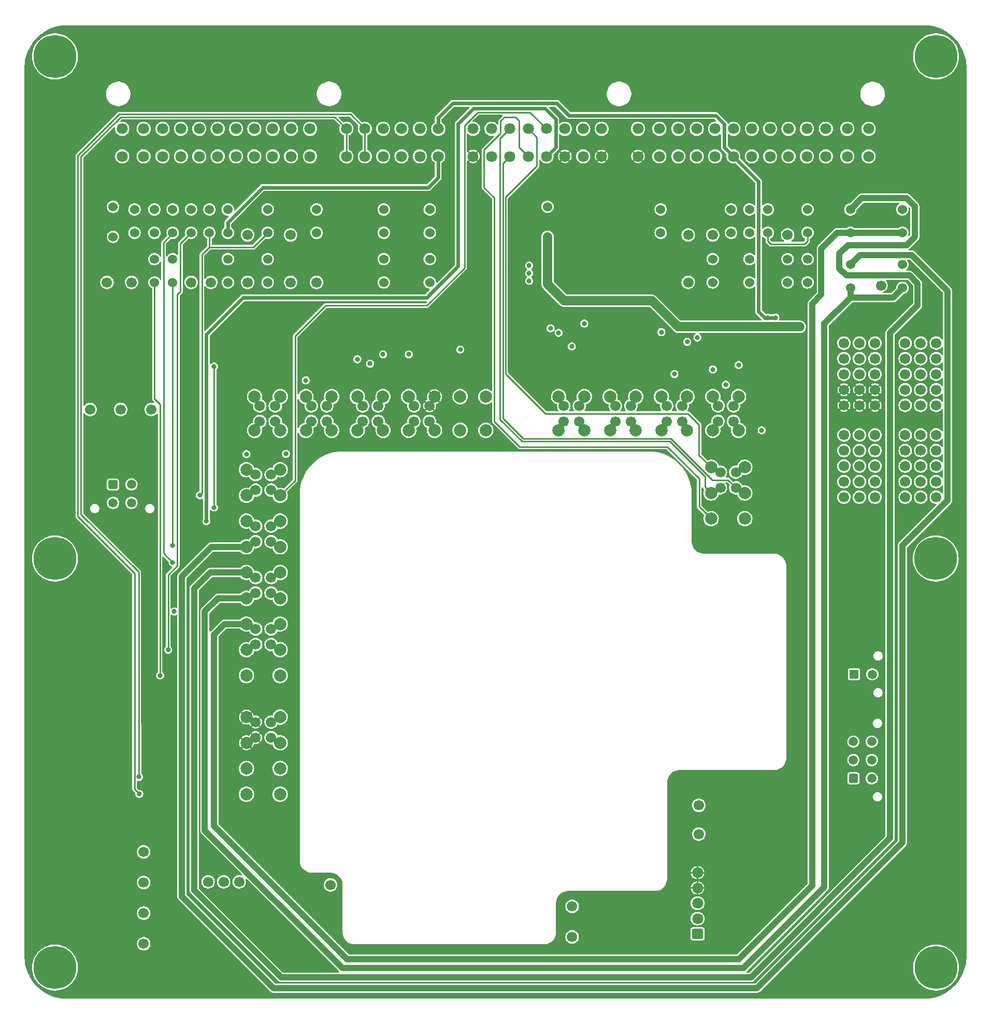
<source format=gbl>
G04 #@! TF.GenerationSoftware,KiCad,Pcbnew,8.0.9-8.0.9-0~ubuntu24.04.1*
G04 #@! TF.CreationDate,2025-09-02T15:45:05+00:00*
G04 #@! TF.ProjectId,uaefi-adapter-NA-90-95,75616566-692d-4616-9461-707465722d4e,b*
G04 #@! TF.SameCoordinates,Original*
G04 #@! TF.FileFunction,Copper,L4,Bot*
G04 #@! TF.FilePolarity,Positive*
%FSLAX46Y46*%
G04 Gerber Fmt 4.6, Leading zero omitted, Abs format (unit mm)*
G04 Created by KiCad (PCBNEW 8.0.9-8.0.9-0~ubuntu24.04.1) date 2025-09-02 15:45:05*
%MOMM*%
%LPD*%
G01*
G04 APERTURE LIST*
G04 #@! TA.AperFunction,ComponentPad*
%ADD10C,1.524000*%
G04 #@! TD*
G04 #@! TA.AperFunction,ComponentPad*
%ADD11C,1.700000*%
G04 #@! TD*
G04 #@! TA.AperFunction,ComponentPad*
%ADD12C,1.500000*%
G04 #@! TD*
G04 #@! TA.AperFunction,ComponentPad*
%ADD13C,7.000000*%
G04 #@! TD*
G04 #@! TA.AperFunction,ComponentPad*
%ADD14C,1.800000*%
G04 #@! TD*
G04 #@! TA.AperFunction,ComponentPad*
%ADD15C,2.000000*%
G04 #@! TD*
G04 #@! TA.AperFunction,ComponentPad*
%ADD16O,1.850000X1.700000*%
G04 #@! TD*
G04 #@! TA.AperFunction,ViaPad*
%ADD17C,0.800000*%
G04 #@! TD*
G04 #@! TA.AperFunction,Conductor*
%ADD18C,1.500000*%
G04 #@! TD*
G04 #@! TA.AperFunction,Conductor*
%ADD19C,0.250000*%
G04 #@! TD*
G04 #@! TA.AperFunction,Conductor*
%ADD20C,1.000000*%
G04 #@! TD*
G04 #@! TA.AperFunction,Conductor*
%ADD21C,0.600000*%
G04 #@! TD*
G04 APERTURE END LIST*
D10*
G04 #@! TO.P,R17,1,1*
G04 #@! TO.N,/OUT_RADIATOR_FAN_RELAY*
X30249999Y125094999D03*
G04 #@! TO.P,R17,2,2*
G04 #@! TO.N,/1L*
X30249999Y128904999D03*
G04 #@! TD*
G04 #@! TO.P,R15,1,1*
G04 #@! TO.N,/OUT_IGN2*
X24249999Y125094999D03*
G04 #@! TO.P,R15,2,2*
G04 #@! TO.N,/1H*
X24249999Y128904999D03*
G04 #@! TD*
D11*
G04 #@! TO.P,P11,1,Pin_1*
G04 #@! TO.N,/1U*
X47749999Y116999999D03*
G04 #@! TD*
D10*
G04 #@! TO.P,R58,1,1*
G04 #@! TO.N,/IN_O2S*
X118499999Y125094999D03*
G04 #@! TO.P,R58,2,2*
G04 #@! TO.N,/3N*
X118499999Y128904999D03*
G04 #@! TD*
D11*
G04 #@! TO.P,P3,1,Pin_1*
G04 #@! TO.N,Net-(M1-DC1_DIR)*
X19499999Y18999999D03*
G04 #@! TD*
G04 #@! TO.P,P_D5,1,Pin_1*
G04 #@! TO.N,Net-(M1-IN_FLEX)*
X108499999Y116999999D03*
G04 #@! TD*
D10*
G04 #@! TO.P,R57,1,1*
G04 #@! TO.N,/IN_TPS1*
X115499999Y125094999D03*
G04 #@! TO.P,R57,2,2*
G04 #@! TO.N,/3L*
X115499999Y128904999D03*
G04 #@! TD*
G04 #@! TO.P,R22,1,1*
G04 #@! TO.N,/IN_CLUTCH*
X47749999Y125094999D03*
G04 #@! TO.P,R22,2,2*
G04 #@! TO.N,/1V*
X47749999Y128904999D03*
G04 #@! TD*
G04 #@! TO.P,R46,1,1*
G04 #@! TO.N,/IN_MAF*
X124749999Y116999999D03*
G04 #@! TO.P,R46,2,2*
G04 #@! TO.N,/3O*
X124749999Y120809999D03*
G04 #@! TD*
G04 #@! TO.P,R9,1,1*
G04 #@! TO.N,/IN_AC_SW*
X39749999Y116999999D03*
G04 #@! TO.P,R9,2,2*
G04 #@! TO.N,/1Q*
X39749999Y120809999D03*
G04 #@! TD*
D11*
G04 #@! TO.P,P12,1,Pin_1*
G04 #@! TO.N,/+12V_PERM*
X13499999Y116999999D03*
G04 #@! TD*
D10*
G04 #@! TO.P,R49_51,1,1*
G04 #@! TO.N,/OUT_INJ3*
X134999999Y116094999D03*
G04 #@! TO.P,R49_51,2,2*
G04 #@! TO.N,/OUT_INJ1*
X134999999Y119904999D03*
G04 #@! TD*
D11*
G04 #@! TO.P,P63,1,Pin_1*
G04 #@! TO.N,/3X*
X139999999Y116499999D03*
G04 #@! TD*
G04 #@! TO.P,P9,1,Pin_1*
G04 #@! TO.N,Net-(M1-DC2_PWM)*
X19499999Y8999999D03*
G04 #@! TD*
D10*
G04 #@! TO.P,R3,1,1*
G04 #@! TO.N,/OUT_CHECK_ENGINE*
X21249999Y116999999D03*
G04 #@! TO.P,R3,2,2*
G04 #@! TO.N,/1E*
X21249999Y120809999D03*
G04 #@! TD*
G04 #@! TO.P,R18,1,1*
G04 #@! TO.N,+5VP*
X33249999Y125094999D03*
G04 #@! TO.P,R18,2,2*
G04 #@! TO.N,/1N*
X33249999Y128904999D03*
G04 #@! TD*
D11*
G04 #@! TO.P,P6,1,Pin_1*
G04 #@! TO.N,Net-(P1A-1K)*
X30499999Y116999999D03*
G04 #@! TD*
D10*
G04 #@! TO.P,R20,1,1*
G04 #@! TO.N,/OUT_RADIATOR_FAN_RELAY*
X39749999Y125094999D03*
G04 #@! TO.P,R20,2,2*
G04 #@! TO.N,Net-(P1A-1R)*
X39749999Y128904999D03*
G04 #@! TD*
G04 #@! TO.P,J2,1,Pin_1*
G04 #@! TO.N,Net-(J2-Pin_1)*
G04 #@! TA.AperFunction,ComponentPad*
G36*
G01*
X13749999Y83500000D02*
X13749999Y84499998D01*
G75*
G02*
X14000000Y84749999I250001J0D01*
G01*
X14999998Y84749999D01*
G75*
G02*
X15249999Y84499998I0J-250001D01*
G01*
X15249999Y83500000D01*
G75*
G02*
X14999998Y83249999I-250001J0D01*
G01*
X14000000Y83249999D01*
G75*
G02*
X13749999Y83500000I0J250001D01*
G01*
G37*
G04 #@! TD.AperFunction*
D12*
G04 #@! TO.P,J2,2,Pin_2*
G04 #@! TO.N,Net-(J2-Pin_2)*
X17499999Y83999999D03*
G04 #@! TO.P,J2,3,Pin_3*
G04 #@! TO.N,Net-(J2-Pin_3)*
X14499999Y80999999D03*
G04 #@! TO.P,J2,4,Pin_4*
G04 #@! TO.N,Net-(J2-Pin_4)*
X17499999Y80999999D03*
G04 #@! TD*
D10*
G04 #@! TO.P,R46_61,1,1*
G04 #@! TO.N,/OUT_PUMP_RELAY*
X121499999Y125094999D03*
G04 #@! TO.P,R46_61,2,2*
G04 #@! TO.N,/3O*
X121499999Y128904999D03*
G04 #@! TD*
G04 #@! TO.P,R45,1,1*
G04 #@! TO.N,/IN_TPS1*
X118499999Y116999999D03*
G04 #@! TO.P,R45,2,2*
G04 #@! TO.N,/3M*
X118499999Y120809999D03*
G04 #@! TD*
D11*
G04 #@! TO.P,P_C11,1,Pin_1*
G04 #@! TO.N,GNDA*
X20749999Y96249999D03*
G04 #@! TD*
G04 #@! TO.P,P10,1,Pin_1*
G04 #@! TO.N,Net-(P10-Pin_1)*
X43499999Y116999999D03*
G04 #@! TD*
D10*
G04 #@! TO.P,R51,1,1*
G04 #@! TO.N,/OUT_INJ3*
X143499999Y116094999D03*
G04 #@! TO.P,R51,2,2*
G04 #@! TO.N,/3Y*
X143499999Y119904999D03*
G04 #@! TD*
D11*
G04 #@! TO.P,G9,1*
G04 #@! TO.N,unconnected-(G9-Pad1)*
X143959999Y96919999D03*
G04 #@! TO.P,G9,2*
G04 #@! TO.N,unconnected-(G9-Pad2)*
X143959999Y99459999D03*
G04 #@! TO.P,G9,3*
G04 #@! TO.N,unconnected-(G9-Pad3)*
X143959999Y101999999D03*
G04 #@! TO.P,G9,4*
G04 #@! TO.N,unconnected-(G9-Pad4)*
X143959999Y104539999D03*
G04 #@! TO.P,G9,5*
G04 #@! TO.N,unconnected-(G9-Pad5)*
X143959999Y107079999D03*
G04 #@! TO.P,G9,6*
G04 #@! TO.N,unconnected-(G9-Pad6)*
X146499999Y96919999D03*
G04 #@! TO.P,G9,7*
G04 #@! TO.N,unconnected-(G9-Pad7)*
X146499999Y99459999D03*
G04 #@! TO.P,G9,8*
G04 #@! TO.N,unconnected-(G9-Pad8)*
X146499999Y101999999D03*
G04 #@! TO.P,G9,9*
G04 #@! TO.N,unconnected-(G9-Pad9)*
X146499999Y104539999D03*
G04 #@! TO.P,G9,10*
G04 #@! TO.N,unconnected-(G9-Pad10)*
X146499999Y107079999D03*
G04 #@! TO.P,G9,11*
G04 #@! TO.N,unconnected-(G9-Pad11)*
X149039999Y96919999D03*
G04 #@! TO.P,G9,12*
G04 #@! TO.N,unconnected-(G9-Pad12)*
X149039999Y99459999D03*
G04 #@! TO.P,G9,13*
G04 #@! TO.N,unconnected-(G9-Pad13)*
X149039999Y101999999D03*
G04 #@! TO.P,G9,14*
G04 #@! TO.N,unconnected-(G9-Pad14)*
X149039999Y104539999D03*
G04 #@! TO.P,G9,15*
G04 #@! TO.N,unconnected-(G9-Pad15)*
X149039999Y107079999D03*
G04 #@! TD*
D10*
G04 #@! TO.P,R43,1,1*
G04 #@! TO.N,/OUT_TACH*
X112499999Y116999999D03*
G04 #@! TO.P,R43,2,2*
G04 #@! TO.N,/3I*
X112499999Y120809999D03*
G04 #@! TD*
G04 #@! TO.P,J1,1,Pin_1*
G04 #@! TO.N,Net-(J1-Pin_1)*
G04 #@! TA.AperFunction,ComponentPad*
G36*
G01*
X135999998Y35249999D02*
X135000000Y35249999D01*
G75*
G02*
X134749999Y35500000I0J250001D01*
G01*
X134749999Y36499998D01*
G75*
G02*
X135000000Y36749999I250001J0D01*
G01*
X135999998Y36749999D01*
G75*
G02*
X136249999Y36499998I0J-250001D01*
G01*
X136249999Y35500000D01*
G75*
G02*
X135999998Y35249999I-250001J0D01*
G01*
G37*
G04 #@! TD.AperFunction*
D12*
G04 #@! TO.P,J1,2,Pin_2*
G04 #@! TO.N,Net-(J1-Pin_2)*
X135499999Y38999999D03*
G04 #@! TO.P,J1,3,Pin_3*
G04 #@! TO.N,/CANH*
X135499999Y41999999D03*
G04 #@! TO.P,J1,4,Pin_4*
G04 #@! TO.N,Net-(J1-Pin_4)*
X138499999Y35999999D03*
G04 #@! TO.P,J1,5,Pin_5*
G04 #@! TO.N,Net-(J1-Pin_5)*
X138499999Y38999999D03*
G04 #@! TO.P,J1,6,Pin_6*
G04 #@! TO.N,/CANL*
X138499999Y41999999D03*
G04 #@! TD*
D13*
G04 #@! TO.P,J16,1,Pin_1*
G04 #@! TO.N,N/C*
X149000000Y153900000D03*
G04 #@! TD*
G04 #@! TO.P,J17,1,Pin_1*
G04 #@! TO.N,N/C*
X5000000Y71900000D03*
G04 #@! TD*
D10*
G04 #@! TO.P,R16,1,1*
G04 #@! TO.N,/OUT_AC_RELAY*
X27249999Y125094999D03*
G04 #@! TO.P,R16,2,2*
G04 #@! TO.N,/1J*
X27249999Y128904999D03*
G04 #@! TD*
G04 #@! TO.P,R48,1,1*
G04 #@! TO.N,/OUT_CONDENSER_FAN*
X127999999Y116999999D03*
G04 #@! TO.P,R48,2,2*
G04 #@! TO.N,/3S*
X127999999Y120809999D03*
G04 #@! TD*
G04 #@! TO.P,R14,1,1*
G04 #@! TO.N,/CANL*
X21249999Y125094999D03*
G04 #@! TO.P,R14,2,2*
G04 #@! TO.N,/1F*
X21249999Y128904999D03*
G04 #@! TD*
G04 #@! TO.P,R68,1,1*
G04 #@! TO.N,/IN_TEMP_OR_PPS2*
X58749999Y116999999D03*
G04 #@! TO.P,R68,2,2*
G04 #@! TO.N,Net-(P1D-4G)*
X58749999Y120809999D03*
G04 #@! TD*
D11*
G04 #@! TO.P,P2,1,Pin_1*
G04 #@! TO.N,/1C*
X17499999Y116999999D03*
G04 #@! TD*
G04 #@! TO.P,P_C12,1,Pin_1*
G04 #@! TO.N,GNDA*
X15749999Y96249999D03*
G04 #@! TD*
D10*
G04 #@! TO.P,F12,1,1*
G04 #@! TO.N,/1B*
X14499999Y129354999D03*
G04 #@! TO.P,F12,2,2*
G04 #@! TO.N,/12V_FROM_MAIN_RELAY*
X14499999Y124454999D03*
G04 #@! TD*
D11*
G04 #@! TO.P,P55,1,Pin_1*
G04 #@! TO.N,/3H*
X108499999Y124749999D03*
G04 #@! TD*
D10*
G04 #@! TO.P,R4,1,1*
G04 #@! TO.N,/OUT_IGN1*
X24249999Y116999999D03*
G04 #@! TO.P,R4,2,2*
G04 #@! TO.N,/1G*
X24249999Y120809999D03*
G04 #@! TD*
D11*
G04 #@! TO.P,G8,1*
G04 #@! TO.N,GND*
X133959999Y96919999D03*
G04 #@! TO.P,G8,2*
X133959999Y99459999D03*
G04 #@! TO.P,G8,3*
G04 #@! TO.N,+5VP*
X133959999Y101999999D03*
G04 #@! TO.P,G8,4*
X133959999Y104539999D03*
G04 #@! TO.P,G8,5*
G04 #@! TO.N,/12V_FROM_MAIN_RELAY*
X133959999Y107079999D03*
G04 #@! TO.P,G8,6*
G04 #@! TO.N,GND*
X136499999Y96919999D03*
G04 #@! TO.P,G8,7*
X136499999Y99459999D03*
G04 #@! TO.P,G8,8*
G04 #@! TO.N,+5VP*
X136499999Y101999999D03*
G04 #@! TO.P,G8,9*
X136499999Y104539999D03*
G04 #@! TO.P,G8,10*
G04 #@! TO.N,/12V_FROM_MAIN_RELAY*
X136499999Y107079999D03*
G04 #@! TO.P,G8,11*
G04 #@! TO.N,GND*
X139039999Y96919999D03*
G04 #@! TO.P,G8,12*
X139039999Y99459999D03*
G04 #@! TO.P,G8,13*
G04 #@! TO.N,+5VP*
X139039999Y101999999D03*
G04 #@! TO.P,G8,14*
X139039999Y104539999D03*
G04 #@! TO.P,G8,15*
G04 #@! TO.N,/12V_FROM_MAIN_RELAY*
X139039999Y107079999D03*
G04 #@! TD*
D10*
G04 #@! TO.P,R74,1,1*
G04 #@! TO.N,/IN_TPS2*
X58749999Y125094999D03*
G04 #@! TO.P,R74,2,2*
G04 #@! TO.N,Net-(P1D-4H)*
X58749999Y128904999D03*
G04 #@! TD*
D11*
G04 #@! TO.P,G10,1*
G04 #@! TO.N,unconnected-(G10-Pad1)*
X133959999Y81919999D03*
G04 #@! TO.P,G10,2*
G04 #@! TO.N,unconnected-(G10-Pad2)*
X133959999Y84459999D03*
G04 #@! TO.P,G10,3*
G04 #@! TO.N,unconnected-(G10-Pad3)*
X133959999Y86999999D03*
G04 #@! TO.P,G10,4*
G04 #@! TO.N,unconnected-(G10-Pad4)*
X133959999Y89539999D03*
G04 #@! TO.P,G10,5*
G04 #@! TO.N,unconnected-(G10-Pad5)*
X133959999Y92079999D03*
G04 #@! TO.P,G10,6*
G04 #@! TO.N,unconnected-(G10-Pad6)*
X136499999Y81919999D03*
G04 #@! TO.P,G10,7*
G04 #@! TO.N,unconnected-(G10-Pad7)*
X136499999Y84459999D03*
G04 #@! TO.P,G10,8*
G04 #@! TO.N,unconnected-(G10-Pad8)*
X136499999Y86999999D03*
G04 #@! TO.P,G10,9*
G04 #@! TO.N,unconnected-(G10-Pad9)*
X136499999Y89539999D03*
G04 #@! TO.P,G10,10*
G04 #@! TO.N,unconnected-(G10-Pad10)*
X136499999Y92079999D03*
G04 #@! TO.P,G10,11*
G04 #@! TO.N,unconnected-(G10-Pad11)*
X139039999Y81919999D03*
G04 #@! TO.P,G10,12*
G04 #@! TO.N,unconnected-(G10-Pad12)*
X139039999Y84459999D03*
G04 #@! TO.P,G10,13*
G04 #@! TO.N,unconnected-(G10-Pad13)*
X139039999Y86999999D03*
G04 #@! TO.P,G10,14*
G04 #@! TO.N,unconnected-(G10-Pad14)*
X139039999Y89539999D03*
G04 #@! TO.P,G10,15*
G04 #@! TO.N,unconnected-(G10-Pad15)*
X139039999Y92079999D03*
G04 #@! TD*
D14*
G04 #@! TO.P,P1,1,1A*
G04 #@! TO.N,/+12V_PERM*
X15990980Y137579120D03*
G04 #@! TO.P,P1,2,1C*
G04 #@! TO.N,/1C*
X19488560Y137579120D03*
G04 #@! TO.P,P1,3,1E*
G04 #@! TO.N,/1E*
X22589900Y137579120D03*
G04 #@! TO.P,P1,4,1G*
G04 #@! TO.N,/1G*
X25589640Y137579120D03*
G04 #@! TO.P,P1,5,1I*
G04 #@! TO.N,Net-(P1A-1I)*
X28589380Y137579120D03*
G04 #@! TO.P,P1,6,1K*
G04 #@! TO.N,Net-(P1A-1K)*
X31589120Y137579120D03*
G04 #@! TO.P,P1,7,1M*
G04 #@! TO.N,/1M*
X34588860Y137579120D03*
G04 #@! TO.P,P1,8,1O*
G04 #@! TO.N,/1O*
X37588600Y137579120D03*
G04 #@! TO.P,P1,9,1Q*
G04 #@! TO.N,/1Q*
X40588340Y137579120D03*
G04 #@! TO.P,P1,10,1S*
G04 #@! TO.N,Net-(P10-Pin_1)*
X43588080Y137579120D03*
G04 #@! TO.P,P1,11,1U*
G04 #@! TO.N,/1U*
X46689420Y137579120D03*
G04 #@! TO.P,P1,12,1B*
G04 #@! TO.N,/1B*
X15990980Y142080000D03*
G04 #@! TO.P,P1,13,1D*
G04 #@! TO.N,/1D*
X19488560Y142080000D03*
G04 #@! TO.P,P1,14,1F*
G04 #@! TO.N,/1F*
X22589900Y142080000D03*
G04 #@! TO.P,P1,15,1H*
G04 #@! TO.N,/1H*
X25589640Y142080000D03*
G04 #@! TO.P,P1,16,1J*
G04 #@! TO.N,/1J*
X28589380Y142080000D03*
G04 #@! TO.P,P1,17,1L*
G04 #@! TO.N,/1L*
X31589120Y142080000D03*
G04 #@! TO.P,P1,18,1N*
G04 #@! TO.N,/1N*
X34588860Y142080000D03*
G04 #@! TO.P,P1,19,1P*
G04 #@! TO.N,/1P*
X37588600Y142080000D03*
G04 #@! TO.P,P1,20,1R*
G04 #@! TO.N,Net-(P1A-1R)*
X40588340Y142080000D03*
G04 #@! TO.P,P1,21,1T*
G04 #@! TO.N,Net-(P1A-1T)*
X43588080Y142080000D03*
G04 #@! TO.P,P1,22,1V*
G04 #@! TO.N,/1V*
X46689420Y142080000D03*
G04 #@! TO.P,P1,23,2A*
G04 #@! TO.N,GND*
X73340980Y137579120D03*
G04 #@! TO.P,P1,24,2C*
G04 #@! TO.N,/WBO_H-*
X76340720Y137579120D03*
G04 #@! TO.P,P1,25,2E*
G04 #@! TO.N,/WBO_R_Trim*
X79340460Y137579120D03*
G04 #@! TO.P,P1,26,2G*
G04 #@! TO.N,/WBO_Vs{slash}Ip*
X82340200Y137579120D03*
G04 #@! TO.P,P1,27,2I*
G04 #@! TO.N,/OUT_VVT*
X85342480Y137579120D03*
G04 #@! TO.P,P1,28,2K*
G04 #@! TO.N,GND*
X88342220Y137579120D03*
G04 #@! TO.P,P1,29,2M*
G04 #@! TO.N,/IN_PRESSURE*
X91341960Y137579120D03*
G04 #@! TO.P,P1,30,2O*
G04 #@! TO.N,GND*
X94341700Y137579120D03*
G04 #@! TO.P,P1,31,2B*
G04 #@! TO.N,+5VP*
X73340980Y142080000D03*
G04 #@! TO.P,P1,32,2D*
G04 #@! TO.N,/2D*
X76340720Y142080000D03*
G04 #@! TO.P,P1,33,2F*
G04 #@! TO.N,/WBO_Ip*
X79340460Y142080000D03*
G04 #@! TO.P,P1,34,2H*
G04 #@! TO.N,/WBO_Vs*
X82340200Y142080000D03*
G04 #@! TO.P,P1,35,2J*
G04 #@! TO.N,/OUT_BOOST_CONTROL*
X85342480Y142080000D03*
G04 #@! TO.P,P1,36,2L*
G04 #@! TO.N,/IN_DIGITAL*
X88342220Y142080000D03*
G04 #@! TO.P,P1,37,2N*
G04 #@! TO.N,/IN_TEMP*
X91341960Y142080000D03*
G04 #@! TO.P,P1,38,2P*
G04 #@! TO.N,/IN_KNOCK_RAW*
X94341700Y142080000D03*
G04 #@! TO.P,P1,39,3A*
G04 #@! TO.N,GND*
X100287840Y137579120D03*
G04 #@! TO.P,P1,40,3C*
G04 #@! TO.N,GNDA*
X103787960Y137579120D03*
G04 #@! TO.P,P1,41,3E*
G04 #@! TO.N,/IN_CRANK*
X106891840Y137579120D03*
G04 #@! TO.P,P1,42,3G*
G04 #@! TO.N,/IN_CAM*
X109891580Y137579120D03*
G04 #@! TO.P,P1,43,3I*
G04 #@! TO.N,/3I*
X112891320Y137579120D03*
G04 #@! TO.P,P1,44,3K*
G04 #@! TO.N,+5VP*
X115891060Y137579120D03*
G04 #@! TO.P,P1,45,3M*
G04 #@! TO.N,/3M*
X118890800Y137579120D03*
G04 #@! TO.P,P1,46,3O*
G04 #@! TO.N,/3O*
X121890540Y137579120D03*
G04 #@! TO.P,P1,47,3Q*
G04 #@! TO.N,/IN_CLT*
X124890280Y137579120D03*
G04 #@! TO.P,P1,48,3S*
G04 #@! TO.N,/3S*
X127890020Y137579120D03*
G04 #@! TO.P,P1,49,3U*
G04 #@! TO.N,/OUT_INJ1*
X130991360Y137579120D03*
G04 #@! TO.P,P1,50,3W*
G04 #@! TO.N,/OUT_IDLE*
X134491480Y137579120D03*
G04 #@! TO.P,P1,51,3Y*
G04 #@! TO.N,/3Y*
X137991600Y137579120D03*
G04 #@! TO.P,P1,52,3B*
G04 #@! TO.N,GNDA*
X100287840Y142080000D03*
G04 #@! TO.P,P1,53,3D*
X103787960Y142080000D03*
G04 #@! TO.P,P1,54,3F*
G04 #@! TO.N,/3F*
X106891840Y142080000D03*
G04 #@! TO.P,P1,55,3H*
G04 #@! TO.N,/3H*
X109891580Y142080000D03*
G04 #@! TO.P,P1,56,3J*
G04 #@! TO.N,/3J*
X112891320Y142080000D03*
G04 #@! TO.P,P1,57,3L*
G04 #@! TO.N,/3L*
X115891060Y142080000D03*
G04 #@! TO.P,P1,58,3N*
G04 #@! TO.N,/3N*
X118890800Y142080000D03*
G04 #@! TO.P,P1,59,3P*
G04 #@! TO.N,/IN_IAT*
X121890540Y142080000D03*
G04 #@! TO.P,P1,60,3R*
G04 #@! TO.N,/3R*
X124890280Y142080000D03*
G04 #@! TO.P,P1,61,3T*
G04 #@! TO.N,/3T*
X127890020Y142080000D03*
G04 #@! TO.P,P1,62,3V*
G04 #@! TO.N,/OUT_INJ2*
X130991360Y142080000D03*
G04 #@! TO.P,P1,63,3X*
G04 #@! TO.N,/3X*
X134491480Y142080000D03*
G04 #@! TO.P,P1,64,3Z*
G04 #@! TO.N,/3Z*
X137991600Y142080000D03*
G04 #@! TO.P,P1,65,4A*
G04 #@! TO.N,/OUT_ETB+*
X52640980Y137579120D03*
G04 #@! TO.P,P1,66,4C*
G04 #@! TO.N,/OUT_ETB-*
X55640720Y137579120D03*
G04 #@! TO.P,P1,67,4E*
G04 #@! TO.N,GNDA*
X58640460Y137579120D03*
G04 #@! TO.P,P1,68,4G*
G04 #@! TO.N,Net-(P1D-4G)*
X61640200Y137579120D03*
G04 #@! TO.P,P1,69,4I*
G04 #@! TO.N,Net-(P1D-4I)*
X64642480Y137579120D03*
G04 #@! TO.P,P1,70,4K*
G04 #@! TO.N,+5VP*
X67642220Y137579120D03*
G04 #@! TO.P,P1,71,4B*
G04 #@! TO.N,/OUT_ETB+*
X52640980Y142080000D03*
G04 #@! TO.P,P1,72,4D*
G04 #@! TO.N,/OUT_ETB-*
X55640720Y142080000D03*
G04 #@! TO.P,P1,73,4F*
G04 #@! TO.N,GNDA*
X58640460Y142080000D03*
G04 #@! TO.P,P1,74,4H*
G04 #@! TO.N,Net-(P1D-4H)*
X61640200Y142080000D03*
G04 #@! TO.P,P1,75,4J*
G04 #@! TO.N,Net-(P1D-4J)*
X64642480Y142080000D03*
G04 #@! TO.P,P1,76,4L*
G04 #@! TO.N,+5VP*
X67642220Y142080000D03*
G04 #@! TD*
D13*
G04 #@! TO.P,J15,1,Pin_1*
G04 #@! TO.N,N/C*
X148950800Y71900000D03*
G04 #@! TD*
G04 #@! TO.P,J14,1,Pin_1*
G04 #@! TO.N,N/C*
X149000000Y5100000D03*
G04 #@! TD*
D11*
G04 #@! TO.P,G11,1*
G04 #@! TO.N,unconnected-(G11-Pad1)*
X143959999Y81919999D03*
G04 #@! TO.P,G11,2*
G04 #@! TO.N,unconnected-(G11-Pad2)*
X143959999Y84459999D03*
G04 #@! TO.P,G11,3*
G04 #@! TO.N,unconnected-(G11-Pad3)*
X143959999Y86999999D03*
G04 #@! TO.P,G11,4*
G04 #@! TO.N,unconnected-(G11-Pad4)*
X143959999Y89539999D03*
G04 #@! TO.P,G11,5*
G04 #@! TO.N,unconnected-(G11-Pad5)*
X143959999Y92079999D03*
G04 #@! TO.P,G11,6*
G04 #@! TO.N,unconnected-(G11-Pad6)*
X146499999Y81919999D03*
G04 #@! TO.P,G11,7*
G04 #@! TO.N,unconnected-(G11-Pad7)*
X146499999Y84459999D03*
G04 #@! TO.P,G11,8*
G04 #@! TO.N,unconnected-(G11-Pad8)*
X146499999Y86999999D03*
G04 #@! TO.P,G11,9*
G04 #@! TO.N,unconnected-(G11-Pad9)*
X146499999Y89539999D03*
G04 #@! TO.P,G11,10*
G04 #@! TO.N,unconnected-(G11-Pad10)*
X146499999Y92079999D03*
G04 #@! TO.P,G11,11*
G04 #@! TO.N,unconnected-(G11-Pad11)*
X149039999Y81919999D03*
G04 #@! TO.P,G11,12*
G04 #@! TO.N,unconnected-(G11-Pad12)*
X149039999Y84459999D03*
G04 #@! TO.P,G11,13*
G04 #@! TO.N,unconnected-(G11-Pad13)*
X149039999Y86999999D03*
G04 #@! TO.P,G11,14*
G04 #@! TO.N,unconnected-(G11-Pad14)*
X149039999Y89539999D03*
G04 #@! TO.P,G11,15*
G04 #@! TO.N,unconnected-(G11-Pad15)*
X149039999Y92079999D03*
G04 #@! TD*
G04 #@! TO.P,P56,1,Pin_1*
G04 #@! TO.N,/3J*
X112499999Y124749999D03*
G04 #@! TD*
D10*
G04 #@! TO.P,R7,1,1*
G04 #@! TO.N,/IN_VSS*
X33249999Y116999999D03*
G04 #@! TO.P,R7,2,2*
G04 #@! TO.N,/1M*
X33249999Y120809999D03*
G04 #@! TD*
G04 #@! TO.P,R62_64,1,1*
G04 #@! TO.N,/OUT_INJ4*
X134999999Y125094999D03*
G04 #@! TO.P,R62_64,2,2*
G04 #@! TO.N,/OUT_INJ2*
X134999999Y128904999D03*
G04 #@! TD*
D15*
G04 #@! TO.P,M1,A1,OUT_DC1-*
G04 #@! TO.N,/OUT_ETB-*
X36300125Y33412562D03*
G04 #@! TO.P,M1,A2,OUT_DC2-*
G04 #@! TO.N,unconnected-(M1-OUT_DC2--PadA2)*
X36300125Y37612562D03*
G04 #@! TO.P,M1,A3,GND*
G04 #@! TO.N,GND*
X36300125Y41812562D03*
D11*
X37800125Y42662562D03*
D15*
G04 #@! TO.P,M1,A4,GND*
X36300125Y46012562D03*
D11*
X37800125Y45202562D03*
D15*
G04 #@! TO.P,M1,A5,OUT_DC1+*
G04 #@! TO.N,/OUT_ETB+*
X41800125Y33412562D03*
G04 #@! TO.P,M1,A6,OUT_DC2+*
G04 #@! TO.N,unconnected-(M1-OUT_DC2+-PadA6)*
X41800125Y37612562D03*
D11*
G04 #@! TO.P,M1,A7,IN_VIGN*
G04 #@! TO.N,/12V_FROM_MAIN_RELAY*
X40340125Y42662562D03*
D15*
X41800125Y41812562D03*
D11*
G04 #@! TO.P,M1,A8,IN_V_MAIN*
X40340125Y45202562D03*
D15*
X41800125Y46012562D03*
G04 #@! TO.P,M1,B1,OUT_INJ6*
G04 #@! TO.N,/OUT_CHECK_ENGINE*
X36300125Y52812562D03*
G04 #@! TO.P,M1,B2,OUT_INJ5*
G04 #@! TO.N,/OUT_AC_RELAY*
X36300125Y57012562D03*
D11*
X37800125Y57862562D03*
D15*
G04 #@! TO.P,M1,B3,OUT_INJ4*
G04 #@! TO.N,/OUT_INJ4*
X36300125Y61212562D03*
D11*
X37800125Y60402562D03*
D15*
G04 #@! TO.P,M1,B4,OUT_INJ3*
G04 #@! TO.N,/OUT_INJ3*
X36300125Y65412562D03*
D11*
X37800125Y66262562D03*
D15*
G04 #@! TO.P,M1,B5,OUT_INJ2*
G04 #@! TO.N,/OUT_INJ2*
X36300125Y69612562D03*
D11*
X37800125Y68802562D03*
D15*
G04 #@! TO.P,M1,B6,OUT_INJ1*
G04 #@! TO.N,/OUT_INJ1*
X36300125Y73812562D03*
D11*
X37800125Y74662562D03*
D15*
G04 #@! TO.P,M1,B7,OUT_LS1*
G04 #@! TO.N,/OUT_VVT*
X36300125Y78012562D03*
D11*
X37800125Y77202562D03*
D15*
G04 #@! TO.P,M1,B8,OUT_LS_HOT2*
G04 #@! TO.N,/OUT_RADIATOR_FAN_RELAY*
X36300125Y82212562D03*
D11*
X37800125Y83062562D03*
D15*
G04 #@! TO.P,M1,B9,OUT_LS_HOT1*
G04 #@! TO.N,/OUT_CONDENSER_FAN*
X36300125Y86412562D03*
D11*
X37800125Y85602562D03*
D15*
G04 #@! TO.P,M1,B10,OUT_IGN6*
G04 #@! TO.N,unconnected-(M1-OUT_IGN6-PadB10)*
X41800125Y52812562D03*
D11*
G04 #@! TO.P,M1,B11,OUT_IGN4*
G04 #@! TO.N,unconnected-(M1-OUT_IGN4-PadB11)*
X40340125Y57862562D03*
D15*
G04 #@! TO.N,unconnected-(M1-OUT_IGN4-PadB11)_1*
X41800125Y57012562D03*
D11*
G04 #@! TO.P,M1,B12,OUT_IGN3*
G04 #@! TO.N,unconnected-(M1-OUT_IGN3-PadB12)_1*
X40340125Y60402562D03*
D15*
G04 #@! TO.N,unconnected-(M1-OUT_IGN3-PadB12)*
X41800125Y61212562D03*
D11*
G04 #@! TO.P,M1,B13,OUT_IGN5*
G04 #@! TO.N,/TACH*
X40340125Y66262562D03*
D15*
X41800125Y65412562D03*
D11*
G04 #@! TO.P,M1,B14,OUT_IGN2*
G04 #@! TO.N,/OUT_IGN2*
X40340125Y68802562D03*
D15*
X41800125Y69612562D03*
D11*
G04 #@! TO.P,M1,B15,OUT_IGN1*
G04 #@! TO.N,/OUT_IGN1*
X40340125Y74662562D03*
D15*
X41800125Y73812562D03*
D11*
G04 #@! TO.P,M1,B16,OUT_LS4*
G04 #@! TO.N,/OUT_PUMP_RELAY*
X40340125Y77202562D03*
D15*
X41800125Y78012562D03*
D11*
G04 #@! TO.P,M1,B17,OUT_LS3*
G04 #@! TO.N,/OUT_BOOST_CONTROL*
X40340125Y83062562D03*
D15*
X41800125Y82212562D03*
D11*
G04 #@! TO.P,M1,B18,OUT_LS2*
G04 #@! TO.N,/OUT_IDLE*
X40340125Y85602562D03*
D15*
X41800125Y86412562D03*
G04 #@! TO.P,M1,C1,+5VP*
G04 #@! TO.N,+5VP*
X37625125Y98337562D03*
D11*
X38475125Y96837562D03*
G04 #@! TO.P,M1,C2,+5VP*
X41015125Y96837562D03*
D15*
X41825125Y98337562D03*
G04 #@! TO.P,M1,C3,IN_AUX2*
G04 #@! TO.N,/IN_MAF*
X46025125Y98337562D03*
D11*
X46875125Y96837562D03*
G04 #@! TO.P,M1,C4,IN_PPS2*
G04 #@! TO.N,/IN_TEMP_OR_PPS2*
X49415125Y96837562D03*
D15*
X50225125Y98337562D03*
G04 #@! TO.P,M1,C5,IN_HALL1*
G04 #@! TO.N,/IN_CAM*
X54425125Y98337562D03*
D11*
X55275125Y96837562D03*
G04 #@! TO.P,M1,C6,IN_HALL2*
G04 #@! TO.N,/IN_VSS*
X57815125Y96837562D03*
D15*
X58625125Y98337562D03*
G04 #@! TO.P,M1,C7,IN_HALL3*
G04 #@! TO.N,/IN_CRANK*
X62825125Y98337562D03*
D11*
X63675125Y96837562D03*
G04 #@! TO.P,M1,C8,GND*
G04 #@! TO.N,GND*
X66215125Y96837562D03*
D15*
X67025125Y98337562D03*
G04 #@! TO.P,M1,C9,IN_BUTTON3*
G04 #@! TO.N,/IN_AC_SW*
X71225125Y98337562D03*
G04 #@! TO.P,M1,C10,EGT+*
G04 #@! TO.N,/EGT+*
X75425125Y98337562D03*
G04 #@! TO.P,M1,C11,GNDA*
G04 #@! TO.N,GNDA*
X37625125Y92837562D03*
D11*
X38475125Y94297562D03*
G04 #@! TO.P,M1,C12,GNDA*
X41015125Y94297562D03*
D15*
X41825125Y92837562D03*
G04 #@! TO.P,M1,C13,GNDA*
X46025125Y92837562D03*
D11*
X46875125Y94297562D03*
G04 #@! TO.P,M1,C14,IN_TPS2*
G04 #@! TO.N,/IN_TPS2*
X49415125Y94297562D03*
D15*
X50225125Y92837562D03*
G04 #@! TO.P,M1,C15,IN_AUX3*
G04 #@! TO.N,/IN_O2S*
X54425125Y92837562D03*
D11*
X55275125Y94297562D03*
G04 #@! TO.P,M1,C16,VR_MAX9924+*
G04 #@! TO.N,Net-(J2-Pin_1)*
X57815125Y94297562D03*
D15*
X58625125Y92837562D03*
G04 #@! TO.P,M1,C17,VR_MAX9924-*
G04 #@! TO.N,Net-(J2-Pin_3)*
X62825125Y92837562D03*
D11*
X63675125Y94297562D03*
G04 #@! TO.P,M1,C18,VR_DISCRETE+*
G04 #@! TO.N,Net-(J2-Pin_2)*
X66215125Y94297562D03*
D15*
X67025125Y92837562D03*
G04 #@! TO.P,M1,C19,VR_DISCRETE-*
G04 #@! TO.N,Net-(J2-Pin_4)*
X71225125Y92837562D03*
G04 #@! TO.P,M1,C20,EGT-*
G04 #@! TO.N,/EGT-*
X75425125Y92837562D03*
G04 #@! TO.P,M1,D1,IN_AUX1*
G04 #@! TO.N,/IN_TEMP*
X87325125Y98337562D03*
D11*
X88175125Y96837562D03*
G04 #@! TO.P,M1,D2,IN_BUTTON1*
G04 #@! TO.N,/IN_DIGITAL*
X90715125Y96837562D03*
D15*
X91525125Y98337562D03*
G04 #@! TO.P,M1,D3,+5VP*
G04 #@! TO.N,unconnected-(M1-+5VP-PadD3)*
X95725125Y98337562D03*
D11*
G04 #@! TO.N,unconnected-(M1-+5VP-PadD3)_1*
X96575125Y96837562D03*
G04 #@! TO.P,M1,D4,+5VP*
G04 #@! TO.N,unconnected-(M1-+5VP-PadD4)*
X99115125Y96837562D03*
D15*
G04 #@! TO.N,unconnected-(M1-+5VP-PadD4)_1*
X99925125Y98337562D03*
G04 #@! TO.P,M1,D5,IN_FLEX*
G04 #@! TO.N,Net-(M1-IN_FLEX)*
X104125125Y98337562D03*
D11*
X104975125Y96837562D03*
G04 #@! TO.P,M1,D6,IN_PPS1*
G04 #@! TO.N,/IN_PPS1*
X107515125Y96837562D03*
D15*
X108325125Y98337562D03*
G04 #@! TO.P,M1,D7,CAN+*
G04 #@! TO.N,/CANH*
X112525125Y98337562D03*
D11*
X113375125Y96837562D03*
G04 #@! TO.P,M1,D8,CAN-*
G04 #@! TO.N,/CANL*
X115915125Y96837562D03*
D15*
X116725125Y98337562D03*
G04 #@! TO.P,M1,D9,IN_MAP*
G04 #@! TO.N,/IN_PRESSURE*
X87325125Y92837562D03*
D11*
X88175125Y94297562D03*
G04 #@! TO.P,M1,D10,IN_BUTTON2*
G04 #@! TO.N,/IN_CLUTCH*
X90715125Y94297562D03*
D15*
X91525125Y92837562D03*
G04 #@! TO.P,M1,D11,GNDA*
G04 #@! TO.N,unconnected-(M1-GNDA-PadD11)_1*
X95725125Y92837562D03*
D11*
G04 #@! TO.N,unconnected-(M1-GNDA-PadD11)*
X96575125Y94297562D03*
G04 #@! TO.P,M1,D12,GNDA*
G04 #@! TO.N,unconnected-(M1-GNDA-PadD12)_1*
X99115125Y94297562D03*
D15*
G04 #@! TO.N,unconnected-(M1-GNDA-PadD12)*
X99925125Y92837562D03*
G04 #@! TO.P,M1,D13,IN_TPS1*
G04 #@! TO.N,/IN_TPS1*
X104125125Y92837562D03*
D11*
X104975125Y94297562D03*
G04 #@! TO.P,M1,D14,IN_KNOCK_RAW*
G04 #@! TO.N,/IN_KNOCK_RAW*
X107515125Y94297562D03*
D15*
X108325125Y92837562D03*
G04 #@! TO.P,M1,D15,IN_IAT*
G04 #@! TO.N,/IN_IAT*
X112525125Y92837562D03*
D11*
X113375125Y94297562D03*
G04 #@! TO.P,M1,D16,IN_CLT*
G04 #@! TO.N,/IN_CLT*
X115915125Y94297562D03*
D15*
X116725125Y92837562D03*
D11*
G04 #@! TO.P,M1,E1,+12V_RAW*
G04 #@! TO.N,unconnected-(M1-+12V_RAW-PadE1)_1*
X116290125Y86002562D03*
D15*
G04 #@! TO.N,unconnected-(M1-+12V_RAW-PadE1)*
X117750125Y86812562D03*
D11*
G04 #@! TO.P,M1,E2,WBO_Rtrim*
G04 #@! TO.N,/WBO_R_Trim*
X116290125Y83462562D03*
D15*
X117750125Y82612562D03*
G04 #@! TO.P,M1,E3,WBO_Heater*
G04 #@! TO.N,/WBO_H-*
X117750125Y78412562D03*
G04 #@! TO.P,M1,E4,WBO_Un*
G04 #@! TO.N,/WBO_Vs*
X112250125Y86812562D03*
D11*
X113750125Y86002562D03*
D15*
G04 #@! TO.P,M1,E5,WBO_Ip*
G04 #@! TO.N,/WBO_Ip*
X112250125Y82612562D03*
D11*
X113750125Y83462562D03*
D15*
G04 #@! TO.P,M1,E6,WBO_Vm*
G04 #@! TO.N,/WBO_Vs{slash}Ip*
X112250125Y78412562D03*
G04 #@! TO.P,M1,J1,VBUS*
G04 #@! TO.N,unconnected-(M1-VBUS-PadJ1)*
G04 #@! TA.AperFunction,ComponentPad*
G36*
G01*
X110700125Y9762562D02*
X109350125Y9762562D01*
G75*
G02*
X109100125Y10012562I0J250000D01*
G01*
X109100125Y11212562D01*
G75*
G02*
X109350125Y11462562I250000J0D01*
G01*
X110700125Y11462562D01*
G75*
G02*
X110950125Y11212562I0J-250000D01*
G01*
X110950125Y10012562D01*
G75*
G02*
X110700125Y9762562I-250000J0D01*
G01*
G37*
G04 #@! TD.AperFunction*
D16*
G04 #@! TO.P,M1,J2,USB-*
G04 #@! TO.N,unconnected-(M1-USB--PadJ2)*
X110025125Y13112562D03*
G04 #@! TO.P,M1,J3,USB+*
G04 #@! TO.N,unconnected-(M1-USB+-PadJ3)*
X110025125Y15612562D03*
G04 #@! TO.P,M1,J4,GND*
G04 #@! TO.N,GND*
X110025125Y18112562D03*
G04 #@! TO.P,M1,J5,GND*
X110025125Y20612562D03*
D11*
G04 #@! TO.P,M1,P3,LED_YELLOW*
G04 #@! TO.N,Net-(J1-Pin_4)*
X89525125Y10112562D03*
G04 #@! TO.P,M1,P4,LED_GREEN*
G04 #@! TO.N,Net-(J1-Pin_1)*
X89525125Y15112562D03*
G04 #@! TO.P,M1,P7,Rx*
G04 #@! TO.N,Net-(J1-Pin_2)*
X110225125Y31612562D03*
G04 #@! TO.P,M1,P8,Tx*
G04 #@! TO.N,Net-(J1-Pin_5)*
X110225125Y26912562D03*
G04 #@! TO.P,M1,P15,DC1_DIR*
G04 #@! TO.N,Net-(M1-DC1_DIR)*
X32565125Y19112562D03*
G04 #@! TO.P,M1,P16,DC2_DIR*
G04 #@! TO.N,Net-(M1-DC2_DIR)*
X35105125Y19112562D03*
G04 #@! TO.P,M1,P17,DC1_PWM*
G04 #@! TO.N,Net-(M1-DC1_PWM)*
X30025125Y19112562D03*
G04 #@! TO.P,M1,P18,DC2_PWM*
G04 #@! TO.N,Net-(M1-DC2_PWM)*
X50025125Y18612562D03*
G04 #@! TD*
G04 #@! TO.P,P19,1,Pin_1*
G04 #@! TO.N,/1P*
X36499999Y124749999D03*
G04 #@! TD*
D10*
G04 #@! TO.P,R13,1,1*
G04 #@! TO.N,/CANH*
X17999999Y125094999D03*
G04 #@! TO.P,R13,2,2*
G04 #@! TO.N,/1D*
X17999999Y128904999D03*
G04 #@! TD*
D11*
G04 #@! TO.P,P21,1,Pin_1*
G04 #@! TO.N,Net-(P1A-1T)*
X43499999Y124749999D03*
G04 #@! TD*
D13*
G04 #@! TO.P,J13,1,Pin_1*
G04 #@! TO.N,N/C*
X5000000Y5100000D03*
G04 #@! TD*
D11*
G04 #@! TO.P,P7,1,Pin_1*
G04 #@! TO.N,Net-(M1-DC2_DIR)*
X19499999Y13999999D03*
G04 #@! TD*
G04 #@! TO.P,J3,1,Pin_1*
G04 #@! TO.N,/EGT+*
G04 #@! TA.AperFunction,ComponentPad*
G36*
G01*
X136084998Y52249999D02*
X135085000Y52249999D01*
G75*
G02*
X134834999Y52500000I0J250001D01*
G01*
X134834999Y53499998D01*
G75*
G02*
X135085000Y53749999I250001J0D01*
G01*
X136084998Y53749999D01*
G75*
G02*
X136334999Y53499998I0J-250001D01*
G01*
X136334999Y52500000D01*
G75*
G02*
X136084998Y52249999I-250001J0D01*
G01*
G37*
G04 #@! TD.AperFunction*
D12*
G04 #@! TO.P,J3,2,Pin_2*
G04 #@! TO.N,/EGT-*
X138584999Y52999999D03*
G04 #@! TD*
D11*
G04 #@! TO.P,P4,1,Pin_1*
G04 #@! TO.N,Net-(M1-DC1_PWM)*
X19499999Y23999999D03*
G04 #@! TD*
D10*
G04 #@! TO.P,R69,1,1*
G04 #@! TO.N,/IN_PPS1*
X66249999Y116999999D03*
G04 #@! TO.P,R69,2,2*
G04 #@! TO.N,Net-(P1D-4I)*
X66249999Y120809999D03*
G04 #@! TD*
G04 #@! TO.P,R61,1,1*
G04 #@! TO.N,/OUT_PUMP_RELAY*
X127999999Y125094999D03*
G04 #@! TO.P,R61,2,2*
G04 #@! TO.N,/3T*
X127999999Y128904999D03*
G04 #@! TD*
G04 #@! TO.P,R54,1,1*
G04 #@! TO.N,GNDA*
X103999999Y125094999D03*
G04 #@! TO.P,R54,2,2*
G04 #@! TO.N,/3F*
X103999999Y128904999D03*
G04 #@! TD*
D11*
G04 #@! TO.P,P8,1,Pin_1*
G04 #@! TO.N,/1O*
X36499999Y116999999D03*
G04 #@! TD*
G04 #@! TO.P,P60,1,Pin_1*
G04 #@! TO.N,/3R*
X124749999Y124749999D03*
G04 #@! TD*
D10*
G04 #@! TO.P,R64,1,1*
G04 #@! TO.N,/OUT_INJ4*
X143499999Y125094999D03*
G04 #@! TO.P,R64,2,2*
G04 #@! TO.N,/3Z*
X143499999Y128904999D03*
G04 #@! TD*
G04 #@! TO.P,R75,1,1*
G04 #@! TO.N,/IN_TPS1*
X66249999Y125094999D03*
G04 #@! TO.P,R75,2,2*
G04 #@! TO.N,Net-(P1D-4J)*
X66249999Y128904999D03*
G04 #@! TD*
G04 #@! TO.P,F32,1,1*
G04 #@! TO.N,/2D*
X85499999Y129354999D03*
G04 #@! TO.P,F32,2,2*
G04 #@! TO.N,/12V_FROM_MAIN_RELAY*
X85499999Y124454999D03*
G04 #@! TD*
D11*
G04 #@! TO.P,P_C13,1,Pin_1*
G04 #@! TO.N,GNDA*
X10749999Y96249999D03*
G04 #@! TD*
G04 #@! TO.P,P5,1,Pin_1*
G04 #@! TO.N,Net-(P1A-1I)*
X27249999Y116999999D03*
G04 #@! TD*
D13*
G04 #@! TO.P,J11,1,Pin_1*
G04 #@! TO.N,N/C*
X5000000Y153900000D03*
G04 #@! TD*
D17*
G04 #@! TO.N,/12V_FROM_MAIN_RELAY*
X126749999Y109749999D03*
X99749999Y113999999D03*
X98749999Y113999999D03*
X125749999Y109749999D03*
G04 #@! TO.N,/CANH*
X112525125Y102775499D03*
G04 #@! TO.N,/CANL*
X116749999Y103499999D03*
G04 #@! TO.N,/TACH*
X82499999Y117249999D03*
X82499999Y118499999D03*
X82499999Y119749999D03*
X24499999Y63249999D03*
G04 #@! TO.N,GND*
X51499999Y134249999D03*
X148999999Y62999999D03*
X22249999Y6499999D03*
X6499999Y124749999D03*
X51499999Y124749999D03*
X98749999Y134249999D03*
X120499999Y101999999D03*
X88249999Y126249999D03*
X118249999Y20749999D03*
X11499999Y143499999D03*
X15249999Y39749999D03*
X118499999Y13249999D03*
X15999999Y103249999D03*
X62999999Y120999999D03*
X69749999Y115999999D03*
X26999999Y112249999D03*
X10999999Y92749999D03*
X69749999Y130749999D03*
X99599999Y123499999D03*
X6499999Y130749999D03*
X69749999Y124749999D03*
X51499999Y112249999D03*
X10999999Y63249999D03*
X62999999Y110499999D03*
X15249999Y6499999D03*
X74249999Y110499999D03*
X22249999Y48999999D03*
X69749999Y134249999D03*
X22249999Y27999999D03*
X15249999Y56999999D03*
X74249999Y124749999D03*
X43499999Y112249999D03*
X15249999Y27999999D03*
X62999999Y115999999D03*
X138499999Y73999999D03*
X38499999Y12749999D03*
X74249999Y130749999D03*
X18499999Y92749999D03*
X69749999Y110499999D03*
X138499999Y62999999D03*
X148999999Y45999999D03*
X62999999Y130749999D03*
X147749999Y134249999D03*
X138749999Y26499999D03*
X138749999Y6499999D03*
X101699999Y121999999D03*
X18499999Y73999999D03*
X51499999Y130749999D03*
X15999999Y112249999D03*
X87399999Y112499999D03*
X36499999Y112249999D03*
X62999999Y124749999D03*
X81699999Y112899999D03*
X88299999Y116999999D03*
X147749999Y126249999D03*
X51499999Y120999999D03*
X11499999Y134249999D03*
X98749999Y126249999D03*
X147749999Y110499999D03*
X80499999Y126249999D03*
X148999999Y26499999D03*
X44499999Y6499999D03*
X22249999Y39749999D03*
X120499999Y73999999D03*
X92199999Y116499999D03*
X15249999Y48999999D03*
G04 #@! TO.N,/IN_TPS1*
X106249999Y102025499D03*
G04 #@! TO.N,/IN_CLUTCH*
X89461528Y106550999D03*
G04 #@! TO.N,/OUT_RADIATOR_FAN_RELAY*
X28699999Y82249999D03*
G04 #@! TO.N,/OUT_AC_RELAY*
X23499999Y56999999D03*
G04 #@! TO.N,/OUT_IGN1*
X24249999Y73999999D03*
G04 #@! TO.N,/OUT_PUMP_RELAY*
X30999999Y103249999D03*
X30999999Y80249999D03*
G04 #@! TO.N,/OUT_ETB-*
X18782843Y33467155D03*
G04 #@! TO.N,/OUT_ETB+*
X18749999Y36249999D03*
G04 #@! TO.N,/OUT_CHECK_ENGINE*
X22184715Y52815178D03*
G04 #@! TO.N,/OUT_VVT*
X29749999Y77999999D03*
G04 #@! TO.N,/OUT_CONDENSER_FAN*
X36300125Y88949873D03*
G04 #@! TO.N,/OUT_IGN2*
X24249999Y71249999D03*
G04 #@! TO.N,/OUT_IDLE*
X42749999Y88999999D03*
G04 #@! TO.N,+5VP*
X121499999Y111249999D03*
X122749999Y111249999D03*
G04 #@! TO.N,/IN_MAF*
X45999999Y100999999D03*
G04 #@! TO.N,/IN_CAM*
X54425125Y104450499D03*
G04 #@! TO.N,/IN_VSS*
X58625125Y105249999D03*
G04 #@! TO.N,/IN_CRANK*
X62826843Y105249999D03*
G04 #@! TO.N,/IN_AC_SW*
X71249999Y106025499D03*
G04 #@! TO.N,/IN_O2S*
X56499999Y103725999D03*
G04 #@! TO.N,/IN_TEMP*
X87325125Y108749999D03*
G04 #@! TO.N,/IN_DIGITAL*
X91511500Y110263624D03*
G04 #@! TO.N,Net-(M1-IN_FLEX)*
X104125125Y108875125D03*
G04 #@! TO.N,/IN_PPS1*
X108336576Y107275499D03*
G04 #@! TO.N,/IN_PRESSURE*
X85999999Y109499999D03*
G04 #@! TO.N,/IN_KNOCK_RAW*
X109999999Y107999999D03*
G04 #@! TO.N,/IN_IAT*
X114646716Y100275499D03*
G04 #@! TO.N,/IN_CLT*
X120499999Y92837562D03*
G04 #@! TD*
D18*
G04 #@! TO.N,/12V_FROM_MAIN_RELAY*
X102599999Y113999999D02*
X106824873Y109775125D01*
X106824873Y109775125D02*
X125724873Y109775125D01*
X99749999Y113999999D02*
X88249999Y113999999D01*
X85499999Y116749999D02*
X85499999Y124454999D01*
X125749999Y109749999D02*
X126749999Y109749999D01*
X88249999Y113999999D02*
X85499999Y116749999D01*
X125749999Y109749999D02*
X125775125Y109775125D01*
X99749999Y113999999D02*
X102599999Y113999999D01*
X125724873Y109775125D02*
X125749999Y109749999D01*
D19*
G04 #@! TO.N,/OUT_RADIATOR_FAN_RELAY*
X39749999Y125094999D02*
X37404999Y122749999D01*
X30249999Y122749999D02*
X30249999Y125094999D01*
X37404999Y122749999D02*
X30249999Y122749999D01*
X28999999Y121499999D02*
X30249999Y122749999D01*
X28999999Y82549999D02*
X28999999Y121499999D01*
X28699999Y82249999D02*
X28999999Y82549999D01*
G04 #@! TO.N,/OUT_AC_RELAY*
X25499999Y115499999D02*
X25499999Y123344999D01*
X24999999Y70749999D02*
X24999999Y114999999D01*
X23499999Y69249999D02*
X24999999Y70749999D01*
X23499999Y56999999D02*
X23499999Y69249999D01*
X24999999Y114999999D02*
X25499999Y115499999D01*
X25499999Y123344999D02*
X27249999Y125094999D01*
G04 #@! TO.N,/OUT_IGN1*
X24249999Y73999999D02*
X24249999Y116999999D01*
G04 #@! TO.N,/OUT_PUMP_RELAY*
X121499999Y125094999D02*
X121499999Y123749999D01*
X121999999Y123249999D02*
X127499999Y123249999D01*
X30999999Y103249999D02*
X30999999Y80249999D01*
X127499999Y123249999D02*
X127999999Y123749999D01*
X127999999Y123749999D02*
X127999999Y125094999D01*
X121499999Y123749999D02*
X121999999Y123249999D01*
D20*
G04 #@! TO.N,/OUT_INJ4*
X52749999Y6499999D02*
X30999999Y28249999D01*
X30999999Y59499999D02*
X32712562Y61212562D01*
X30999999Y28249999D02*
X30999999Y59499999D01*
X130249999Y114999999D02*
X128749999Y113499999D01*
X143487638Y125107360D02*
X143499999Y125094999D01*
X134999999Y125094999D02*
X132844999Y125094999D01*
X134999999Y125094999D02*
X135012360Y125107360D01*
X128749999Y113499999D02*
X128749999Y18499999D01*
X135012360Y125107360D02*
X143487638Y125107360D01*
X132844999Y125094999D02*
X130249999Y122499999D01*
X128749999Y18499999D02*
X116749999Y6499999D01*
X32712562Y61212562D02*
X36300125Y61212562D01*
X130249999Y122499999D02*
X130249999Y114999999D01*
X116749999Y6499999D02*
X52749999Y6499999D01*
G04 #@! TO.N,/OUT_INJ3*
X134999999Y116094999D02*
X134999999Y114499999D01*
X51999999Y4999999D02*
X29499999Y27499999D01*
X31662562Y65412562D02*
X36300125Y65412562D01*
X143499999Y115999999D02*
X141999999Y114499999D01*
X29499999Y27499999D02*
X29499999Y63249999D01*
X130749999Y110249999D02*
X130749999Y18249999D01*
X141999999Y114499999D02*
X134999999Y114499999D01*
X130749999Y18249999D02*
X117499999Y4999999D01*
X29499999Y63249999D02*
X31662562Y65412562D01*
X143499999Y116094999D02*
X143499999Y115999999D01*
X134999999Y114499999D02*
X130749999Y110249999D01*
X117499999Y4999999D02*
X51999999Y4999999D01*
G04 #@! TO.N,/OUT_INJ2*
X144674109Y118141857D02*
X145999999Y116815967D01*
X141499999Y108749999D02*
X141499999Y26249999D01*
X145999999Y113249999D02*
X141499999Y108749999D01*
X145524882Y124437960D02*
X144170032Y123083110D01*
X118749999Y3499999D02*
X41999999Y3499999D01*
X145524882Y129434926D02*
X145524882Y124437960D01*
X134326832Y118141857D02*
X144674109Y118141857D01*
X30362562Y69612562D02*
X36300125Y69612562D01*
X27749999Y17749999D02*
X27749999Y66999999D01*
X144209809Y130749999D02*
X145524882Y129434926D01*
X144170032Y123083110D02*
X134608141Y123083110D01*
X134999999Y128904999D02*
X136844999Y130749999D01*
X134608141Y123083110D02*
X133213827Y121688796D01*
X133213827Y121688796D02*
X133213827Y119254862D01*
X27749999Y66999999D02*
X30362562Y69612562D01*
X41999999Y3499999D02*
X27749999Y17749999D01*
X136844999Y130749999D02*
X144209809Y130749999D01*
X145999999Y116815967D02*
X145999999Y113249999D01*
X133213827Y119254862D02*
X134326832Y118141857D01*
X141499999Y26249999D02*
X118749999Y3499999D01*
G04 #@! TO.N,/OUT_INJ1*
X136567768Y121472768D02*
X134999999Y119904999D01*
X119749999Y1749999D02*
X143499999Y25499999D01*
X25749999Y16749999D02*
X40749999Y1749999D01*
X30562562Y73812562D02*
X25749999Y68999999D01*
X143499999Y73999999D02*
X150901550Y81401550D01*
X36300125Y73812562D02*
X30562562Y73812562D01*
X40749999Y1749999D02*
X119749999Y1749999D01*
X143499999Y25499999D02*
X143499999Y73999999D01*
X150901550Y81401550D02*
X150901550Y115598448D01*
X25749999Y68999999D02*
X25749999Y16749999D01*
X145027230Y121472768D02*
X136567768Y121472768D01*
X150901550Y115598448D02*
X145027230Y121472768D01*
D19*
G04 #@! TO.N,/OUT_ETB-*
X18782843Y33467155D02*
X18024999Y34224999D01*
X8749999Y78749999D02*
X8749999Y137750000D01*
X55640720Y142109278D02*
X55640720Y137579120D01*
X53299999Y144449999D02*
X55640720Y142109278D01*
X15449998Y144449999D02*
X53299999Y144449999D01*
X18024999Y34224999D02*
X18024999Y69474999D01*
X18024999Y69474999D02*
X8749999Y78749999D01*
X8749999Y137750000D02*
X15449998Y144449999D01*
G04 #@! TO.N,/OUT_ETB+*
X18699999Y69686395D02*
X18699999Y53249999D01*
X50749999Y143999999D02*
X15749999Y143999999D01*
X52640980Y142109018D02*
X50749999Y143999999D01*
X15749999Y143999999D02*
X9249999Y137499999D01*
X9249999Y137499999D02*
X9249999Y79136395D01*
X18699999Y53249999D02*
X18749999Y36249999D01*
X18749999Y36249999D02*
X18699999Y36299999D01*
X52640980Y137579120D02*
X52640980Y142109018D01*
X9249999Y79136395D02*
X18699999Y69686395D01*
G04 #@! TO.N,/OUT_CHECK_ENGINE*
X22184872Y54565126D02*
X22184872Y97065126D01*
X21249999Y97999999D02*
X21249999Y116999999D01*
X22184872Y97065126D02*
X21249999Y97999999D01*
X22184715Y54564969D02*
X22184872Y54565126D01*
X22184715Y52815178D02*
X22184715Y54564969D01*
D21*
G04 #@! TO.N,/OUT_VVT*
X86826957Y139063597D02*
X86826957Y143673041D01*
X29749999Y108499999D02*
X29749999Y77999999D01*
X73421839Y145421839D02*
X70899999Y142899999D01*
X86826957Y143673041D02*
X85078159Y145421839D01*
X85078159Y145421839D02*
X73421839Y145421839D01*
X70899999Y142899999D02*
X70899999Y119649999D01*
X29749999Y77999999D02*
X29724999Y78024999D01*
X85342480Y137579120D02*
X86826957Y139063597D01*
X65749999Y114499999D02*
X35749999Y114499999D01*
X35749999Y114499999D02*
X29749999Y108499999D01*
X70899999Y119649999D02*
X65749999Y114499999D01*
D19*
G04 #@! TO.N,/OUT_IGN2*
X24249999Y71249999D02*
X22749999Y72749999D01*
X22749999Y72749999D02*
X22749999Y123499999D01*
X22749999Y123499999D02*
X24249999Y124999999D01*
X24249999Y124999999D02*
X24249999Y125094999D01*
G04 #@! TO.N,/OUT_BOOST_CONTROL*
X44249999Y84662436D02*
X41800125Y82212562D01*
X44249999Y108249999D02*
X44249999Y84662436D01*
X74049999Y144749999D02*
X71930440Y142630440D01*
X85342480Y142080000D02*
X82672481Y144749999D01*
X71930440Y142630440D02*
X71930440Y119364473D01*
X49233433Y113233433D02*
X44249999Y108249999D01*
X71930440Y119364473D02*
X65799400Y113233433D01*
X82672481Y144749999D02*
X74049999Y144749999D01*
X65799400Y113233433D02*
X49233433Y113233433D01*
D21*
G04 #@! TO.N,+5VP*
X120999999Y111249999D02*
X121499999Y111249999D01*
X121499999Y111249999D02*
X122749999Y111249999D01*
X33249999Y126786373D02*
X38963625Y132499999D01*
X67642220Y143892220D02*
X69999999Y146249999D01*
X86999999Y146249999D02*
X88999999Y144249999D01*
X119999999Y112249999D02*
X120999999Y111249999D01*
X65999999Y132499999D02*
X67642220Y134142220D01*
X119999999Y133470181D02*
X119999999Y112249999D01*
X38963625Y132499999D02*
X65999999Y132499999D01*
X115891060Y137579120D02*
X119999999Y133470181D01*
X88999999Y144249999D02*
X112999999Y144249999D01*
X67642220Y142080000D02*
X67642220Y143892220D01*
X69999999Y146249999D02*
X86999999Y146249999D01*
X33249999Y125094999D02*
X33249999Y126786373D01*
X114385057Y142864941D02*
X114385057Y139085123D01*
X67642220Y134142220D02*
X67642220Y137579120D01*
X112999999Y144249999D02*
X114385057Y142864941D01*
X114385057Y139085123D02*
X115891060Y137579120D01*
D19*
G04 #@! TO.N,/WBO_R_Trim*
X81517590Y91505200D02*
X78199999Y94822791D01*
X112409187Y84749999D02*
X105653986Y91505200D01*
X105653986Y91505200D02*
X81517590Y91505200D01*
X78199999Y94822791D02*
X78199999Y136438659D01*
X116290125Y83462562D02*
X115002688Y84749999D01*
X115002688Y84749999D02*
X112409187Y84749999D01*
X78199999Y136438659D02*
X79340460Y137579120D01*
G04 #@! TO.N,/WBO_Vs*
X78649999Y102099999D02*
X78649999Y130899999D01*
X112250125Y86812562D02*
X110249999Y88812688D01*
X83749999Y135999999D02*
X83749999Y140670201D01*
X85187538Y95562460D02*
X78649999Y102099999D01*
X110249999Y93749999D02*
X108437538Y95562460D01*
X83749999Y140670201D02*
X82340200Y142080000D01*
X78649999Y130899999D02*
X83749999Y135999999D01*
X110249999Y88812688D02*
X110249999Y93749999D01*
X108437538Y95562460D02*
X85187538Y95562460D01*
G04 #@! TO.N,/WBO_Ip*
X77749999Y140489539D02*
X77749999Y94636395D01*
X111249999Y85272791D02*
X111249999Y83612688D01*
X81331194Y91055200D02*
X105467590Y91055200D01*
X105467590Y91055200D02*
X111249999Y85272791D01*
X79340460Y142080000D02*
X77749999Y140489539D01*
X111249999Y83612688D02*
X112250125Y82612562D01*
X77749999Y94636395D02*
X81331194Y91055200D01*
G04 #@! TO.N,/WBO_Vs{slash}Ip*
X80854819Y139064501D02*
X82340200Y137579120D01*
X76799999Y94313603D02*
X76799999Y130813603D01*
X110299999Y84949999D02*
X105094798Y90155200D01*
X80958402Y90155200D02*
X76799999Y94313603D01*
X112250125Y78412562D02*
X110299999Y80362688D01*
X80237513Y143999999D02*
X80854819Y143382693D01*
X110299999Y80362688D02*
X110299999Y84949999D01*
X78499999Y143999999D02*
X80237513Y143999999D01*
X75115720Y138615720D02*
X77846242Y141346242D01*
X77846242Y141346242D02*
X77846242Y143346242D01*
X76799999Y130813603D02*
X75115720Y132497882D01*
X105094798Y90155200D02*
X80958402Y90155200D01*
X77846242Y143346242D02*
X78499999Y143999999D01*
X75115720Y132497882D02*
X75115720Y138615720D01*
X80854819Y143382693D02*
X80854819Y139064501D01*
G04 #@! TD*
G04 #@! TA.AperFunction,Conductor*
G04 #@! TO.N,GND*
G36*
X144378918Y117371672D02*
G01*
X144399560Y117355038D01*
X145213180Y116541419D01*
X145246665Y116480096D01*
X145249499Y116453738D01*
X145249499Y113612229D01*
X145229814Y113545190D01*
X145213180Y113524548D01*
X140917049Y109228418D01*
X140917046Y109228414D01*
X140887723Y109184530D01*
X140887724Y109184529D01*
X140834913Y109105491D01*
X140778342Y108968917D01*
X140778339Y108968907D01*
X140749499Y108823920D01*
X140749499Y26612229D01*
X140729814Y26545190D01*
X140713180Y26524548D01*
X118475450Y4286818D01*
X118414127Y4253333D01*
X118387769Y4250499D01*
X118111229Y4250499D01*
X118044190Y4270184D01*
X117998435Y4322988D01*
X117988491Y4392146D01*
X118017516Y4455702D01*
X118023548Y4462180D01*
X131332947Y17771579D01*
X131332951Y17771583D01*
X131397362Y17867983D01*
X131415083Y17894504D01*
X131463193Y18010651D01*
X131467720Y18021580D01*
X131468949Y18024548D01*
X131471658Y18031087D01*
X131475329Y18049540D01*
X131494218Y18144504D01*
X131500499Y18176082D01*
X131500499Y18323917D01*
X131500499Y32926079D01*
X138689498Y32926079D01*
X138718339Y32781092D01*
X138718342Y32781082D01*
X138774911Y32644511D01*
X138774918Y32644498D01*
X138857047Y32521584D01*
X138857050Y32521580D01*
X138961579Y32417051D01*
X138961583Y32417048D01*
X139084497Y32334919D01*
X139084510Y32334912D01*
X139221081Y32278343D01*
X139221086Y32278341D01*
X139221090Y32278341D01*
X139221091Y32278340D01*
X139366078Y32249499D01*
X139366081Y32249499D01*
X139513919Y32249499D01*
X139611461Y32268903D01*
X139658912Y32278341D01*
X139795494Y32334915D01*
X139918415Y32417048D01*
X140022950Y32521583D01*
X140105083Y32644504D01*
X140161657Y32781086D01*
X140190499Y32926081D01*
X140190499Y33073917D01*
X140190499Y33073920D01*
X140161658Y33218907D01*
X140161657Y33218908D01*
X140161657Y33218912D01*
X140123788Y33310337D01*
X140105086Y33355488D01*
X140105079Y33355501D01*
X140022950Y33478415D01*
X140022947Y33478419D01*
X139918418Y33582948D01*
X139918414Y33582951D01*
X139795500Y33665080D01*
X139795487Y33665087D01*
X139658916Y33721656D01*
X139658906Y33721659D01*
X139513919Y33750499D01*
X139513917Y33750499D01*
X139366081Y33750499D01*
X139366079Y33750499D01*
X139221091Y33721659D01*
X139221081Y33721656D01*
X139084510Y33665087D01*
X139084497Y33665080D01*
X138961583Y33582951D01*
X138961579Y33582948D01*
X138857050Y33478419D01*
X138857047Y33478415D01*
X138774918Y33355501D01*
X138774911Y33355488D01*
X138718342Y33218917D01*
X138718339Y33218907D01*
X138689499Y33073920D01*
X138689499Y33073917D01*
X138689499Y32926081D01*
X138689499Y32926079D01*
X138689498Y32926079D01*
X131500499Y32926079D01*
X131500499Y36547863D01*
X134499499Y36547863D01*
X134499499Y35452136D01*
X134499500Y35452117D01*
X134505907Y35392518D01*
X134556201Y35257672D01*
X134556202Y35257671D01*
X134556203Y35257669D01*
X134642453Y35142453D01*
X134757669Y35056203D01*
X134757670Y35056203D01*
X134757671Y35056202D01*
X134892517Y35005908D01*
X134892516Y35005908D01*
X134899444Y35005164D01*
X134952127Y34999499D01*
X134952136Y34999499D01*
X136047862Y34999499D01*
X136047871Y34999499D01*
X136107481Y35005908D01*
X136242329Y35056203D01*
X136357545Y35142453D01*
X136443795Y35257669D01*
X136494090Y35392517D01*
X136500499Y35452127D01*
X136500499Y35999999D01*
X137494658Y35999999D01*
X137513974Y35803870D01*
X137571187Y35615266D01*
X137664085Y35441467D01*
X137664089Y35441460D01*
X137789115Y35289116D01*
X137941459Y35164090D01*
X137941466Y35164086D01*
X138115265Y35071188D01*
X138115268Y35071188D01*
X138115272Y35071185D01*
X138303867Y35013975D01*
X138499999Y34994658D01*
X138696131Y35013975D01*
X138884726Y35071185D01*
X139058537Y35164089D01*
X139210882Y35289116D01*
X139335909Y35441461D01*
X139428813Y35615272D01*
X139486023Y35803867D01*
X139505340Y35999999D01*
X139486023Y36196131D01*
X139428813Y36384726D01*
X139428810Y36384730D01*
X139428810Y36384733D01*
X139335912Y36558532D01*
X139335908Y36558539D01*
X139210882Y36710883D01*
X139058538Y36835909D01*
X139058531Y36835913D01*
X138884732Y36928811D01*
X138884726Y36928813D01*
X138696131Y36986023D01*
X138696128Y36986024D01*
X138499999Y37005340D01*
X138303869Y36986024D01*
X138115265Y36928811D01*
X137941466Y36835913D01*
X137941459Y36835909D01*
X137789115Y36710883D01*
X137664089Y36558539D01*
X137664085Y36558532D01*
X137571187Y36384733D01*
X137513974Y36196129D01*
X137494658Y35999999D01*
X136500499Y35999999D01*
X136500499Y36547871D01*
X136494090Y36607481D01*
X136443795Y36742329D01*
X136357545Y36857545D01*
X136242329Y36943795D01*
X136242327Y36943796D01*
X136242326Y36943797D01*
X136107480Y36994091D01*
X136107481Y36994091D01*
X136047881Y37000498D01*
X136047879Y37000499D01*
X136047871Y37000499D01*
X134952127Y37000499D01*
X134952119Y37000499D01*
X134952116Y37000498D01*
X134892517Y36994091D01*
X134757671Y36943797D01*
X134757669Y36943795D01*
X134642453Y36857545D01*
X134556203Y36742329D01*
X134556201Y36742327D01*
X134505907Y36607481D01*
X134499500Y36547883D01*
X134499499Y36547863D01*
X131500499Y36547863D01*
X131500499Y38999999D01*
X134494658Y38999999D01*
X134513974Y38803870D01*
X134571187Y38615266D01*
X134664085Y38441467D01*
X134664089Y38441460D01*
X134789115Y38289116D01*
X134941459Y38164090D01*
X134941466Y38164086D01*
X135115265Y38071188D01*
X135115268Y38071188D01*
X135115272Y38071185D01*
X135303867Y38013975D01*
X135499999Y37994658D01*
X135696131Y38013975D01*
X135884726Y38071185D01*
X136058537Y38164089D01*
X136210882Y38289116D01*
X136335909Y38441461D01*
X136428813Y38615272D01*
X136486023Y38803867D01*
X136505340Y38999999D01*
X137494658Y38999999D01*
X137513974Y38803870D01*
X137571187Y38615266D01*
X137664085Y38441467D01*
X137664089Y38441460D01*
X137789115Y38289116D01*
X137941459Y38164090D01*
X137941466Y38164086D01*
X138115265Y38071188D01*
X138115268Y38071188D01*
X138115272Y38071185D01*
X138303867Y38013975D01*
X138499999Y37994658D01*
X138696131Y38013975D01*
X138884726Y38071185D01*
X139058537Y38164089D01*
X139210882Y38289116D01*
X139335909Y38441461D01*
X139428813Y38615272D01*
X139486023Y38803867D01*
X139505340Y38999999D01*
X139486023Y39196131D01*
X139428813Y39384726D01*
X139428810Y39384730D01*
X139428810Y39384733D01*
X139335912Y39558532D01*
X139335908Y39558539D01*
X139210882Y39710883D01*
X139058538Y39835909D01*
X139058531Y39835913D01*
X138884732Y39928811D01*
X138884726Y39928813D01*
X138696131Y39986023D01*
X138696128Y39986024D01*
X138499999Y40005340D01*
X138303869Y39986024D01*
X138115265Y39928811D01*
X137941466Y39835913D01*
X137941459Y39835909D01*
X137789115Y39710883D01*
X137664089Y39558539D01*
X137664085Y39558532D01*
X137571187Y39384733D01*
X137513974Y39196129D01*
X137494658Y38999999D01*
X136505340Y38999999D01*
X136486023Y39196131D01*
X136428813Y39384726D01*
X136428810Y39384730D01*
X136428810Y39384733D01*
X136335912Y39558532D01*
X136335908Y39558539D01*
X136210882Y39710883D01*
X136058538Y39835909D01*
X136058531Y39835913D01*
X135884732Y39928811D01*
X135884726Y39928813D01*
X135696131Y39986023D01*
X135696128Y39986024D01*
X135499999Y40005340D01*
X135303869Y39986024D01*
X135115265Y39928811D01*
X134941466Y39835913D01*
X134941459Y39835909D01*
X134789115Y39710883D01*
X134664089Y39558539D01*
X134664085Y39558532D01*
X134571187Y39384733D01*
X134513974Y39196129D01*
X134494658Y38999999D01*
X131500499Y38999999D01*
X131500499Y41999999D01*
X134494658Y41999999D01*
X134513974Y41803870D01*
X134513975Y41803867D01*
X134567845Y41626281D01*
X134571187Y41615266D01*
X134664085Y41441467D01*
X134664089Y41441460D01*
X134789115Y41289116D01*
X134941459Y41164090D01*
X134941466Y41164086D01*
X135115265Y41071188D01*
X135115268Y41071188D01*
X135115272Y41071185D01*
X135303867Y41013975D01*
X135499999Y40994658D01*
X135696131Y41013975D01*
X135884726Y41071185D01*
X136058537Y41164089D01*
X136210882Y41289116D01*
X136335909Y41441461D01*
X136415905Y41591123D01*
X136428810Y41615266D01*
X136428810Y41615267D01*
X136428813Y41615272D01*
X136486023Y41803867D01*
X136505340Y41999999D01*
X137494658Y41999999D01*
X137513974Y41803870D01*
X137513975Y41803867D01*
X137567845Y41626281D01*
X137571187Y41615266D01*
X137664085Y41441467D01*
X137664089Y41441460D01*
X137789115Y41289116D01*
X137941459Y41164090D01*
X137941466Y41164086D01*
X138115265Y41071188D01*
X138115268Y41071188D01*
X138115272Y41071185D01*
X138303867Y41013975D01*
X138499999Y40994658D01*
X138696131Y41013975D01*
X138884726Y41071185D01*
X139058537Y41164089D01*
X139210882Y41289116D01*
X139335909Y41441461D01*
X139415905Y41591123D01*
X139428810Y41615266D01*
X139428810Y41615267D01*
X139428813Y41615272D01*
X139486023Y41803867D01*
X139505340Y41999999D01*
X139486023Y42196131D01*
X139428813Y42384726D01*
X139428810Y42384730D01*
X139428810Y42384733D01*
X139335912Y42558532D01*
X139335908Y42558539D01*
X139210882Y42710883D01*
X139058538Y42835909D01*
X139058531Y42835913D01*
X138884732Y42928811D01*
X138884726Y42928813D01*
X138743357Y42971697D01*
X138696128Y42986024D01*
X138499999Y43005340D01*
X138303869Y42986024D01*
X138115265Y42928811D01*
X137941466Y42835913D01*
X137941459Y42835909D01*
X137789115Y42710883D01*
X137664089Y42558539D01*
X137664085Y42558532D01*
X137571187Y42384733D01*
X137513974Y42196129D01*
X137494658Y41999999D01*
X136505340Y41999999D01*
X136486023Y42196131D01*
X136428813Y42384726D01*
X136428810Y42384730D01*
X136428810Y42384733D01*
X136335912Y42558532D01*
X136335908Y42558539D01*
X136210882Y42710883D01*
X136058538Y42835909D01*
X136058531Y42835913D01*
X135884732Y42928811D01*
X135884726Y42928813D01*
X135743357Y42971697D01*
X135696128Y42986024D01*
X135499999Y43005340D01*
X135303869Y42986024D01*
X135115265Y42928811D01*
X134941466Y42835913D01*
X134941459Y42835909D01*
X134789115Y42710883D01*
X134664089Y42558539D01*
X134664085Y42558532D01*
X134571187Y42384733D01*
X134513974Y42196129D01*
X134494658Y41999999D01*
X131500499Y41999999D01*
X131500499Y44926079D01*
X138689498Y44926079D01*
X138718339Y44781092D01*
X138718342Y44781082D01*
X138774911Y44644511D01*
X138774918Y44644498D01*
X138857047Y44521584D01*
X138857050Y44521580D01*
X138961579Y44417051D01*
X138961583Y44417048D01*
X139084497Y44334919D01*
X139084510Y44334912D01*
X139221081Y44278343D01*
X139221086Y44278341D01*
X139221090Y44278341D01*
X139221091Y44278340D01*
X139366078Y44249499D01*
X139366081Y44249499D01*
X139513919Y44249499D01*
X139611461Y44268903D01*
X139658912Y44278341D01*
X139795494Y44334915D01*
X139918415Y44417048D01*
X140022950Y44521583D01*
X140105083Y44644504D01*
X140161657Y44781086D01*
X140184427Y44895555D01*
X140190499Y44926079D01*
X140190499Y45073920D01*
X140161658Y45218907D01*
X140161657Y45218908D01*
X140161657Y45218912D01*
X140146073Y45256536D01*
X140105086Y45355488D01*
X140105079Y45355501D01*
X140022950Y45478415D01*
X140022947Y45478419D01*
X139918418Y45582948D01*
X139918414Y45582951D01*
X139795500Y45665080D01*
X139795487Y45665087D01*
X139658916Y45721656D01*
X139658906Y45721659D01*
X139513919Y45750499D01*
X139513917Y45750499D01*
X139366081Y45750499D01*
X139366079Y45750499D01*
X139221091Y45721659D01*
X139221081Y45721656D01*
X139084510Y45665087D01*
X139084497Y45665080D01*
X138961583Y45582951D01*
X138961579Y45582948D01*
X138857050Y45478419D01*
X138857047Y45478415D01*
X138774918Y45355501D01*
X138774911Y45355488D01*
X138718342Y45218917D01*
X138718339Y45218907D01*
X138689499Y45073920D01*
X138689499Y45073917D01*
X138689499Y44926081D01*
X138689499Y44926079D01*
X138689498Y44926079D01*
X131500499Y44926079D01*
X131500499Y49926079D01*
X138774498Y49926079D01*
X138803339Y49781092D01*
X138803342Y49781082D01*
X138859911Y49644511D01*
X138859918Y49644498D01*
X138942047Y49521584D01*
X138942050Y49521580D01*
X139046579Y49417051D01*
X139046583Y49417048D01*
X139169497Y49334919D01*
X139169510Y49334912D01*
X139306081Y49278343D01*
X139306086Y49278341D01*
X139306090Y49278341D01*
X139306091Y49278340D01*
X139451078Y49249499D01*
X139451081Y49249499D01*
X139598919Y49249499D01*
X139696461Y49268903D01*
X139743912Y49278341D01*
X139880494Y49334915D01*
X140003415Y49417048D01*
X140107950Y49521583D01*
X140190083Y49644504D01*
X140246657Y49781086D01*
X140275499Y49926081D01*
X140275499Y50073917D01*
X140275499Y50073920D01*
X140246658Y50218907D01*
X140246657Y50218908D01*
X140246657Y50218912D01*
X140246655Y50218917D01*
X140190086Y50355488D01*
X140190079Y50355501D01*
X140107950Y50478415D01*
X140107947Y50478419D01*
X140003418Y50582948D01*
X140003414Y50582951D01*
X139880500Y50665080D01*
X139880487Y50665087D01*
X139743916Y50721656D01*
X139743906Y50721659D01*
X139598919Y50750499D01*
X139598917Y50750499D01*
X139451081Y50750499D01*
X139451079Y50750499D01*
X139306091Y50721659D01*
X139306081Y50721656D01*
X139169510Y50665087D01*
X139169497Y50665080D01*
X139046583Y50582951D01*
X139046579Y50582948D01*
X138942050Y50478419D01*
X138942047Y50478415D01*
X138859918Y50355501D01*
X138859911Y50355488D01*
X138803342Y50218917D01*
X138803339Y50218907D01*
X138774499Y50073920D01*
X138774499Y50073917D01*
X138774499Y49926081D01*
X138774499Y49926079D01*
X138774498Y49926079D01*
X131500499Y49926079D01*
X131500499Y53547863D01*
X134584499Y53547863D01*
X134584499Y52452136D01*
X134584500Y52452117D01*
X134590907Y52392518D01*
X134641201Y52257672D01*
X134641202Y52257671D01*
X134641203Y52257669D01*
X134727453Y52142453D01*
X134842669Y52056203D01*
X134842670Y52056203D01*
X134842671Y52056202D01*
X134977517Y52005908D01*
X134977516Y52005908D01*
X134979628Y52005681D01*
X135037127Y51999499D01*
X135037136Y51999499D01*
X136132862Y51999499D01*
X136132871Y51999499D01*
X136192481Y52005908D01*
X136327329Y52056203D01*
X136442545Y52142453D01*
X136528795Y52257669D01*
X136579090Y52392517D01*
X136585499Y52452127D01*
X136585499Y52999999D01*
X137579658Y52999999D01*
X137598974Y52803870D01*
X137656187Y52615266D01*
X137749085Y52441467D01*
X137749089Y52441460D01*
X137874115Y52289116D01*
X138026459Y52164090D01*
X138026466Y52164086D01*
X138200265Y52071188D01*
X138200268Y52071188D01*
X138200272Y52071185D01*
X138388867Y52013975D01*
X138584999Y51994658D01*
X138781131Y52013975D01*
X138969726Y52071185D01*
X139143537Y52164089D01*
X139295882Y52289116D01*
X139420909Y52441461D01*
X139467361Y52528367D01*
X139513810Y52615266D01*
X139513810Y52615267D01*
X139513813Y52615272D01*
X139571023Y52803867D01*
X139590340Y52999999D01*
X139571023Y53196131D01*
X139513813Y53384726D01*
X139513810Y53384730D01*
X139513810Y53384733D01*
X139420912Y53558532D01*
X139420908Y53558539D01*
X139295882Y53710883D01*
X139143538Y53835909D01*
X139143531Y53835913D01*
X138969732Y53928811D01*
X138969726Y53928813D01*
X138781131Y53986023D01*
X138781128Y53986024D01*
X138584999Y54005340D01*
X138388869Y53986024D01*
X138200265Y53928811D01*
X138026466Y53835913D01*
X138026459Y53835909D01*
X137874115Y53710883D01*
X137749089Y53558539D01*
X137749085Y53558532D01*
X137656187Y53384733D01*
X137598974Y53196129D01*
X137579658Y52999999D01*
X136585499Y52999999D01*
X136585499Y53547871D01*
X136579090Y53607481D01*
X136528795Y53742329D01*
X136442545Y53857545D01*
X136327329Y53943795D01*
X136327327Y53943796D01*
X136327326Y53943797D01*
X136192480Y53994091D01*
X136192481Y53994091D01*
X136132881Y54000498D01*
X136132879Y54000499D01*
X136132871Y54000499D01*
X135037127Y54000499D01*
X135037119Y54000499D01*
X135037116Y54000498D01*
X134977517Y53994091D01*
X134842671Y53943797D01*
X134842669Y53943795D01*
X134727453Y53857545D01*
X134641203Y53742329D01*
X134641201Y53742327D01*
X134590907Y53607481D01*
X134584500Y53547882D01*
X134584499Y53547863D01*
X131500499Y53547863D01*
X131500499Y55926079D01*
X138774498Y55926079D01*
X138803339Y55781092D01*
X138803342Y55781082D01*
X138859911Y55644511D01*
X138859918Y55644498D01*
X138942047Y55521584D01*
X138942050Y55521580D01*
X139046579Y55417051D01*
X139046583Y55417048D01*
X139169497Y55334919D01*
X139169510Y55334912D01*
X139306081Y55278343D01*
X139306086Y55278341D01*
X139306090Y55278341D01*
X139306091Y55278340D01*
X139451078Y55249499D01*
X139451081Y55249499D01*
X139598919Y55249499D01*
X139696461Y55268903D01*
X139743912Y55278341D01*
X139880494Y55334915D01*
X140003415Y55417048D01*
X140107950Y55521583D01*
X140190083Y55644504D01*
X140246657Y55781086D01*
X140256981Y55832989D01*
X140275499Y55926079D01*
X140275499Y56073920D01*
X140246658Y56218907D01*
X140246657Y56218908D01*
X140246657Y56218912D01*
X140246655Y56218917D01*
X140190086Y56355488D01*
X140190079Y56355501D01*
X140107950Y56478415D01*
X140107947Y56478419D01*
X140003418Y56582948D01*
X140003414Y56582951D01*
X139880500Y56665080D01*
X139880487Y56665087D01*
X139743916Y56721656D01*
X139743906Y56721659D01*
X139598919Y56750499D01*
X139598917Y56750499D01*
X139451081Y56750499D01*
X139451079Y56750499D01*
X139306091Y56721659D01*
X139306081Y56721656D01*
X139169510Y56665087D01*
X139169497Y56665080D01*
X139046583Y56582951D01*
X139046579Y56582948D01*
X138942050Y56478419D01*
X138942047Y56478415D01*
X138859918Y56355501D01*
X138859911Y56355488D01*
X138803342Y56218917D01*
X138803339Y56218907D01*
X138774499Y56073920D01*
X138774499Y56073917D01*
X138774499Y55926081D01*
X138774499Y55926079D01*
X138774498Y55926079D01*
X131500499Y55926079D01*
X131500499Y81920000D01*
X132854784Y81920000D01*
X132854784Y81919999D01*
X132873601Y81716917D01*
X132929416Y81520752D01*
X132929421Y81520739D01*
X133020326Y81338178D01*
X133143236Y81175418D01*
X133293957Y81038019D01*
X133293959Y81038017D01*
X133355361Y80999999D01*
X133467362Y80930651D01*
X133657543Y80856975D01*
X133858023Y80819499D01*
X133858025Y80819499D01*
X134061973Y80819499D01*
X134061975Y80819499D01*
X134262455Y80856975D01*
X134452636Y80930651D01*
X134626040Y81038018D01*
X134776763Y81175420D01*
X134899672Y81338178D01*
X134990581Y81520749D01*
X135046396Y81716916D01*
X135065214Y81919999D01*
X135065214Y81920000D01*
X135394784Y81920000D01*
X135394784Y81919999D01*
X135413601Y81716917D01*
X135469416Y81520752D01*
X135469421Y81520739D01*
X135560326Y81338178D01*
X135683236Y81175418D01*
X135833957Y81038019D01*
X135833959Y81038017D01*
X135895361Y80999999D01*
X136007362Y80930651D01*
X136197543Y80856975D01*
X136398023Y80819499D01*
X136398025Y80819499D01*
X136601973Y80819499D01*
X136601975Y80819499D01*
X136802455Y80856975D01*
X136992636Y80930651D01*
X137166040Y81038018D01*
X137316763Y81175420D01*
X137439672Y81338178D01*
X137530581Y81520749D01*
X137586396Y81716916D01*
X137605214Y81919999D01*
X137605214Y81920000D01*
X137934784Y81920000D01*
X137934784Y81919999D01*
X137953601Y81716917D01*
X138009416Y81520752D01*
X138009421Y81520739D01*
X138100326Y81338178D01*
X138223236Y81175418D01*
X138373957Y81038019D01*
X138373959Y81038017D01*
X138435361Y80999999D01*
X138547362Y80930651D01*
X138737543Y80856975D01*
X138938023Y80819499D01*
X138938025Y80819499D01*
X139141973Y80819499D01*
X139141975Y80819499D01*
X139342455Y80856975D01*
X139532636Y80930651D01*
X139706040Y81038018D01*
X139856763Y81175420D01*
X139979672Y81338178D01*
X140070581Y81520749D01*
X140126396Y81716916D01*
X140145214Y81919999D01*
X140144397Y81928811D01*
X140126396Y82123082D01*
X140110036Y82180581D01*
X140070581Y82319249D01*
X140049262Y82362063D01*
X140015166Y82430538D01*
X139979672Y82501820D01*
X139871665Y82644845D01*
X139856761Y82664581D01*
X139706040Y82801980D01*
X139706038Y82801982D01*
X139532641Y82909344D01*
X139532634Y82909348D01*
X139437545Y82946185D01*
X139342455Y82983023D01*
X139141975Y83020499D01*
X138938023Y83020499D01*
X138737543Y82983023D01*
X138737540Y82983023D01*
X138737540Y82983022D01*
X138547363Y82909348D01*
X138547356Y82909344D01*
X138373959Y82801982D01*
X138373957Y82801980D01*
X138223236Y82664581D01*
X138100326Y82501821D01*
X138009421Y82319260D01*
X138009416Y82319247D01*
X137953601Y82123082D01*
X137934784Y81920000D01*
X137605214Y81920000D01*
X137604397Y81928811D01*
X137586396Y82123082D01*
X137570036Y82180581D01*
X137530581Y82319249D01*
X137509262Y82362063D01*
X137475166Y82430538D01*
X137439672Y82501820D01*
X137331665Y82644845D01*
X137316761Y82664581D01*
X137166040Y82801980D01*
X137166038Y82801982D01*
X136992641Y82909344D01*
X136992634Y82909348D01*
X136897545Y82946185D01*
X136802455Y82983023D01*
X136601975Y83020499D01*
X136398023Y83020499D01*
X136197543Y82983023D01*
X136197540Y82983023D01*
X136197540Y82983022D01*
X136007363Y82909348D01*
X136007356Y82909344D01*
X135833959Y82801982D01*
X135833957Y82801980D01*
X135683236Y82664581D01*
X135560326Y82501821D01*
X135469421Y82319260D01*
X135469416Y82319247D01*
X135413601Y82123082D01*
X135394784Y81920000D01*
X135065214Y81920000D01*
X135064397Y81928811D01*
X135046396Y82123082D01*
X135030036Y82180581D01*
X134990581Y82319249D01*
X134969262Y82362063D01*
X134935166Y82430538D01*
X134899672Y82501820D01*
X134791665Y82644845D01*
X134776761Y82664581D01*
X134626040Y82801980D01*
X134626038Y82801982D01*
X134452641Y82909344D01*
X134452634Y82909348D01*
X134357545Y82946185D01*
X134262455Y82983023D01*
X134061975Y83020499D01*
X133858023Y83020499D01*
X133657543Y82983023D01*
X133657540Y82983023D01*
X133657540Y82983022D01*
X133467363Y82909348D01*
X133467356Y82909344D01*
X133293959Y82801982D01*
X133293957Y82801980D01*
X133143236Y82664581D01*
X133020326Y82501821D01*
X132929421Y82319260D01*
X132929416Y82319247D01*
X132873601Y82123082D01*
X132854784Y81920000D01*
X131500499Y81920000D01*
X131500499Y84460000D01*
X132854784Y84460000D01*
X132854784Y84459999D01*
X132873601Y84256917D01*
X132929416Y84060752D01*
X132929421Y84060739D01*
X133020326Y83878178D01*
X133143236Y83715418D01*
X133293957Y83578019D01*
X133293959Y83578017D01*
X133361044Y83536480D01*
X133467362Y83470651D01*
X133657543Y83396975D01*
X133858023Y83359499D01*
X133858025Y83359499D01*
X134061973Y83359499D01*
X134061975Y83359499D01*
X134262455Y83396975D01*
X134452636Y83470651D01*
X134626040Y83578018D01*
X134754121Y83694780D01*
X134776761Y83715418D01*
X134776763Y83715420D01*
X134899672Y83878178D01*
X134990581Y84060749D01*
X135046396Y84256916D01*
X135065214Y84459999D01*
X135065214Y84460000D01*
X135394784Y84460000D01*
X135394784Y84459999D01*
X135413601Y84256917D01*
X135469416Y84060752D01*
X135469421Y84060739D01*
X135560326Y83878178D01*
X135683236Y83715418D01*
X135833957Y83578019D01*
X135833959Y83578017D01*
X135901044Y83536480D01*
X136007362Y83470651D01*
X136197543Y83396975D01*
X136398023Y83359499D01*
X136398025Y83359499D01*
X136601973Y83359499D01*
X136601975Y83359499D01*
X136802455Y83396975D01*
X136992636Y83470651D01*
X137166040Y83578018D01*
X137294121Y83694780D01*
X137316761Y83715418D01*
X137316763Y83715420D01*
X137439672Y83878178D01*
X137530581Y84060749D01*
X137586396Y84256916D01*
X137605214Y84459999D01*
X137605214Y84460000D01*
X137934784Y84460000D01*
X137934784Y84459999D01*
X137953601Y84256917D01*
X138009416Y84060752D01*
X138009421Y84060739D01*
X138100326Y83878178D01*
X138223236Y83715418D01*
X138373957Y83578019D01*
X138373959Y83578017D01*
X138441044Y83536480D01*
X138547362Y83470651D01*
X138737543Y83396975D01*
X138938023Y83359499D01*
X138938025Y83359499D01*
X139141973Y83359499D01*
X139141975Y83359499D01*
X139342455Y83396975D01*
X139532636Y83470651D01*
X139706040Y83578018D01*
X139834121Y83694780D01*
X139856761Y83715418D01*
X139856763Y83715420D01*
X139979672Y83878178D01*
X140070581Y84060749D01*
X140126396Y84256916D01*
X140145214Y84459999D01*
X140131016Y84613218D01*
X140126396Y84663082D01*
X140114956Y84703288D01*
X140070581Y84859249D01*
X140065558Y84869336D01*
X140007455Y84986024D01*
X139979672Y85041820D01*
X139901615Y85145184D01*
X139856761Y85204581D01*
X139706040Y85341980D01*
X139706038Y85341982D01*
X139532641Y85449344D01*
X139532634Y85449348D01*
X139425529Y85490840D01*
X139342455Y85523023D01*
X139141975Y85560499D01*
X138938023Y85560499D01*
X138737543Y85523023D01*
X138737540Y85523023D01*
X138737540Y85523022D01*
X138547363Y85449348D01*
X138547356Y85449344D01*
X138373959Y85341982D01*
X138373957Y85341980D01*
X138223236Y85204581D01*
X138100326Y85041821D01*
X138009421Y84859260D01*
X138009416Y84859247D01*
X137953601Y84663082D01*
X137934784Y84460000D01*
X137605214Y84460000D01*
X137591016Y84613218D01*
X137586396Y84663082D01*
X137574956Y84703288D01*
X137530581Y84859249D01*
X137525558Y84869336D01*
X137467455Y84986024D01*
X137439672Y85041820D01*
X137361615Y85145184D01*
X137316761Y85204581D01*
X137166040Y85341980D01*
X137166038Y85341982D01*
X136992641Y85449344D01*
X136992634Y85449348D01*
X136885529Y85490840D01*
X136802455Y85523023D01*
X136601975Y85560499D01*
X136398023Y85560499D01*
X136197543Y85523023D01*
X136197540Y85523023D01*
X136197540Y85523022D01*
X136007363Y85449348D01*
X136007356Y85449344D01*
X135833959Y85341982D01*
X135833957Y85341980D01*
X135683236Y85204581D01*
X135560326Y85041821D01*
X135469421Y84859260D01*
X135469416Y84859247D01*
X135413601Y84663082D01*
X135394784Y84460000D01*
X135065214Y84460000D01*
X135051016Y84613218D01*
X135046396Y84663082D01*
X135034956Y84703288D01*
X134990581Y84859249D01*
X134985558Y84869336D01*
X134927455Y84986024D01*
X134899672Y85041820D01*
X134821615Y85145184D01*
X134776761Y85204581D01*
X134626040Y85341980D01*
X134626038Y85341982D01*
X134452641Y85449344D01*
X134452634Y85449348D01*
X134345529Y85490840D01*
X134262455Y85523023D01*
X134061975Y85560499D01*
X133858023Y85560499D01*
X133657543Y85523023D01*
X133657540Y85523023D01*
X133657540Y85523022D01*
X133467363Y85449348D01*
X133467356Y85449344D01*
X133293959Y85341982D01*
X133293957Y85341980D01*
X133143236Y85204581D01*
X133020326Y85041821D01*
X132929421Y84859260D01*
X132929416Y84859247D01*
X132873601Y84663082D01*
X132854784Y84460000D01*
X131500499Y84460000D01*
X131500499Y87000000D01*
X132854784Y87000000D01*
X132854784Y86999999D01*
X132873601Y86796917D01*
X132929416Y86600752D01*
X132929421Y86600739D01*
X133020326Y86418178D01*
X133143236Y86255418D01*
X133293957Y86118019D01*
X133293959Y86118017D01*
X133393140Y86056607D01*
X133467362Y86010651D01*
X133657543Y85936975D01*
X133858023Y85899499D01*
X133858025Y85899499D01*
X134061973Y85899499D01*
X134061975Y85899499D01*
X134262455Y85936975D01*
X134452636Y86010651D01*
X134626040Y86118018D01*
X134776763Y86255420D01*
X134899672Y86418178D01*
X134990581Y86600749D01*
X135046396Y86796916D01*
X135065214Y86999999D01*
X135065214Y87000000D01*
X135394784Y87000000D01*
X135394784Y86999999D01*
X135413601Y86796917D01*
X135469416Y86600752D01*
X135469421Y86600739D01*
X135560326Y86418178D01*
X135683236Y86255418D01*
X135833957Y86118019D01*
X135833959Y86118017D01*
X135933140Y86056607D01*
X136007362Y86010651D01*
X136197543Y85936975D01*
X136398023Y85899499D01*
X136398025Y85899499D01*
X136601973Y85899499D01*
X136601975Y85899499D01*
X136802455Y85936975D01*
X136992636Y86010651D01*
X137166040Y86118018D01*
X137316763Y86255420D01*
X137439672Y86418178D01*
X137530581Y86600749D01*
X137586396Y86796916D01*
X137605214Y86999999D01*
X137605214Y87000000D01*
X137934784Y87000000D01*
X137934784Y86999999D01*
X137953601Y86796917D01*
X138009416Y86600752D01*
X138009421Y86600739D01*
X138100326Y86418178D01*
X138223236Y86255418D01*
X138373957Y86118019D01*
X138373959Y86118017D01*
X138473140Y86056607D01*
X138547362Y86010651D01*
X138737543Y85936975D01*
X138938023Y85899499D01*
X138938025Y85899499D01*
X139141973Y85899499D01*
X139141975Y85899499D01*
X139342455Y85936975D01*
X139532636Y86010651D01*
X139706040Y86118018D01*
X139856763Y86255420D01*
X139979672Y86418178D01*
X140070581Y86600749D01*
X140126396Y86796916D01*
X140145214Y86999999D01*
X140141488Y87040205D01*
X140126396Y87203082D01*
X140092626Y87321769D01*
X140070581Y87399249D01*
X140050189Y87440201D01*
X140018577Y87503687D01*
X139979672Y87581820D01*
X139856763Y87744578D01*
X139856761Y87744581D01*
X139706040Y87881980D01*
X139706038Y87881982D01*
X139532641Y87989344D01*
X139532634Y87989348D01*
X139437545Y88026185D01*
X139342455Y88063023D01*
X139141975Y88100499D01*
X138938023Y88100499D01*
X138737543Y88063023D01*
X138737540Y88063023D01*
X138737540Y88063022D01*
X138547363Y87989348D01*
X138547356Y87989344D01*
X138373959Y87881982D01*
X138373957Y87881980D01*
X138223236Y87744581D01*
X138100326Y87581821D01*
X138009421Y87399260D01*
X138009416Y87399247D01*
X137953601Y87203082D01*
X137934784Y87000000D01*
X137605214Y87000000D01*
X137601488Y87040205D01*
X137586396Y87203082D01*
X137552626Y87321769D01*
X137530581Y87399249D01*
X137510189Y87440201D01*
X137478577Y87503687D01*
X137439672Y87581820D01*
X137316763Y87744578D01*
X137316761Y87744581D01*
X137166040Y87881980D01*
X137166038Y87881982D01*
X136992641Y87989344D01*
X136992634Y87989348D01*
X136897545Y88026185D01*
X136802455Y88063023D01*
X136601975Y88100499D01*
X136398023Y88100499D01*
X136197543Y88063023D01*
X136197540Y88063023D01*
X136197540Y88063022D01*
X136007363Y87989348D01*
X136007356Y87989344D01*
X135833959Y87881982D01*
X135833957Y87881980D01*
X135683236Y87744581D01*
X135560326Y87581821D01*
X135469421Y87399260D01*
X135469416Y87399247D01*
X135413601Y87203082D01*
X135394784Y87000000D01*
X135065214Y87000000D01*
X135061488Y87040205D01*
X135046396Y87203082D01*
X135012626Y87321769D01*
X134990581Y87399249D01*
X134970189Y87440201D01*
X134938577Y87503687D01*
X134899672Y87581820D01*
X134776763Y87744578D01*
X134776761Y87744581D01*
X134626040Y87881980D01*
X134626038Y87881982D01*
X134452641Y87989344D01*
X134452634Y87989348D01*
X134357545Y88026185D01*
X134262455Y88063023D01*
X134061975Y88100499D01*
X133858023Y88100499D01*
X133657543Y88063023D01*
X133657540Y88063023D01*
X133657540Y88063022D01*
X133467363Y87989348D01*
X133467356Y87989344D01*
X133293959Y87881982D01*
X133293957Y87881980D01*
X133143236Y87744581D01*
X133020326Y87581821D01*
X132929421Y87399260D01*
X132929416Y87399247D01*
X132873601Y87203082D01*
X132854784Y87000000D01*
X131500499Y87000000D01*
X131500499Y89540000D01*
X132854784Y89540000D01*
X132854784Y89539999D01*
X132873601Y89336917D01*
X132929416Y89140752D01*
X132929421Y89140739D01*
X133020326Y88958178D01*
X133143236Y88795418D01*
X133293957Y88658019D01*
X133293959Y88658017D01*
X133314419Y88645349D01*
X133467362Y88550651D01*
X133657543Y88476975D01*
X133858023Y88439499D01*
X133858025Y88439499D01*
X134061973Y88439499D01*
X134061975Y88439499D01*
X134262455Y88476975D01*
X134452636Y88550651D01*
X134626040Y88658018D01*
X134776763Y88795420D01*
X134899672Y88958178D01*
X134990581Y89140749D01*
X135046396Y89336916D01*
X135065214Y89539999D01*
X135065214Y89540000D01*
X135394784Y89540000D01*
X135394784Y89539999D01*
X135413601Y89336917D01*
X135469416Y89140752D01*
X135469421Y89140739D01*
X135560326Y88958178D01*
X135683236Y88795418D01*
X135833957Y88658019D01*
X135833959Y88658017D01*
X135854419Y88645349D01*
X136007362Y88550651D01*
X136197543Y88476975D01*
X136398023Y88439499D01*
X136398025Y88439499D01*
X136601973Y88439499D01*
X136601975Y88439499D01*
X136802455Y88476975D01*
X136992636Y88550651D01*
X137166040Y88658018D01*
X137316763Y88795420D01*
X137439672Y88958178D01*
X137530581Y89140749D01*
X137586396Y89336916D01*
X137605214Y89539999D01*
X137605214Y89540000D01*
X137934784Y89540000D01*
X137934784Y89539999D01*
X137953601Y89336917D01*
X138009416Y89140752D01*
X138009421Y89140739D01*
X138100326Y88958178D01*
X138223236Y88795418D01*
X138373957Y88658019D01*
X138373959Y88658017D01*
X138394419Y88645349D01*
X138547362Y88550651D01*
X138737543Y88476975D01*
X138938023Y88439499D01*
X138938025Y88439499D01*
X139141973Y88439499D01*
X139141975Y88439499D01*
X139342455Y88476975D01*
X139532636Y88550651D01*
X139706040Y88658018D01*
X139856763Y88795420D01*
X139979672Y88958178D01*
X140070581Y89140749D01*
X140126396Y89336916D01*
X140145214Y89539999D01*
X140126396Y89743082D01*
X140070581Y89939249D01*
X139979672Y90121820D01*
X139856763Y90284578D01*
X139856761Y90284581D01*
X139706040Y90421980D01*
X139706038Y90421982D01*
X139532641Y90529344D01*
X139532634Y90529348D01*
X139437545Y90566185D01*
X139342455Y90603023D01*
X139141975Y90640499D01*
X138938023Y90640499D01*
X138737543Y90603023D01*
X138737540Y90603023D01*
X138737540Y90603022D01*
X138547363Y90529348D01*
X138547356Y90529344D01*
X138373959Y90421982D01*
X138373957Y90421980D01*
X138223236Y90284581D01*
X138100326Y90121821D01*
X138009421Y89939260D01*
X138009416Y89939247D01*
X137953601Y89743082D01*
X137934784Y89540000D01*
X137605214Y89540000D01*
X137586396Y89743082D01*
X137530581Y89939249D01*
X137439672Y90121820D01*
X137316763Y90284578D01*
X137316761Y90284581D01*
X137166040Y90421980D01*
X137166038Y90421982D01*
X136992641Y90529344D01*
X136992634Y90529348D01*
X136897545Y90566185D01*
X136802455Y90603023D01*
X136601975Y90640499D01*
X136398023Y90640499D01*
X136197543Y90603023D01*
X136197540Y90603023D01*
X136197540Y90603022D01*
X136007363Y90529348D01*
X136007356Y90529344D01*
X135833959Y90421982D01*
X135833957Y90421980D01*
X135683236Y90284581D01*
X135560326Y90121821D01*
X135469421Y89939260D01*
X135469416Y89939247D01*
X135413601Y89743082D01*
X135394784Y89540000D01*
X135065214Y89540000D01*
X135046396Y89743082D01*
X134990581Y89939249D01*
X134899672Y90121820D01*
X134776763Y90284578D01*
X134776761Y90284581D01*
X134626040Y90421980D01*
X134626038Y90421982D01*
X134452641Y90529344D01*
X134452634Y90529348D01*
X134357545Y90566185D01*
X134262455Y90603023D01*
X134061975Y90640499D01*
X133858023Y90640499D01*
X133657543Y90603023D01*
X133657540Y90603023D01*
X133657540Y90603022D01*
X133467363Y90529348D01*
X133467356Y90529344D01*
X133293959Y90421982D01*
X133293957Y90421980D01*
X133143236Y90284581D01*
X133020326Y90121821D01*
X132929421Y89939260D01*
X132929416Y89939247D01*
X132873601Y89743082D01*
X132854784Y89540000D01*
X131500499Y89540000D01*
X131500499Y92080000D01*
X132854784Y92080000D01*
X132854784Y92079999D01*
X132873601Y91876917D01*
X132929416Y91680752D01*
X132929421Y91680739D01*
X133020326Y91498178D01*
X133143236Y91335418D01*
X133293957Y91198019D01*
X133293959Y91198017D01*
X133393140Y91136607D01*
X133467362Y91090651D01*
X133657543Y91016975D01*
X133858023Y90979499D01*
X133858025Y90979499D01*
X134061973Y90979499D01*
X134061975Y90979499D01*
X134262455Y91016975D01*
X134452636Y91090651D01*
X134626040Y91198018D01*
X134776763Y91335420D01*
X134899672Y91498178D01*
X134990581Y91680749D01*
X135046396Y91876916D01*
X135065214Y92079999D01*
X135065214Y92080000D01*
X135394784Y92080000D01*
X135394784Y92079999D01*
X135413601Y91876917D01*
X135469416Y91680752D01*
X135469421Y91680739D01*
X135560326Y91498178D01*
X135683236Y91335418D01*
X135833957Y91198019D01*
X135833959Y91198017D01*
X135933140Y91136607D01*
X136007362Y91090651D01*
X136197543Y91016975D01*
X136398023Y90979499D01*
X136398025Y90979499D01*
X136601973Y90979499D01*
X136601975Y90979499D01*
X136802455Y91016975D01*
X136992636Y91090651D01*
X137166040Y91198018D01*
X137316763Y91335420D01*
X137439672Y91498178D01*
X137530581Y91680749D01*
X137586396Y91876916D01*
X137605214Y92079999D01*
X137605214Y92080000D01*
X137934784Y92080000D01*
X137934784Y92079999D01*
X137953601Y91876917D01*
X138009416Y91680752D01*
X138009421Y91680739D01*
X138100326Y91498178D01*
X138223236Y91335418D01*
X138373957Y91198019D01*
X138373959Y91198017D01*
X138473140Y91136607D01*
X138547362Y91090651D01*
X138737543Y91016975D01*
X138938023Y90979499D01*
X138938025Y90979499D01*
X139141973Y90979499D01*
X139141975Y90979499D01*
X139342455Y91016975D01*
X139532636Y91090651D01*
X139706040Y91198018D01*
X139856763Y91335420D01*
X139979672Y91498178D01*
X140070581Y91680749D01*
X140126396Y91876916D01*
X140145214Y92079999D01*
X140126396Y92283082D01*
X140070581Y92479249D01*
X140043797Y92533038D01*
X140000701Y92619587D01*
X139979672Y92661820D01*
X139856763Y92824578D01*
X139856761Y92824581D01*
X139706040Y92961980D01*
X139706038Y92961982D01*
X139532641Y93069344D01*
X139532634Y93069348D01*
X139437545Y93106185D01*
X139342455Y93143023D01*
X139141975Y93180499D01*
X138938023Y93180499D01*
X138737543Y93143023D01*
X138737540Y93143023D01*
X138737540Y93143022D01*
X138547363Y93069348D01*
X138547356Y93069344D01*
X138373959Y92961982D01*
X138373957Y92961980D01*
X138223236Y92824581D01*
X138100326Y92661821D01*
X138009421Y92479260D01*
X138009416Y92479247D01*
X137953601Y92283082D01*
X137934784Y92080000D01*
X137605214Y92080000D01*
X137586396Y92283082D01*
X137530581Y92479249D01*
X137503797Y92533038D01*
X137460701Y92619587D01*
X137439672Y92661820D01*
X137316763Y92824578D01*
X137316761Y92824581D01*
X137166040Y92961980D01*
X137166038Y92961982D01*
X136992641Y93069344D01*
X136992634Y93069348D01*
X136897545Y93106185D01*
X136802455Y93143023D01*
X136601975Y93180499D01*
X136398023Y93180499D01*
X136197543Y93143023D01*
X136197540Y93143023D01*
X136197540Y93143022D01*
X136007363Y93069348D01*
X136007356Y93069344D01*
X135833959Y92961982D01*
X135833957Y92961980D01*
X135683236Y92824581D01*
X135560326Y92661821D01*
X135469421Y92479260D01*
X135469416Y92479247D01*
X135413601Y92283082D01*
X135394784Y92080000D01*
X135065214Y92080000D01*
X135046396Y92283082D01*
X134990581Y92479249D01*
X134963797Y92533038D01*
X134920701Y92619587D01*
X134899672Y92661820D01*
X134776763Y92824578D01*
X134776761Y92824581D01*
X134626040Y92961980D01*
X134626038Y92961982D01*
X134452641Y93069344D01*
X134452634Y93069348D01*
X134357545Y93106185D01*
X134262455Y93143023D01*
X134061975Y93180499D01*
X133858023Y93180499D01*
X133657543Y93143023D01*
X133657540Y93143023D01*
X133657540Y93143022D01*
X133467363Y93069348D01*
X133467356Y93069344D01*
X133293959Y92961982D01*
X133293957Y92961980D01*
X133143236Y92824581D01*
X133020326Y92661821D01*
X132929421Y92479260D01*
X132929416Y92479247D01*
X132873601Y92283082D01*
X132854784Y92080000D01*
X131500499Y92080000D01*
X131500499Y96919999D01*
X132904918Y96919999D01*
X132925190Y96714165D01*
X132985232Y96516233D01*
X133082727Y96333833D01*
X133082731Y96333826D01*
X133134260Y96271039D01*
X133134262Y96271038D01*
X133529269Y96666046D01*
X133559900Y96612992D01*
X133652992Y96519900D01*
X133706044Y96489270D01*
X133311036Y96094263D01*
X133311037Y96094262D01*
X133373825Y96042732D01*
X133373832Y96042728D01*
X133556232Y95945233D01*
X133754164Y95885191D01*
X133959999Y95864919D01*
X134165833Y95885191D01*
X134363765Y95945233D01*
X134546170Y96042731D01*
X134546174Y96042734D01*
X134608959Y96094262D01*
X134608959Y96094263D01*
X134213952Y96489270D01*
X134267006Y96519900D01*
X134360098Y96612992D01*
X134390728Y96666046D01*
X134785735Y96271039D01*
X134785736Y96271039D01*
X134837264Y96333824D01*
X134837267Y96333828D01*
X134934765Y96516233D01*
X134994807Y96714165D01*
X135015079Y96919999D01*
X135444918Y96919999D01*
X135465190Y96714165D01*
X135525232Y96516233D01*
X135622727Y96333833D01*
X135622731Y96333826D01*
X135674260Y96271039D01*
X135674262Y96271038D01*
X136069269Y96666046D01*
X136099900Y96612992D01*
X136192992Y96519900D01*
X136246044Y96489270D01*
X135851036Y96094263D01*
X135851037Y96094262D01*
X135913825Y96042732D01*
X135913832Y96042728D01*
X136096232Y95945233D01*
X136294164Y95885191D01*
X136499999Y95864919D01*
X136705833Y95885191D01*
X136903765Y95945233D01*
X137086170Y96042731D01*
X137086174Y96042734D01*
X137148959Y96094262D01*
X137148959Y96094263D01*
X136753952Y96489270D01*
X136807006Y96519900D01*
X136900098Y96612992D01*
X136930728Y96666046D01*
X137325735Y96271039D01*
X137325736Y96271039D01*
X137377264Y96333824D01*
X137377267Y96333828D01*
X137474765Y96516233D01*
X137534807Y96714165D01*
X137555079Y96919999D01*
X137984918Y96919999D01*
X138005190Y96714165D01*
X138065232Y96516233D01*
X138162727Y96333833D01*
X138162731Y96333826D01*
X138214260Y96271039D01*
X138214262Y96271038D01*
X138609269Y96666046D01*
X138639900Y96612992D01*
X138732992Y96519900D01*
X138786044Y96489270D01*
X138391036Y96094263D01*
X138391037Y96094262D01*
X138453825Y96042732D01*
X138453832Y96042728D01*
X138636232Y95945233D01*
X138834164Y95885191D01*
X139039999Y95864919D01*
X139245833Y95885191D01*
X139443765Y95945233D01*
X139626170Y96042731D01*
X139626174Y96042734D01*
X139688959Y96094262D01*
X139688959Y96094263D01*
X139293952Y96489270D01*
X139347006Y96519900D01*
X139440098Y96612992D01*
X139470728Y96666046D01*
X139865735Y96271039D01*
X139865736Y96271039D01*
X139917264Y96333824D01*
X139917267Y96333828D01*
X140014765Y96516233D01*
X140074807Y96714165D01*
X140095079Y96919999D01*
X140074807Y97125834D01*
X140014765Y97323766D01*
X139917270Y97506166D01*
X139917266Y97506173D01*
X139865736Y97568961D01*
X139865735Y97568962D01*
X139470727Y97173954D01*
X139440098Y97227006D01*
X139347006Y97320098D01*
X139293952Y97350729D01*
X139688960Y97745736D01*
X139688959Y97745738D01*
X139626172Y97797267D01*
X139626165Y97797271D01*
X139443765Y97894766D01*
X139245833Y97954808D01*
X139039999Y97975080D01*
X138834164Y97954808D01*
X138636232Y97894766D01*
X138453833Y97797271D01*
X138453827Y97797267D01*
X138391037Y97745737D01*
X138391037Y97745736D01*
X138786045Y97350729D01*
X138732992Y97320098D01*
X138639900Y97227006D01*
X138609269Y97173954D01*
X138214262Y97568961D01*
X138214261Y97568961D01*
X138162731Y97506171D01*
X138162727Y97506165D01*
X138065232Y97323766D01*
X138005190Y97125834D01*
X137984918Y96919999D01*
X137555079Y96919999D01*
X137534807Y97125834D01*
X137474765Y97323766D01*
X137377270Y97506166D01*
X137377266Y97506173D01*
X137325736Y97568961D01*
X137325735Y97568962D01*
X136930727Y97173954D01*
X136900098Y97227006D01*
X136807006Y97320098D01*
X136753952Y97350729D01*
X137148960Y97745736D01*
X137148959Y97745738D01*
X137086172Y97797267D01*
X137086165Y97797271D01*
X136903765Y97894766D01*
X136705833Y97954808D01*
X136499999Y97975080D01*
X136294164Y97954808D01*
X136096232Y97894766D01*
X135913833Y97797271D01*
X135913827Y97797267D01*
X135851037Y97745737D01*
X135851037Y97745736D01*
X136246045Y97350729D01*
X136192992Y97320098D01*
X136099900Y97227006D01*
X136069269Y97173954D01*
X135674262Y97568961D01*
X135674261Y97568961D01*
X135622731Y97506171D01*
X135622727Y97506165D01*
X135525232Y97323766D01*
X135465190Y97125834D01*
X135444918Y96919999D01*
X135015079Y96919999D01*
X134994807Y97125834D01*
X134934765Y97323766D01*
X134837270Y97506166D01*
X134837266Y97506173D01*
X134785736Y97568961D01*
X134785735Y97568962D01*
X134390727Y97173954D01*
X134360098Y97227006D01*
X134267006Y97320098D01*
X134213952Y97350729D01*
X134608960Y97745736D01*
X134608959Y97745738D01*
X134546172Y97797267D01*
X134546165Y97797271D01*
X134363765Y97894766D01*
X134165833Y97954808D01*
X133959999Y97975080D01*
X133754164Y97954808D01*
X133556232Y97894766D01*
X133373833Y97797271D01*
X133373827Y97797267D01*
X133311037Y97745737D01*
X133311037Y97745736D01*
X133706045Y97350729D01*
X133652992Y97320098D01*
X133559900Y97227006D01*
X133529269Y97173954D01*
X133134262Y97568961D01*
X133134261Y97568961D01*
X133082731Y97506171D01*
X133082727Y97506165D01*
X132985232Y97323766D01*
X132925190Y97125834D01*
X132904918Y96919999D01*
X131500499Y96919999D01*
X131500499Y99459999D01*
X132904918Y99459999D01*
X132925190Y99254165D01*
X132985232Y99056233D01*
X133082727Y98873833D01*
X133082731Y98873826D01*
X133134260Y98811039D01*
X133134262Y98811038D01*
X133529269Y99206046D01*
X133559900Y99152992D01*
X133652992Y99059900D01*
X133706044Y99029270D01*
X133311036Y98634263D01*
X133311037Y98634262D01*
X133373825Y98582732D01*
X133373832Y98582728D01*
X133556232Y98485233D01*
X133754164Y98425191D01*
X133959999Y98404919D01*
X134165833Y98425191D01*
X134363765Y98485233D01*
X134546170Y98582731D01*
X134546174Y98582734D01*
X134608959Y98634262D01*
X134608959Y98634263D01*
X134213952Y99029270D01*
X134267006Y99059900D01*
X134360098Y99152992D01*
X134390728Y99206046D01*
X134785735Y98811039D01*
X134785736Y98811039D01*
X134837264Y98873824D01*
X134837267Y98873828D01*
X134934765Y99056233D01*
X134994807Y99254165D01*
X135015079Y99459999D01*
X135444918Y99459999D01*
X135465190Y99254165D01*
X135525232Y99056233D01*
X135622727Y98873833D01*
X135622731Y98873826D01*
X135674260Y98811039D01*
X135674262Y98811038D01*
X136069269Y99206046D01*
X136099900Y99152992D01*
X136192992Y99059900D01*
X136246044Y99029270D01*
X135851036Y98634263D01*
X135851037Y98634262D01*
X135913825Y98582732D01*
X135913832Y98582728D01*
X136096232Y98485233D01*
X136294164Y98425191D01*
X136499999Y98404919D01*
X136705833Y98425191D01*
X136903765Y98485233D01*
X137086170Y98582731D01*
X137086174Y98582734D01*
X137148959Y98634262D01*
X137148959Y98634263D01*
X136753952Y99029270D01*
X136807006Y99059900D01*
X136900098Y99152992D01*
X136930728Y99206046D01*
X137325735Y98811039D01*
X137325736Y98811039D01*
X137377264Y98873824D01*
X137377267Y98873828D01*
X137474765Y99056233D01*
X137534807Y99254165D01*
X137555079Y99459999D01*
X137984918Y99459999D01*
X138005190Y99254165D01*
X138065232Y99056233D01*
X138162727Y98873833D01*
X138162731Y98873826D01*
X138214260Y98811039D01*
X138214262Y98811038D01*
X138609269Y99206046D01*
X138639900Y99152992D01*
X138732992Y99059900D01*
X138786044Y99029270D01*
X138391036Y98634263D01*
X138391037Y98634262D01*
X138453825Y98582732D01*
X138453832Y98582728D01*
X138636232Y98485233D01*
X138834164Y98425191D01*
X139039999Y98404919D01*
X139245833Y98425191D01*
X139443765Y98485233D01*
X139626170Y98582731D01*
X139626174Y98582734D01*
X139688959Y98634262D01*
X139688959Y98634263D01*
X139293952Y99029270D01*
X139347006Y99059900D01*
X139440098Y99152992D01*
X139470728Y99206046D01*
X139865735Y98811039D01*
X139865736Y98811039D01*
X139917264Y98873824D01*
X139917267Y98873828D01*
X140014765Y99056233D01*
X140074807Y99254165D01*
X140095079Y99459999D01*
X140074807Y99665834D01*
X140014765Y99863766D01*
X139917270Y100046166D01*
X139917266Y100046173D01*
X139865736Y100108961D01*
X139865735Y100108962D01*
X139470727Y99713954D01*
X139440098Y99767006D01*
X139347006Y99860098D01*
X139293952Y99890729D01*
X139688960Y100285736D01*
X139688959Y100285738D01*
X139626172Y100337267D01*
X139626165Y100337271D01*
X139443765Y100434766D01*
X139245833Y100494808D01*
X139039999Y100515080D01*
X138834164Y100494808D01*
X138636232Y100434766D01*
X138453833Y100337271D01*
X138453827Y100337267D01*
X138391037Y100285737D01*
X138391037Y100285736D01*
X138786045Y99890729D01*
X138732992Y99860098D01*
X138639900Y99767006D01*
X138609269Y99713954D01*
X138214262Y100108961D01*
X138214261Y100108961D01*
X138162731Y100046171D01*
X138162727Y100046165D01*
X138065232Y99863766D01*
X138005190Y99665834D01*
X137984918Y99459999D01*
X137555079Y99459999D01*
X137534807Y99665834D01*
X137474765Y99863766D01*
X137377270Y100046166D01*
X137377266Y100046173D01*
X137325736Y100108961D01*
X137325735Y100108962D01*
X136930727Y99713954D01*
X136900098Y99767006D01*
X136807006Y99860098D01*
X136753952Y99890729D01*
X137148960Y100285736D01*
X137148959Y100285738D01*
X137086172Y100337267D01*
X137086165Y100337271D01*
X136903765Y100434766D01*
X136705833Y100494808D01*
X136499999Y100515080D01*
X136294164Y100494808D01*
X136096232Y100434766D01*
X135913833Y100337271D01*
X135913827Y100337267D01*
X135851037Y100285737D01*
X135851037Y100285736D01*
X136246045Y99890729D01*
X136192992Y99860098D01*
X136099900Y99767006D01*
X136069269Y99713954D01*
X135674262Y100108961D01*
X135674261Y100108961D01*
X135622731Y100046171D01*
X135622727Y100046165D01*
X135525232Y99863766D01*
X135465190Y99665834D01*
X135444918Y99459999D01*
X135015079Y99459999D01*
X134994807Y99665834D01*
X134934765Y99863766D01*
X134837270Y100046166D01*
X134837266Y100046173D01*
X134785736Y100108961D01*
X134785735Y100108962D01*
X134390727Y99713954D01*
X134360098Y99767006D01*
X134267006Y99860098D01*
X134213952Y99890729D01*
X134608960Y100285736D01*
X134608959Y100285738D01*
X134546172Y100337267D01*
X134546165Y100337271D01*
X134363765Y100434766D01*
X134165833Y100494808D01*
X133959999Y100515080D01*
X133754164Y100494808D01*
X133556232Y100434766D01*
X133373833Y100337271D01*
X133373827Y100337267D01*
X133311037Y100285737D01*
X133311037Y100285736D01*
X133706045Y99890729D01*
X133652992Y99860098D01*
X133559900Y99767006D01*
X133529269Y99713954D01*
X133134262Y100108961D01*
X133134261Y100108961D01*
X133082731Y100046171D01*
X133082727Y100046165D01*
X132985232Y99863766D01*
X132925190Y99665834D01*
X132904918Y99459999D01*
X131500499Y99459999D01*
X131500499Y102000000D01*
X132854784Y102000000D01*
X132854784Y101999999D01*
X132873601Y101796917D01*
X132929416Y101600752D01*
X132929421Y101600739D01*
X133020326Y101418178D01*
X133143236Y101255418D01*
X133293957Y101118019D01*
X133293959Y101118017D01*
X133393140Y101056607D01*
X133467362Y101010651D01*
X133657543Y100936975D01*
X133858023Y100899499D01*
X133858025Y100899499D01*
X134061973Y100899499D01*
X134061975Y100899499D01*
X134262455Y100936975D01*
X134452636Y101010651D01*
X134626040Y101118018D01*
X134776763Y101255420D01*
X134899672Y101418178D01*
X134990581Y101600749D01*
X135046396Y101796916D01*
X135065214Y101999999D01*
X135065214Y102000000D01*
X135394784Y102000000D01*
X135394784Y101999999D01*
X135413601Y101796917D01*
X135469416Y101600752D01*
X135469421Y101600739D01*
X135560326Y101418178D01*
X135683236Y101255418D01*
X135833957Y101118019D01*
X135833959Y101118017D01*
X135933140Y101056607D01*
X136007362Y101010651D01*
X136197543Y100936975D01*
X136398023Y100899499D01*
X136398025Y100899499D01*
X136601973Y100899499D01*
X136601975Y100899499D01*
X136802455Y100936975D01*
X136992636Y101010651D01*
X137166040Y101118018D01*
X137316763Y101255420D01*
X137439672Y101418178D01*
X137530581Y101600749D01*
X137586396Y101796916D01*
X137605214Y101999999D01*
X137605214Y102000000D01*
X137934784Y102000000D01*
X137934784Y101999999D01*
X137953601Y101796917D01*
X138009416Y101600752D01*
X138009421Y101600739D01*
X138100326Y101418178D01*
X138223236Y101255418D01*
X138373957Y101118019D01*
X138373959Y101118017D01*
X138473140Y101056607D01*
X138547362Y101010651D01*
X138737543Y100936975D01*
X138938023Y100899499D01*
X138938025Y100899499D01*
X139141973Y100899499D01*
X139141975Y100899499D01*
X139342455Y100936975D01*
X139532636Y101010651D01*
X139706040Y101118018D01*
X139856763Y101255420D01*
X139979672Y101418178D01*
X140070581Y101600749D01*
X140126396Y101796916D01*
X140145214Y101999999D01*
X140126396Y102203082D01*
X140070581Y102399249D01*
X140034865Y102470976D01*
X140026271Y102488235D01*
X139979672Y102581820D01*
X139880153Y102713605D01*
X139856761Y102744581D01*
X139706040Y102881980D01*
X139706038Y102881982D01*
X139532641Y102989344D01*
X139532634Y102989348D01*
X139437545Y103026185D01*
X139342455Y103063023D01*
X139141975Y103100499D01*
X138938023Y103100499D01*
X138737543Y103063023D01*
X138737540Y103063023D01*
X138737540Y103063022D01*
X138547363Y102989348D01*
X138547356Y102989344D01*
X138373959Y102881982D01*
X138373957Y102881980D01*
X138223236Y102744581D01*
X138100326Y102581821D01*
X138009421Y102399260D01*
X138009416Y102399247D01*
X137953601Y102203082D01*
X137934784Y102000000D01*
X137605214Y102000000D01*
X137586396Y102203082D01*
X137530581Y102399249D01*
X137494865Y102470976D01*
X137486271Y102488235D01*
X137439672Y102581820D01*
X137340153Y102713605D01*
X137316761Y102744581D01*
X137166040Y102881980D01*
X137166038Y102881982D01*
X136992641Y102989344D01*
X136992634Y102989348D01*
X136897545Y103026185D01*
X136802455Y103063023D01*
X136601975Y103100499D01*
X136398023Y103100499D01*
X136197543Y103063023D01*
X136197540Y103063023D01*
X136197540Y103063022D01*
X136007363Y102989348D01*
X136007356Y102989344D01*
X135833959Y102881982D01*
X135833957Y102881980D01*
X135683236Y102744581D01*
X135560326Y102581821D01*
X135469421Y102399260D01*
X135469416Y102399247D01*
X135413601Y102203082D01*
X135394784Y102000000D01*
X135065214Y102000000D01*
X135046396Y102203082D01*
X134990581Y102399249D01*
X134954865Y102470976D01*
X134946271Y102488235D01*
X134899672Y102581820D01*
X134800153Y102713605D01*
X134776761Y102744581D01*
X134626040Y102881980D01*
X134626038Y102881982D01*
X134452641Y102989344D01*
X134452634Y102989348D01*
X134357545Y103026185D01*
X134262455Y103063023D01*
X134061975Y103100499D01*
X133858023Y103100499D01*
X133657543Y103063023D01*
X133657540Y103063023D01*
X133657540Y103063022D01*
X133467363Y102989348D01*
X133467356Y102989344D01*
X133293959Y102881982D01*
X133293957Y102881980D01*
X133143236Y102744581D01*
X133020326Y102581821D01*
X132929421Y102399260D01*
X132929416Y102399247D01*
X132873601Y102203082D01*
X132854784Y102000000D01*
X131500499Y102000000D01*
X131500499Y104540000D01*
X132854784Y104540000D01*
X132854784Y104539999D01*
X132873601Y104336917D01*
X132929416Y104140752D01*
X132929421Y104140739D01*
X133020326Y103958178D01*
X133143236Y103795418D01*
X133219385Y103726000D01*
X133290116Y103661520D01*
X133293957Y103658019D01*
X133293959Y103658017D01*
X133393140Y103596607D01*
X133467362Y103550651D01*
X133657543Y103476975D01*
X133858023Y103439499D01*
X133858025Y103439499D01*
X134061973Y103439499D01*
X134061975Y103439499D01*
X134262455Y103476975D01*
X134452636Y103550651D01*
X134626040Y103658018D01*
X134776763Y103795420D01*
X134899672Y103958178D01*
X134990581Y104140749D01*
X135046396Y104336916D01*
X135065214Y104539999D01*
X135065214Y104540000D01*
X135394784Y104540000D01*
X135394784Y104539999D01*
X135413601Y104336917D01*
X135469416Y104140752D01*
X135469421Y104140739D01*
X135560326Y103958178D01*
X135683236Y103795418D01*
X135759385Y103726000D01*
X135830116Y103661520D01*
X135833957Y103658019D01*
X135833959Y103658017D01*
X135933140Y103596607D01*
X136007362Y103550651D01*
X136197543Y103476975D01*
X136398023Y103439499D01*
X136398025Y103439499D01*
X136601973Y103439499D01*
X136601975Y103439499D01*
X136802455Y103476975D01*
X136992636Y103550651D01*
X137166040Y103658018D01*
X137316763Y103795420D01*
X137439672Y103958178D01*
X137530581Y104140749D01*
X137586396Y104336916D01*
X137605214Y104539999D01*
X137605214Y104540000D01*
X137934784Y104540000D01*
X137934784Y104539999D01*
X137953601Y104336917D01*
X138009416Y104140752D01*
X138009421Y104140739D01*
X138100326Y103958178D01*
X138223236Y103795418D01*
X138299385Y103726000D01*
X138370116Y103661520D01*
X138373957Y103658019D01*
X138373959Y103658017D01*
X138473140Y103596607D01*
X138547362Y103550651D01*
X138737543Y103476975D01*
X138938023Y103439499D01*
X138938025Y103439499D01*
X139141973Y103439499D01*
X139141975Y103439499D01*
X139342455Y103476975D01*
X139532636Y103550651D01*
X139706040Y103658018D01*
X139856763Y103795420D01*
X139979672Y103958178D01*
X140070581Y104140749D01*
X140126396Y104336916D01*
X140145214Y104539999D01*
X140126396Y104743082D01*
X140070581Y104939249D01*
X140067480Y104945476D01*
X140026271Y105028235D01*
X139979672Y105121820D01*
X139856763Y105284578D01*
X139856761Y105284581D01*
X139706040Y105421980D01*
X139706038Y105421982D01*
X139532641Y105529344D01*
X139532634Y105529348D01*
X139373565Y105590971D01*
X139342455Y105603023D01*
X139141975Y105640499D01*
X138938023Y105640499D01*
X138737543Y105603023D01*
X138737540Y105603023D01*
X138737540Y105603022D01*
X138547363Y105529348D01*
X138547356Y105529344D01*
X138373959Y105421982D01*
X138373957Y105421980D01*
X138223236Y105284581D01*
X138100326Y105121821D01*
X138009421Y104939260D01*
X138009416Y104939247D01*
X137953601Y104743082D01*
X137934784Y104540000D01*
X137605214Y104540000D01*
X137586396Y104743082D01*
X137530581Y104939249D01*
X137527480Y104945476D01*
X137486271Y105028235D01*
X137439672Y105121820D01*
X137316763Y105284578D01*
X137316761Y105284581D01*
X137166040Y105421980D01*
X137166038Y105421982D01*
X136992641Y105529344D01*
X136992634Y105529348D01*
X136833565Y105590971D01*
X136802455Y105603023D01*
X136601975Y105640499D01*
X136398023Y105640499D01*
X136197543Y105603023D01*
X136197540Y105603023D01*
X136197540Y105603022D01*
X136007363Y105529348D01*
X136007356Y105529344D01*
X135833959Y105421982D01*
X135833957Y105421980D01*
X135683236Y105284581D01*
X135560326Y105121821D01*
X135469421Y104939260D01*
X135469416Y104939247D01*
X135413601Y104743082D01*
X135394784Y104540000D01*
X135065214Y104540000D01*
X135046396Y104743082D01*
X134990581Y104939249D01*
X134987480Y104945476D01*
X134946271Y105028235D01*
X134899672Y105121820D01*
X134776763Y105284578D01*
X134776761Y105284581D01*
X134626040Y105421980D01*
X134626038Y105421982D01*
X134452641Y105529344D01*
X134452634Y105529348D01*
X134293565Y105590971D01*
X134262455Y105603023D01*
X134061975Y105640499D01*
X133858023Y105640499D01*
X133657543Y105603023D01*
X133657540Y105603023D01*
X133657540Y105603022D01*
X133467363Y105529348D01*
X133467356Y105529344D01*
X133293959Y105421982D01*
X133293957Y105421980D01*
X133143236Y105284581D01*
X133020326Y105121821D01*
X132929421Y104939260D01*
X132929416Y104939247D01*
X132873601Y104743082D01*
X132854784Y104540000D01*
X131500499Y104540000D01*
X131500499Y107080000D01*
X132854784Y107080000D01*
X132854784Y107079999D01*
X132873601Y106876917D01*
X132929416Y106680752D01*
X132929421Y106680739D01*
X133020326Y106498178D01*
X133143236Y106335418D01*
X133293957Y106198019D01*
X133293959Y106198017D01*
X133319314Y106182318D01*
X133467362Y106090651D01*
X133657543Y106016975D01*
X133858023Y105979499D01*
X133858025Y105979499D01*
X134061973Y105979499D01*
X134061975Y105979499D01*
X134262455Y106016975D01*
X134452636Y106090651D01*
X134626040Y106198018D01*
X134776763Y106335420D01*
X134899672Y106498178D01*
X134990581Y106680749D01*
X135046396Y106876916D01*
X135065214Y107079999D01*
X135065214Y107080000D01*
X135394784Y107080000D01*
X135394784Y107079999D01*
X135413601Y106876917D01*
X135469416Y106680752D01*
X135469421Y106680739D01*
X135560326Y106498178D01*
X135683236Y106335418D01*
X135833957Y106198019D01*
X135833959Y106198017D01*
X135859314Y106182318D01*
X136007362Y106090651D01*
X136197543Y106016975D01*
X136398023Y105979499D01*
X136398025Y105979499D01*
X136601973Y105979499D01*
X136601975Y105979499D01*
X136802455Y106016975D01*
X136992636Y106090651D01*
X137166040Y106198018D01*
X137316763Y106335420D01*
X137439672Y106498178D01*
X137530581Y106680749D01*
X137586396Y106876916D01*
X137605214Y107079999D01*
X137605214Y107080000D01*
X137934784Y107080000D01*
X137934784Y107079999D01*
X137953601Y106876917D01*
X138009416Y106680752D01*
X138009421Y106680739D01*
X138100326Y106498178D01*
X138223236Y106335418D01*
X138373957Y106198019D01*
X138373959Y106198017D01*
X138399314Y106182318D01*
X138547362Y106090651D01*
X138737543Y106016975D01*
X138938023Y105979499D01*
X138938025Y105979499D01*
X139141973Y105979499D01*
X139141975Y105979499D01*
X139342455Y106016975D01*
X139532636Y106090651D01*
X139706040Y106198018D01*
X139856763Y106335420D01*
X139979672Y106498178D01*
X140070581Y106680749D01*
X140126396Y106876916D01*
X140145214Y107079999D01*
X140126396Y107283082D01*
X140070581Y107479249D01*
X139979672Y107661820D01*
X139856763Y107824578D01*
X139856761Y107824581D01*
X139706040Y107961980D01*
X139706038Y107961982D01*
X139532641Y108069344D01*
X139532634Y108069348D01*
X139357220Y108137303D01*
X139342455Y108143023D01*
X139141975Y108180499D01*
X138938023Y108180499D01*
X138737543Y108143023D01*
X138737540Y108143023D01*
X138737540Y108143022D01*
X138547363Y108069348D01*
X138547356Y108069344D01*
X138373959Y107961982D01*
X138373957Y107961980D01*
X138223236Y107824581D01*
X138100326Y107661821D01*
X138009421Y107479260D01*
X138009416Y107479247D01*
X137953601Y107283082D01*
X137934784Y107080000D01*
X137605214Y107080000D01*
X137586396Y107283082D01*
X137530581Y107479249D01*
X137439672Y107661820D01*
X137316763Y107824578D01*
X137316761Y107824581D01*
X137166040Y107961980D01*
X137166038Y107961982D01*
X136992641Y108069344D01*
X136992634Y108069348D01*
X136817220Y108137303D01*
X136802455Y108143023D01*
X136601975Y108180499D01*
X136398023Y108180499D01*
X136197543Y108143023D01*
X136197540Y108143023D01*
X136197540Y108143022D01*
X136007363Y108069348D01*
X136007356Y108069344D01*
X135833959Y107961982D01*
X135833957Y107961980D01*
X135683236Y107824581D01*
X135560326Y107661821D01*
X135469421Y107479260D01*
X135469416Y107479247D01*
X135413601Y107283082D01*
X135394784Y107080000D01*
X135065214Y107080000D01*
X135046396Y107283082D01*
X134990581Y107479249D01*
X134899672Y107661820D01*
X134776763Y107824578D01*
X134776761Y107824581D01*
X134626040Y107961980D01*
X134626038Y107961982D01*
X134452641Y108069344D01*
X134452634Y108069348D01*
X134277220Y108137303D01*
X134262455Y108143023D01*
X134061975Y108180499D01*
X133858023Y108180499D01*
X133657543Y108143023D01*
X133657540Y108143023D01*
X133657540Y108143022D01*
X133467363Y108069348D01*
X133467356Y108069344D01*
X133293959Y107961982D01*
X133293957Y107961980D01*
X133143236Y107824581D01*
X133020326Y107661821D01*
X132929421Y107479260D01*
X132929416Y107479247D01*
X132873601Y107283082D01*
X132854784Y107080000D01*
X131500499Y107080000D01*
X131500499Y109887770D01*
X131520184Y109954809D01*
X131536818Y109975451D01*
X135274547Y113713180D01*
X135335870Y113746665D01*
X135362228Y113749499D01*
X142073919Y113749499D01*
X142171461Y113768903D01*
X142218912Y113778341D01*
X142355494Y113834915D01*
X142410656Y113871773D01*
X142478415Y113917047D01*
X143622777Y115061412D01*
X143684098Y115094895D01*
X143698297Y115097131D01*
X143698484Y115097149D01*
X143889341Y115155045D01*
X144065236Y115249063D01*
X144219409Y115375589D01*
X144345935Y115529762D01*
X144439953Y115705657D01*
X144497849Y115896514D01*
X144517398Y116094999D01*
X144497849Y116293484D01*
X144439953Y116484341D01*
X144439950Y116484345D01*
X144439950Y116484348D01*
X144345938Y116660231D01*
X144345936Y116660233D01*
X144345935Y116660236D01*
X144259607Y116765428D01*
X144219409Y116814410D01*
X144065237Y116940934D01*
X144065230Y116940939D01*
X143889347Y117034951D01*
X143889341Y117034953D01*
X143698484Y117092849D01*
X143698482Y117092850D01*
X143698480Y117092850D01*
X143499999Y117112398D01*
X143301517Y117092850D01*
X143110650Y117034951D01*
X142934767Y116940939D01*
X142934760Y116940934D01*
X142780588Y116814410D01*
X142654064Y116660238D01*
X142654059Y116660231D01*
X142560047Y116484348D01*
X142502148Y116293481D01*
X142482003Y116088937D01*
X142480758Y116089060D01*
X142462915Y116028291D01*
X142446281Y116007649D01*
X141725450Y115286818D01*
X141664127Y115253333D01*
X141637769Y115250499D01*
X140484448Y115250499D01*
X140417409Y115270184D01*
X140371654Y115322988D01*
X140361710Y115392146D01*
X140390735Y115455702D01*
X140439654Y115490126D01*
X140492636Y115510651D01*
X140666040Y115618018D01*
X140816763Y115755420D01*
X140939672Y115918178D01*
X141030581Y116100749D01*
X141086396Y116296916D01*
X141105214Y116499999D01*
X141086396Y116703082D01*
X141030581Y116899249D01*
X141009824Y116940934D01*
X140980413Y117000000D01*
X140939672Y117081820D01*
X140855991Y117192631D01*
X140831300Y117257991D01*
X140845865Y117326326D01*
X140895062Y117375939D01*
X140954946Y117391357D01*
X144311879Y117391357D01*
X144378918Y117371672D01*
G37*
G04 #@! TD.AperFunction*
G04 #@! TA.AperFunction,Conductor*
G36*
X147000534Y158999995D02*
G01*
X147257781Y158997587D01*
X147265883Y158997246D01*
X147779408Y158958755D01*
X147788586Y158957722D01*
X148297252Y158881046D01*
X148306342Y158879326D01*
X148807835Y158764858D01*
X148816789Y158762459D01*
X149308321Y158610837D01*
X149317073Y158607774D01*
X149795886Y158419849D01*
X149804383Y158416142D01*
X150267836Y158192952D01*
X150276005Y158188635D01*
X150721495Y157931428D01*
X150729340Y157926498D01*
X151154217Y157636819D01*
X151154332Y157636741D01*
X151161788Y157631239D01*
X151563860Y157310596D01*
X151563961Y157310516D01*
X151570972Y157304482D01*
X151947966Y156954683D01*
X151948049Y156954606D01*
X151954601Y156948054D01*
X152304479Y156570975D01*
X152310515Y156563962D01*
X152631234Y156161794D01*
X152636740Y156154333D01*
X152926497Y155729341D01*
X152931431Y155721490D01*
X153188628Y155276015D01*
X153192956Y155267827D01*
X153416140Y154804386D01*
X153419848Y154795887D01*
X153607773Y154317074D01*
X153610836Y154308322D01*
X153762458Y153816790D01*
X153764858Y153807833D01*
X153879323Y153306354D01*
X153881047Y153297243D01*
X153957718Y152788605D01*
X153958756Y152779390D01*
X153997244Y152265887D01*
X153997586Y152257780D01*
X153999995Y152000535D01*
X154000000Y151999374D01*
X154000000Y7000625D01*
X153999995Y6999465D01*
X153997589Y6742218D01*
X153997247Y6734112D01*
X153958766Y6220605D01*
X153957728Y6211390D01*
X153881063Y5702753D01*
X153879339Y5693642D01*
X153764879Y5192158D01*
X153762479Y5183200D01*
X153610860Y4691664D01*
X153607797Y4682912D01*
X153419878Y4204102D01*
X153416170Y4195602D01*
X153192984Y3732153D01*
X153188651Y3723955D01*
X152931467Y3278498D01*
X152926534Y3270646D01*
X152636765Y2845633D01*
X152631258Y2838172D01*
X152310545Y2436011D01*
X152304496Y2428983D01*
X151954635Y2051922D01*
X151948078Y2045365D01*
X151571017Y1695504D01*
X151563989Y1689455D01*
X151161828Y1368741D01*
X151154367Y1363234D01*
X150729354Y1073465D01*
X150721502Y1068532D01*
X150276045Y811348D01*
X150267847Y807015D01*
X149804398Y583829D01*
X149795898Y580121D01*
X149317088Y392202D01*
X149308336Y389139D01*
X148816800Y237520D01*
X148807842Y235120D01*
X148306358Y120660D01*
X148297248Y118936D01*
X147843215Y50501D01*
X147788608Y42270D01*
X147779395Y41232D01*
X147265888Y2751D01*
X147257781Y2409D01*
X147002784Y27D01*
X147000534Y5D01*
X146999377Y0D01*
X7000583Y0D01*
X6999452Y5D01*
X6742235Y2351D01*
X6734099Y2693D01*
X6220596Y41176D01*
X6211382Y42214D01*
X5702741Y118879D01*
X5693630Y120603D01*
X5192141Y235064D01*
X5183183Y237464D01*
X4691644Y389084D01*
X4682892Y392147D01*
X4204072Y580070D01*
X4195582Y583774D01*
X3732127Y806961D01*
X3723931Y811293D01*
X3278466Y1068482D01*
X3270614Y1073415D01*
X3133278Y1167049D01*
X2845595Y1363189D01*
X2838136Y1368694D01*
X2435979Y1689404D01*
X2428951Y1695452D01*
X2194417Y1913067D01*
X2051874Y2045327D01*
X2045321Y2051880D01*
X1972478Y2130386D01*
X1833508Y2280161D01*
X1695451Y2428952D01*
X1689403Y2435980D01*
X1416380Y2778340D01*
X1368687Y2838145D01*
X1363186Y2845598D01*
X1073407Y3270625D01*
X1068488Y3278456D01*
X811291Y3723934D01*
X806965Y3732118D01*
X583764Y4195602D01*
X580074Y4204062D01*
X392139Y4682912D01*
X389083Y4691645D01*
X389077Y4691664D01*
X263122Y5100000D01*
X1244680Y5100000D01*
X1263946Y4720082D01*
X1312851Y4400856D01*
X1321552Y4344060D01*
X1398314Y4047587D01*
X1416904Y3975788D01*
X1549016Y3619075D01*
X1549022Y3619060D01*
X1716548Y3277537D01*
X1716553Y3277528D01*
X1917771Y2954705D01*
X2010496Y2834913D01*
X2150620Y2653888D01*
X2364409Y2428983D01*
X2412709Y2378171D01*
X2701343Y2130386D01*
X2701346Y2130384D01*
X3013571Y1913069D01*
X3346179Y1728457D01*
X3695758Y1578441D01*
X3695761Y1578440D01*
X3695766Y1578438D01*
X4058709Y1464564D01*
X4058712Y1464564D01*
X4058720Y1464561D01*
X4431340Y1387985D01*
X4734104Y1357197D01*
X4809795Y1349500D01*
X4809796Y1349500D01*
X5190205Y1349500D01*
X5253280Y1355915D01*
X5568660Y1387985D01*
X5941280Y1464561D01*
X5941290Y1464564D01*
X6304233Y1578438D01*
X6304234Y1578439D01*
X6304242Y1578441D01*
X6653821Y1728457D01*
X6986429Y1913069D01*
X7298654Y2130384D01*
X7587291Y2378171D01*
X7849380Y2653888D01*
X8082229Y2954705D01*
X8283451Y3277536D01*
X8450981Y3619068D01*
X8583098Y3975796D01*
X8678448Y4344060D01*
X8736053Y4720081D01*
X8755320Y5100000D01*
X8736053Y5479919D01*
X8678448Y5855940D01*
X8583098Y6224204D01*
X8450981Y6580932D01*
X8375842Y6734112D01*
X8283451Y6922464D01*
X8283446Y6922473D01*
X8082228Y7245296D01*
X8062963Y7270184D01*
X7849380Y7546112D01*
X7587291Y7821829D01*
X7587290Y7821830D01*
X7298656Y8069615D01*
X6986429Y8286931D01*
X6986424Y8286934D01*
X6653820Y8471544D01*
X6304233Y8621563D01*
X5941290Y8735437D01*
X5941284Y8735438D01*
X5941281Y8735439D01*
X5941280Y8735439D01*
X5568660Y8812015D01*
X5568659Y8812016D01*
X5568655Y8812016D01*
X5190205Y8850500D01*
X5190204Y8850500D01*
X4809796Y8850500D01*
X4809795Y8850500D01*
X4431344Y8812016D01*
X4058715Y8735438D01*
X4058709Y8735437D01*
X3695766Y8621563D01*
X3346179Y8471544D01*
X3013575Y8286934D01*
X3013570Y8286931D01*
X2701343Y8069615D01*
X2412709Y7821830D01*
X2150615Y7546107D01*
X1917771Y7245296D01*
X1716553Y6922473D01*
X1716548Y6922464D01*
X1549022Y6580941D01*
X1549016Y6580926D01*
X1416904Y6224213D01*
X1321551Y5855936D01*
X1263946Y5479919D01*
X1244680Y5100000D01*
X263122Y5100000D01*
X237460Y5183194D01*
X235063Y5192142D01*
X235059Y5192158D01*
X120602Y5693631D01*
X118878Y5702742D01*
X118876Y5702753D01*
X42212Y6211390D01*
X41175Y6220597D01*
X2690Y6734127D01*
X2351Y6742218D01*
X5Y6999465D01*
X0Y7000583D01*
X0Y9000000D01*
X18394784Y9000000D01*
X18394784Y8999999D01*
X18413601Y8796917D01*
X18469416Y8600752D01*
X18469421Y8600739D01*
X18560326Y8418178D01*
X18683236Y8255418D01*
X18833957Y8118019D01*
X18833959Y8118017D01*
X18912130Y8069616D01*
X19007362Y8010651D01*
X19197543Y7936975D01*
X19398023Y7899499D01*
X19398025Y7899499D01*
X19601973Y7899499D01*
X19601975Y7899499D01*
X19802455Y7936975D01*
X19992636Y8010651D01*
X20166040Y8118018D01*
X20316763Y8255420D01*
X20439672Y8418178D01*
X20530581Y8600749D01*
X20586396Y8796916D01*
X20605214Y8999999D01*
X20600623Y9049540D01*
X20586396Y9203082D01*
X20578571Y9230582D01*
X20530581Y9399249D01*
X20439672Y9581820D01*
X20316763Y9744578D01*
X20316761Y9744581D01*
X20166040Y9881980D01*
X20166038Y9881982D01*
X19992641Y9989344D01*
X19992634Y9989348D01*
X19897545Y10026185D01*
X19802455Y10063023D01*
X19601975Y10100499D01*
X19398023Y10100499D01*
X19197543Y10063023D01*
X19197540Y10063023D01*
X19197540Y10063022D01*
X19007363Y9989348D01*
X19007356Y9989344D01*
X18833959Y9881982D01*
X18833957Y9881980D01*
X18683236Y9744581D01*
X18560326Y9581821D01*
X18469421Y9399260D01*
X18469416Y9399247D01*
X18413601Y9203082D01*
X18394784Y9000000D01*
X0Y9000000D01*
X0Y14000000D01*
X18394784Y14000000D01*
X18394784Y13999999D01*
X18413601Y13796917D01*
X18469416Y13600752D01*
X18469421Y13600739D01*
X18560326Y13418178D01*
X18683236Y13255418D01*
X18833957Y13118019D01*
X18833959Y13118017D01*
X18933140Y13056607D01*
X19007362Y13010651D01*
X19197543Y12936975D01*
X19398023Y12899499D01*
X19398025Y12899499D01*
X19601973Y12899499D01*
X19601975Y12899499D01*
X19802455Y12936975D01*
X19992636Y13010651D01*
X20166040Y13118018D01*
X20316763Y13255420D01*
X20439672Y13418178D01*
X20530581Y13600749D01*
X20586396Y13796916D01*
X20605214Y13999999D01*
X20600623Y14049540D01*
X20586396Y14203082D01*
X20578571Y14230582D01*
X20530581Y14399249D01*
X20439672Y14581820D01*
X20316763Y14744578D01*
X20316761Y14744581D01*
X20166040Y14881980D01*
X20166038Y14881982D01*
X19992641Y14989344D01*
X19992634Y14989348D01*
X19872793Y15035774D01*
X19802455Y15063023D01*
X19601975Y15100499D01*
X19398023Y15100499D01*
X19197543Y15063023D01*
X19197540Y15063023D01*
X19197540Y15063022D01*
X19007363Y14989348D01*
X19007356Y14989344D01*
X18833959Y14881982D01*
X18833957Y14881980D01*
X18683236Y14744581D01*
X18560326Y14581821D01*
X18469421Y14399260D01*
X18469416Y14399247D01*
X18413601Y14203082D01*
X18394784Y14000000D01*
X0Y14000000D01*
X0Y19000000D01*
X18394784Y19000000D01*
X18394784Y18999999D01*
X18413601Y18796917D01*
X18469416Y18600752D01*
X18469421Y18600739D01*
X18560326Y18418178D01*
X18683236Y18255418D01*
X18833957Y18118019D01*
X18833959Y18118017D01*
X18885877Y18085871D01*
X19007362Y18010651D01*
X19197543Y17936975D01*
X19398023Y17899499D01*
X19398025Y17899499D01*
X19601973Y17899499D01*
X19601975Y17899499D01*
X19802455Y17936975D01*
X19992636Y18010651D01*
X20166040Y18118018D01*
X20316763Y18255420D01*
X20439672Y18418178D01*
X20530581Y18600749D01*
X20586396Y18796916D01*
X20605214Y18999999D01*
X20586396Y19203082D01*
X20530581Y19399249D01*
X20439672Y19581820D01*
X20363968Y19682068D01*
X20316761Y19744581D01*
X20166040Y19881980D01*
X20166038Y19881982D01*
X19992641Y19989344D01*
X19992634Y19989348D01*
X19876082Y20034500D01*
X19802455Y20063023D01*
X19601975Y20100499D01*
X19398023Y20100499D01*
X19197543Y20063023D01*
X19197540Y20063023D01*
X19197540Y20063022D01*
X19007363Y19989348D01*
X19007356Y19989344D01*
X18833959Y19881982D01*
X18833957Y19881980D01*
X18683236Y19744581D01*
X18560326Y19581821D01*
X18469421Y19399260D01*
X18469416Y19399247D01*
X18413601Y19203082D01*
X18394784Y19000000D01*
X0Y19000000D01*
X0Y24000000D01*
X18394784Y24000000D01*
X18394784Y23999999D01*
X18413601Y23796917D01*
X18469416Y23600752D01*
X18469421Y23600739D01*
X18560326Y23418178D01*
X18683236Y23255418D01*
X18833957Y23118019D01*
X18833959Y23118017D01*
X18933140Y23056607D01*
X19007362Y23010651D01*
X19197543Y22936975D01*
X19398023Y22899499D01*
X19398025Y22899499D01*
X19601973Y22899499D01*
X19601975Y22899499D01*
X19802455Y22936975D01*
X19992636Y23010651D01*
X20166040Y23118018D01*
X20316763Y23255420D01*
X20439672Y23418178D01*
X20530581Y23600749D01*
X20586396Y23796916D01*
X20605214Y23999999D01*
X20586396Y24203082D01*
X20530581Y24399249D01*
X20439672Y24581820D01*
X20316763Y24744578D01*
X20316761Y24744581D01*
X20166040Y24881980D01*
X20166038Y24881982D01*
X19992641Y24989344D01*
X19992634Y24989348D01*
X19897545Y25026185D01*
X19802455Y25063023D01*
X19601975Y25100499D01*
X19398023Y25100499D01*
X19197543Y25063023D01*
X19197540Y25063023D01*
X19197540Y25063022D01*
X19007363Y24989348D01*
X19007356Y24989344D01*
X18833959Y24881982D01*
X18833957Y24881980D01*
X18683236Y24744581D01*
X18560326Y24581821D01*
X18469421Y24399260D01*
X18469416Y24399247D01*
X18413601Y24203082D01*
X18394784Y24000000D01*
X0Y24000000D01*
X0Y71900000D01*
X1244680Y71900000D01*
X1263946Y71520082D01*
X1321551Y71144065D01*
X1321552Y71144060D01*
X1372969Y70945476D01*
X1416904Y70775788D01*
X1549016Y70419075D01*
X1549022Y70419060D01*
X1716548Y70077537D01*
X1716553Y70077528D01*
X1917771Y69754705D01*
X2131634Y69478415D01*
X2150620Y69453888D01*
X2390226Y69201823D01*
X2412709Y69178171D01*
X2701343Y68930386D01*
X2701346Y68930384D01*
X3013571Y68713069D01*
X3346179Y68528457D01*
X3695758Y68378441D01*
X3695761Y68378440D01*
X3695766Y68378438D01*
X4058709Y68264564D01*
X4058712Y68264564D01*
X4058720Y68264561D01*
X4431340Y68187985D01*
X4734104Y68157197D01*
X4809795Y68149500D01*
X4809796Y68149500D01*
X5190205Y68149500D01*
X5253280Y68155915D01*
X5568660Y68187985D01*
X5941280Y68264561D01*
X5941290Y68264564D01*
X6304233Y68378438D01*
X6304234Y68378439D01*
X6304242Y68378441D01*
X6653821Y68528457D01*
X6986429Y68713069D01*
X7298654Y68930384D01*
X7587291Y69178171D01*
X7849380Y69453888D01*
X8082229Y69754705D01*
X8283451Y70077536D01*
X8450981Y70419068D01*
X8583098Y70775796D01*
X8678448Y71144060D01*
X8736053Y71520081D01*
X8755320Y71900000D01*
X8736053Y72279919D01*
X8678448Y72655940D01*
X8583098Y73024204D01*
X8576367Y73042377D01*
X8489069Y73278090D01*
X8450981Y73380932D01*
X8450756Y73381390D01*
X8283451Y73722464D01*
X8283446Y73722473D01*
X8159068Y73922018D01*
X8082229Y74045295D01*
X7930052Y74241892D01*
X7849384Y74346107D01*
X7849383Y74346108D01*
X7849380Y74346112D01*
X7587291Y74621829D01*
X7497468Y74698940D01*
X7298656Y74869615D01*
X6986429Y75086931D01*
X6986424Y75086934D01*
X6653820Y75271544D01*
X6304233Y75421563D01*
X5941290Y75535437D01*
X5941284Y75535438D01*
X5941281Y75535439D01*
X5941280Y75535439D01*
X5568660Y75612015D01*
X5568659Y75612016D01*
X5568655Y75612016D01*
X5190205Y75650500D01*
X5190204Y75650500D01*
X4809796Y75650500D01*
X4809795Y75650500D01*
X4431344Y75612016D01*
X4058715Y75535438D01*
X4058709Y75535437D01*
X3695766Y75421563D01*
X3346179Y75271544D01*
X3013575Y75086934D01*
X3013570Y75086931D01*
X2701343Y74869615D01*
X2412709Y74621830D01*
X2150615Y74346107D01*
X1917771Y74045296D01*
X1716553Y73722473D01*
X1716548Y73722464D01*
X1549022Y73380941D01*
X1549016Y73380926D01*
X1416904Y73024213D01*
X1321551Y72655936D01*
X1263946Y72279919D01*
X1244680Y71900000D01*
X0Y71900000D01*
X0Y137799435D01*
X8374499Y137799435D01*
X8374499Y78700564D01*
X8400089Y78605061D01*
X8400090Y78605060D01*
X8400090Y78605059D01*
X8449525Y78519436D01*
X17613180Y69355781D01*
X17646665Y69294458D01*
X17649499Y69268100D01*
X17649499Y34175563D01*
X17662276Y34127876D01*
X17662290Y34127826D01*
X17662294Y34127813D01*
X17675089Y34080061D01*
X17717595Y34006438D01*
X17724525Y33994436D01*
X18098324Y33620637D01*
X18131809Y33559314D01*
X18133739Y33518012D01*
X18127565Y33467158D01*
X18127565Y33467155D01*
X18146605Y33310337D01*
X18202623Y33162632D01*
X18292360Y33032625D01*
X18410603Y32927872D01*
X18410605Y32927871D01*
X18550477Y32854459D01*
X18703857Y32816655D01*
X18703858Y32816655D01*
X18861828Y32816655D01*
X19015208Y32854459D01*
X19155083Y32927872D01*
X19273326Y33032625D01*
X19363063Y33162632D01*
X19419080Y33310337D01*
X19438121Y33467155D01*
X19419080Y33623973D01*
X19416590Y33630538D01*
X19382033Y33721657D01*
X19363063Y33771678D01*
X19273326Y33901685D01*
X19155083Y34006438D01*
X19155081Y34006439D01*
X19155080Y34006440D01*
X19015208Y34079852D01*
X18861829Y34117655D01*
X18861828Y34117655D01*
X18714742Y34117655D01*
X18647703Y34137340D01*
X18627061Y34153974D01*
X18436818Y34344217D01*
X18403333Y34405540D01*
X18400499Y34431898D01*
X18400499Y35507900D01*
X18420184Y35574939D01*
X18472988Y35620694D01*
X18542146Y35630638D01*
X18554171Y35628298D01*
X18671014Y35599499D01*
X18828984Y35599499D01*
X18982364Y35637303D01*
X19122239Y35710716D01*
X19240482Y35815469D01*
X19330219Y35945476D01*
X19386236Y36093181D01*
X19405277Y36249999D01*
X19388918Y36384733D01*
X19386236Y36406818D01*
X19364991Y36462835D01*
X19330219Y36554522D01*
X19240482Y36684529D01*
X19240480Y36684531D01*
X19165527Y36750934D01*
X19128400Y36810123D01*
X19123755Y36843384D01*
X19123713Y36857545D01*
X19075499Y53250559D01*
X19075499Y69735830D01*
X19071568Y69750499D01*
X19051630Y69824909D01*
X19049909Y69831333D01*
X19000474Y69916957D01*
X18930561Y69986870D01*
X9661818Y79255613D01*
X9628333Y79316936D01*
X9625499Y79343294D01*
X9625499Y79986079D01*
X10749498Y79986079D01*
X10778339Y79841092D01*
X10778342Y79841082D01*
X10834911Y79704511D01*
X10834918Y79704498D01*
X10917047Y79581584D01*
X10917050Y79581580D01*
X11021579Y79477051D01*
X11021583Y79477048D01*
X11144497Y79394919D01*
X11144510Y79394912D01*
X11269128Y79343294D01*
X11281086Y79338341D01*
X11281090Y79338341D01*
X11281091Y79338340D01*
X11426078Y79309499D01*
X11426081Y79309499D01*
X11573919Y79309499D01*
X11671461Y79328903D01*
X11718912Y79338341D01*
X11855494Y79394915D01*
X11978415Y79477048D01*
X12082950Y79581583D01*
X12165083Y79704504D01*
X12221657Y79841086D01*
X12250499Y79986079D01*
X19749498Y79986079D01*
X19778339Y79841092D01*
X19778342Y79841082D01*
X19834911Y79704511D01*
X19834918Y79704498D01*
X19917047Y79581584D01*
X19917050Y79581580D01*
X20021579Y79477051D01*
X20021583Y79477048D01*
X20144497Y79394919D01*
X20144510Y79394912D01*
X20269128Y79343294D01*
X20281086Y79338341D01*
X20281090Y79338341D01*
X20281091Y79338340D01*
X20426078Y79309499D01*
X20426081Y79309499D01*
X20573919Y79309499D01*
X20671461Y79328903D01*
X20718912Y79338341D01*
X20855494Y79394915D01*
X20978415Y79477048D01*
X21082950Y79581583D01*
X21165083Y79704504D01*
X21221657Y79841086D01*
X21250499Y79986081D01*
X21250499Y80133917D01*
X21250499Y80133920D01*
X21221658Y80278907D01*
X21221657Y80278908D01*
X21221657Y80278912D01*
X21207433Y80313252D01*
X21165086Y80415488D01*
X21165079Y80415501D01*
X21082950Y80538415D01*
X21082947Y80538419D01*
X20978418Y80642948D01*
X20978414Y80642951D01*
X20855500Y80725080D01*
X20855487Y80725087D01*
X20718916Y80781656D01*
X20718906Y80781659D01*
X20573919Y80810499D01*
X20573917Y80810499D01*
X20426081Y80810499D01*
X20426079Y80810499D01*
X20281091Y80781659D01*
X20281081Y80781656D01*
X20144510Y80725087D01*
X20144497Y80725080D01*
X20021583Y80642951D01*
X20021579Y80642948D01*
X19917050Y80538419D01*
X19917047Y80538415D01*
X19834918Y80415501D01*
X19834911Y80415488D01*
X19778342Y80278917D01*
X19778339Y80278907D01*
X19749499Y80133920D01*
X19749499Y80133917D01*
X19749499Y79986081D01*
X19749499Y79986079D01*
X19749498Y79986079D01*
X12250499Y79986079D01*
X12250499Y79986081D01*
X12250499Y80133917D01*
X12250499Y80133920D01*
X12221658Y80278907D01*
X12221657Y80278908D01*
X12221657Y80278912D01*
X12207433Y80313252D01*
X12165086Y80415488D01*
X12165079Y80415501D01*
X12082950Y80538415D01*
X12082947Y80538419D01*
X11978418Y80642948D01*
X11978414Y80642951D01*
X11855500Y80725080D01*
X11855487Y80725087D01*
X11718916Y80781656D01*
X11718906Y80781659D01*
X11573919Y80810499D01*
X11573917Y80810499D01*
X11426081Y80810499D01*
X11426079Y80810499D01*
X11281091Y80781659D01*
X11281081Y80781656D01*
X11144510Y80725087D01*
X11144497Y80725080D01*
X11021583Y80642951D01*
X11021579Y80642948D01*
X10917050Y80538419D01*
X10917047Y80538415D01*
X10834918Y80415501D01*
X10834911Y80415488D01*
X10778342Y80278917D01*
X10778339Y80278907D01*
X10749499Y80133920D01*
X10749499Y80133917D01*
X10749499Y79986081D01*
X10749499Y79986079D01*
X10749498Y79986079D01*
X9625499Y79986079D01*
X9625499Y80999999D01*
X13494658Y80999999D01*
X13513974Y80803870D01*
X13513975Y80803867D01*
X13552201Y80677852D01*
X13571187Y80615266D01*
X13664085Y80441467D01*
X13664089Y80441460D01*
X13789115Y80289116D01*
X13941459Y80164090D01*
X13941466Y80164086D01*
X14115265Y80071188D01*
X14115268Y80071188D01*
X14115272Y80071185D01*
X14303867Y80013975D01*
X14499999Y79994658D01*
X14696131Y80013975D01*
X14884726Y80071185D01*
X15058537Y80164089D01*
X15210882Y80289116D01*
X15335909Y80441461D01*
X15396342Y80554523D01*
X15428810Y80615266D01*
X15428810Y80615267D01*
X15428813Y80615272D01*
X15486023Y80803867D01*
X15505340Y80999999D01*
X16494658Y80999999D01*
X16513974Y80803870D01*
X16513975Y80803867D01*
X16552201Y80677852D01*
X16571187Y80615266D01*
X16664085Y80441467D01*
X16664089Y80441460D01*
X16789115Y80289116D01*
X16941459Y80164090D01*
X16941466Y80164086D01*
X17115265Y80071188D01*
X17115268Y80071188D01*
X17115272Y80071185D01*
X17303867Y80013975D01*
X17499999Y79994658D01*
X17696131Y80013975D01*
X17884726Y80071185D01*
X18058537Y80164089D01*
X18210882Y80289116D01*
X18335909Y80441461D01*
X18396342Y80554523D01*
X18428810Y80615266D01*
X18428810Y80615267D01*
X18428813Y80615272D01*
X18486023Y80803867D01*
X18505340Y80999999D01*
X18486023Y81196131D01*
X18428813Y81384726D01*
X18428810Y81384730D01*
X18428810Y81384733D01*
X18335912Y81558532D01*
X18335908Y81558539D01*
X18210882Y81710883D01*
X18058538Y81835909D01*
X18058531Y81835913D01*
X17884732Y81928811D01*
X17884726Y81928813D01*
X17696131Y81986023D01*
X17696128Y81986024D01*
X17499999Y82005340D01*
X17303869Y81986024D01*
X17115265Y81928811D01*
X16941466Y81835913D01*
X16941459Y81835909D01*
X16789115Y81710883D01*
X16664089Y81558539D01*
X16664085Y81558532D01*
X16571187Y81384733D01*
X16513974Y81196129D01*
X16494658Y80999999D01*
X15505340Y80999999D01*
X15486023Y81196131D01*
X15428813Y81384726D01*
X15428810Y81384730D01*
X15428810Y81384733D01*
X15335912Y81558532D01*
X15335908Y81558539D01*
X15210882Y81710883D01*
X15058538Y81835909D01*
X15058531Y81835913D01*
X14884732Y81928811D01*
X14884726Y81928813D01*
X14696131Y81986023D01*
X14696128Y81986024D01*
X14499999Y82005340D01*
X14303869Y81986024D01*
X14115265Y81928811D01*
X13941466Y81835913D01*
X13941459Y81835909D01*
X13789115Y81710883D01*
X13664089Y81558539D01*
X13664085Y81558532D01*
X13571187Y81384733D01*
X13513974Y81196129D01*
X13494658Y80999999D01*
X9625499Y80999999D01*
X9625499Y84547863D01*
X13499499Y84547863D01*
X13499499Y83452136D01*
X13499500Y83452117D01*
X13505907Y83392518D01*
X13556201Y83257672D01*
X13556202Y83257671D01*
X13556203Y83257669D01*
X13642453Y83142453D01*
X13757669Y83056203D01*
X13757670Y83056203D01*
X13757671Y83056202D01*
X13892517Y83005908D01*
X13892516Y83005908D01*
X13899444Y83005164D01*
X13952127Y82999499D01*
X13952136Y82999499D01*
X15047862Y82999499D01*
X15047871Y82999499D01*
X15107481Y83005908D01*
X15242329Y83056203D01*
X15357545Y83142453D01*
X15443795Y83257669D01*
X15494090Y83392517D01*
X15500499Y83452127D01*
X15500499Y83999999D01*
X16494658Y83999999D01*
X16513974Y83803870D01*
X16513975Y83803867D01*
X16555904Y83665645D01*
X16571187Y83615266D01*
X16664085Y83441467D01*
X16664089Y83441460D01*
X16789115Y83289116D01*
X16941459Y83164090D01*
X16941466Y83164086D01*
X17115265Y83071188D01*
X17115268Y83071188D01*
X17115272Y83071185D01*
X17303867Y83013975D01*
X17499999Y82994658D01*
X17696131Y83013975D01*
X17884726Y83071185D01*
X18058537Y83164089D01*
X18210882Y83289116D01*
X18335909Y83441461D01*
X18428813Y83615272D01*
X18486023Y83803867D01*
X18505340Y83999999D01*
X18486023Y84196131D01*
X18428813Y84384726D01*
X18428810Y84384730D01*
X18428810Y84384733D01*
X18335912Y84558532D01*
X18335908Y84558539D01*
X18210882Y84710883D01*
X18058538Y84835909D01*
X18058531Y84835913D01*
X17884732Y84928811D01*
X17884726Y84928813D01*
X17696131Y84986023D01*
X17696128Y84986024D01*
X17499999Y85005340D01*
X17303869Y84986024D01*
X17115265Y84928811D01*
X16941466Y84835913D01*
X16941459Y84835909D01*
X16789115Y84710883D01*
X16664089Y84558539D01*
X16664085Y84558532D01*
X16571187Y84384733D01*
X16513974Y84196129D01*
X16494658Y83999999D01*
X15500499Y83999999D01*
X15500499Y84547871D01*
X15494090Y84607481D01*
X15473352Y84663082D01*
X15443796Y84742327D01*
X15443795Y84742328D01*
X15443795Y84742329D01*
X15357545Y84857545D01*
X15242329Y84943795D01*
X15242327Y84943796D01*
X15242326Y84943797D01*
X15107480Y84994091D01*
X15107481Y84994091D01*
X15047881Y85000498D01*
X15047879Y85000499D01*
X15047871Y85000499D01*
X13952127Y85000499D01*
X13952119Y85000499D01*
X13952116Y85000498D01*
X13892517Y84994091D01*
X13757671Y84943797D01*
X13757669Y84943795D01*
X13642453Y84857545D01*
X13556203Y84742329D01*
X13556201Y84742327D01*
X13505907Y84607481D01*
X13499500Y84547882D01*
X13499499Y84547863D01*
X9625499Y84547863D01*
X9625499Y95542963D01*
X9645184Y95610002D01*
X9697988Y95655757D01*
X9767146Y95665701D01*
X9830702Y95636676D01*
X9848451Y95617692D01*
X9878105Y95578424D01*
X9933236Y95505418D01*
X10083957Y95368019D01*
X10083959Y95368017D01*
X10142294Y95331898D01*
X10257362Y95260651D01*
X10447543Y95186975D01*
X10648023Y95149499D01*
X10648025Y95149499D01*
X10851973Y95149499D01*
X10851975Y95149499D01*
X11052455Y95186975D01*
X11242636Y95260651D01*
X11416040Y95368018D01*
X11566763Y95505420D01*
X11689672Y95668178D01*
X11780581Y95850749D01*
X11836396Y96046916D01*
X11855214Y96249999D01*
X11855214Y96250000D01*
X14644784Y96250000D01*
X14644784Y96249999D01*
X14663601Y96046917D01*
X14719416Y95850752D01*
X14719421Y95850739D01*
X14810326Y95668178D01*
X14933236Y95505418D01*
X15083957Y95368019D01*
X15083959Y95368017D01*
X15142294Y95331898D01*
X15257362Y95260651D01*
X15447543Y95186975D01*
X15648023Y95149499D01*
X15648025Y95149499D01*
X15851973Y95149499D01*
X15851975Y95149499D01*
X16052455Y95186975D01*
X16242636Y95260651D01*
X16416040Y95368018D01*
X16566763Y95505420D01*
X16689672Y95668178D01*
X16780581Y95850749D01*
X16836396Y96046916D01*
X16855214Y96249999D01*
X16855214Y96250000D01*
X19644784Y96250000D01*
X19644784Y96249999D01*
X19663601Y96046917D01*
X19719416Y95850752D01*
X19719421Y95850739D01*
X19810326Y95668178D01*
X19933236Y95505418D01*
X20083957Y95368019D01*
X20083959Y95368017D01*
X20142294Y95331898D01*
X20257362Y95260651D01*
X20447543Y95186975D01*
X20648023Y95149499D01*
X20648025Y95149499D01*
X20851973Y95149499D01*
X20851975Y95149499D01*
X21052455Y95186975D01*
X21242636Y95260651D01*
X21416040Y95368018D01*
X21566763Y95505420D01*
X21586418Y95531449D01*
X21642526Y95573083D01*
X21712238Y95577776D01*
X21773420Y95544034D01*
X21806648Y95482571D01*
X21809372Y95456721D01*
X21809372Y54623723D01*
X21809215Y54621327D01*
X21809215Y53407382D01*
X21789530Y53340343D01*
X21767442Y53314567D01*
X21694233Y53249710D01*
X21604496Y53119703D01*
X21604495Y53119702D01*
X21548477Y52971997D01*
X21529437Y52815179D01*
X21529437Y52815178D01*
X21548477Y52658360D01*
X21572665Y52594583D01*
X21604495Y52510655D01*
X21694232Y52380648D01*
X21812475Y52275895D01*
X21812477Y52275894D01*
X21952349Y52202482D01*
X22105729Y52164678D01*
X22105730Y52164678D01*
X22263700Y52164678D01*
X22417080Y52202482D01*
X22556955Y52275895D01*
X22675198Y52380648D01*
X22764935Y52510655D01*
X22820952Y52658360D01*
X22839993Y52815178D01*
X22820952Y52971996D01*
X22764935Y53119701D01*
X22675198Y53249708D01*
X22675196Y53249710D01*
X22601988Y53314567D01*
X22564861Y53373756D01*
X22560215Y53407382D01*
X22560215Y54506361D01*
X22560372Y54508752D01*
X22560372Y72109227D01*
X22580057Y72176266D01*
X22632861Y72222021D01*
X22702019Y72231965D01*
X22765575Y72202940D01*
X22772053Y72196908D01*
X23565480Y71403481D01*
X23598965Y71342158D01*
X23600895Y71300856D01*
X23594721Y71250002D01*
X23594721Y71249999D01*
X23613761Y71093181D01*
X23669779Y70945476D01*
X23759516Y70815469D01*
X23877759Y70710716D01*
X23877761Y70710715D01*
X24017633Y70637303D01*
X24075835Y70622958D01*
X24136216Y70587802D01*
X24168005Y70525583D01*
X24161110Y70456055D01*
X24133842Y70414880D01*
X23269437Y69550474D01*
X23199525Y69480563D01*
X23150090Y69394940D01*
X23150090Y69394939D01*
X23150089Y69394937D01*
X23124499Y69299434D01*
X23124499Y69299432D01*
X23124499Y57592203D01*
X23104814Y57525164D01*
X23082726Y57499388D01*
X23009517Y57434531D01*
X22919780Y57304524D01*
X22919779Y57304523D01*
X22863761Y57156818D01*
X22844721Y57000000D01*
X22844721Y56999999D01*
X22863761Y56843181D01*
X22902442Y56741190D01*
X22919779Y56695476D01*
X23009516Y56565469D01*
X23127759Y56460716D01*
X23127761Y56460715D01*
X23267633Y56387303D01*
X23421013Y56349499D01*
X23421014Y56349499D01*
X23578984Y56349499D01*
X23732364Y56387303D01*
X23872239Y56460716D01*
X23990482Y56565469D01*
X24080219Y56695476D01*
X24136236Y56843181D01*
X24155277Y56999999D01*
X24136236Y57156817D01*
X24080219Y57304522D01*
X23990482Y57434529D01*
X23958004Y57463302D01*
X23917272Y57499388D01*
X23880145Y57558577D01*
X23875499Y57592203D01*
X23875499Y62658682D01*
X23895184Y62725721D01*
X23947988Y62771476D01*
X24017146Y62781420D01*
X24080702Y62752395D01*
X24081648Y62751566D01*
X24110822Y62725721D01*
X24127761Y62710714D01*
X24267633Y62637303D01*
X24421013Y62599499D01*
X24421014Y62599499D01*
X24578984Y62599499D01*
X24732364Y62637303D01*
X24817873Y62682183D01*
X24886381Y62695908D01*
X24951434Y62670416D01*
X24992379Y62613800D01*
X24999499Y62572386D01*
X24999499Y16676081D01*
X24999499Y16676079D01*
X24999498Y16676079D01*
X25028339Y16531092D01*
X25028342Y16531082D01*
X25084913Y16394507D01*
X25117811Y16345272D01*
X25117812Y16345269D01*
X25167045Y16271585D01*
X25167051Y16271578D01*
X36718549Y4720082D01*
X40167047Y1271584D01*
X40167048Y1271583D01*
X40271582Y1167049D01*
X40271584Y1167047D01*
X40394497Y1084919D01*
X40394510Y1084912D01*
X40531081Y1028343D01*
X40531086Y1028341D01*
X40531090Y1028341D01*
X40531091Y1028340D01*
X40676078Y999499D01*
X40676081Y999499D01*
X119823919Y999499D01*
X119921461Y1018903D01*
X119968912Y1028341D01*
X120105494Y1084915D01*
X120154728Y1117813D01*
X120228415Y1167047D01*
X124161368Y5100000D01*
X145244680Y5100000D01*
X145263946Y4720082D01*
X145312851Y4400856D01*
X145321552Y4344060D01*
X145398314Y4047587D01*
X145416904Y3975788D01*
X145549016Y3619075D01*
X145549022Y3619060D01*
X145716548Y3277537D01*
X145716553Y3277528D01*
X145917771Y2954705D01*
X146010496Y2834913D01*
X146150620Y2653888D01*
X146364409Y2428983D01*
X146412709Y2378171D01*
X146701343Y2130386D01*
X146701346Y2130384D01*
X147013571Y1913069D01*
X147346179Y1728457D01*
X147695758Y1578441D01*
X147695761Y1578440D01*
X147695766Y1578438D01*
X148058709Y1464564D01*
X148058712Y1464564D01*
X148058720Y1464561D01*
X148431340Y1387985D01*
X148734104Y1357197D01*
X148809795Y1349500D01*
X148809796Y1349500D01*
X149190205Y1349500D01*
X149253280Y1355915D01*
X149568660Y1387985D01*
X149941280Y1464561D01*
X149941290Y1464564D01*
X150304233Y1578438D01*
X150304234Y1578439D01*
X150304242Y1578441D01*
X150653821Y1728457D01*
X150986429Y1913069D01*
X151298654Y2130384D01*
X151587291Y2378171D01*
X151849380Y2653888D01*
X152082229Y2954705D01*
X152283451Y3277536D01*
X152450981Y3619068D01*
X152583098Y3975796D01*
X152678448Y4344060D01*
X152736053Y4720081D01*
X152755320Y5100000D01*
X152736053Y5479919D01*
X152678448Y5855940D01*
X152583098Y6224204D01*
X152450981Y6580932D01*
X152375842Y6734112D01*
X152283451Y6922464D01*
X152283446Y6922473D01*
X152082228Y7245296D01*
X152062963Y7270184D01*
X151849380Y7546112D01*
X151587291Y7821829D01*
X151587290Y7821830D01*
X151298656Y8069615D01*
X150986429Y8286931D01*
X150986424Y8286934D01*
X150653820Y8471544D01*
X150304233Y8621563D01*
X149941290Y8735437D01*
X149941284Y8735438D01*
X149941281Y8735439D01*
X149941280Y8735439D01*
X149568660Y8812015D01*
X149568659Y8812016D01*
X149568655Y8812016D01*
X149190205Y8850500D01*
X149190204Y8850500D01*
X148809796Y8850500D01*
X148809795Y8850500D01*
X148431344Y8812016D01*
X148058715Y8735438D01*
X148058709Y8735437D01*
X147695766Y8621563D01*
X147346179Y8471544D01*
X147013575Y8286934D01*
X147013570Y8286931D01*
X146701343Y8069615D01*
X146412709Y7821830D01*
X146150615Y7546107D01*
X145917771Y7245296D01*
X145716553Y6922473D01*
X145716548Y6922464D01*
X145549022Y6580941D01*
X145549016Y6580926D01*
X145416904Y6224213D01*
X145321551Y5855936D01*
X145263946Y5479919D01*
X145244680Y5100000D01*
X124161368Y5100000D01*
X144082950Y25021583D01*
X144110639Y25063023D01*
X144165083Y25144504D01*
X144221657Y25281086D01*
X144250499Y25426081D01*
X144250499Y71900000D01*
X145195480Y71900000D01*
X145214746Y71520082D01*
X145272351Y71144065D01*
X145272352Y71144060D01*
X145323769Y70945476D01*
X145367704Y70775788D01*
X145499816Y70419075D01*
X145499822Y70419060D01*
X145667348Y70077537D01*
X145667353Y70077528D01*
X145868571Y69754705D01*
X146082434Y69478415D01*
X146101420Y69453888D01*
X146341026Y69201823D01*
X146363509Y69178171D01*
X146652143Y68930386D01*
X146652146Y68930384D01*
X146964371Y68713069D01*
X147296979Y68528457D01*
X147646558Y68378441D01*
X147646561Y68378440D01*
X147646566Y68378438D01*
X148009509Y68264564D01*
X148009512Y68264564D01*
X148009520Y68264561D01*
X148382140Y68187985D01*
X148684904Y68157197D01*
X148760595Y68149500D01*
X148760596Y68149500D01*
X149141005Y68149500D01*
X149204080Y68155915D01*
X149519460Y68187985D01*
X149892080Y68264561D01*
X149892090Y68264564D01*
X150255033Y68378438D01*
X150255034Y68378439D01*
X150255042Y68378441D01*
X150604621Y68528457D01*
X150937229Y68713069D01*
X151249454Y68930384D01*
X151538091Y69178171D01*
X151800180Y69453888D01*
X152033029Y69754705D01*
X152234251Y70077536D01*
X152401781Y70419068D01*
X152533898Y70775796D01*
X152629248Y71144060D01*
X152686853Y71520081D01*
X152706120Y71900000D01*
X152686853Y72279919D01*
X152629248Y72655940D01*
X152533898Y73024204D01*
X152527167Y73042377D01*
X152439869Y73278090D01*
X152401781Y73380932D01*
X152401556Y73381390D01*
X152234251Y73722464D01*
X152234246Y73722473D01*
X152109868Y73922018D01*
X152033029Y74045295D01*
X151880852Y74241892D01*
X151800184Y74346107D01*
X151800183Y74346108D01*
X151800180Y74346112D01*
X151538091Y74621829D01*
X151448268Y74698940D01*
X151249456Y74869615D01*
X150937229Y75086931D01*
X150937224Y75086934D01*
X150604620Y75271544D01*
X150255033Y75421563D01*
X149892090Y75535437D01*
X149892084Y75535438D01*
X149892081Y75535439D01*
X149892080Y75535439D01*
X149519460Y75612015D01*
X149519459Y75612016D01*
X149519455Y75612016D01*
X149141005Y75650500D01*
X149141004Y75650500D01*
X148760596Y75650500D01*
X148760595Y75650500D01*
X148382144Y75612016D01*
X148009515Y75535438D01*
X148009509Y75535437D01*
X147646566Y75421563D01*
X147296979Y75271544D01*
X146964375Y75086934D01*
X146964370Y75086931D01*
X146652143Y74869615D01*
X146363509Y74621830D01*
X146101415Y74346107D01*
X145868571Y74045296D01*
X145667353Y73722473D01*
X145667348Y73722464D01*
X145499822Y73380941D01*
X145499816Y73380926D01*
X145367704Y73024213D01*
X145272351Y72655936D01*
X145214746Y72279919D01*
X145195480Y71900000D01*
X144250499Y71900000D01*
X144250499Y73637769D01*
X144270184Y73704808D01*
X144286818Y73725450D01*
X151484498Y80923130D01*
X151484502Y80923134D01*
X151557902Y81032987D01*
X151566634Y81046055D01*
X151623208Y81182637D01*
X151632646Y81230088D01*
X151652050Y81327630D01*
X151652050Y115672369D01*
X151623209Y115817356D01*
X151623208Y115817357D01*
X151623208Y115817361D01*
X151590420Y115896518D01*
X151566637Y115953937D01*
X151566635Y115953941D01*
X151566634Y115953943D01*
X151528743Y116010651D01*
X151528742Y116010653D01*
X151484506Y116076859D01*
X151484502Y116076864D01*
X145505651Y122055716D01*
X145505644Y122055722D01*
X145431959Y122104956D01*
X145431959Y122104955D01*
X145382721Y122137855D01*
X145246147Y122194425D01*
X145246137Y122194428D01*
X145101150Y122223268D01*
X145101148Y122223268D01*
X144642822Y122223268D01*
X144575783Y122242953D01*
X144530028Y122295757D01*
X144520084Y122364915D01*
X144549109Y122428471D01*
X144573891Y122450344D01*
X144574725Y122450901D01*
X144574767Y122450914D01*
X144574761Y122450923D01*
X144618813Y122480358D01*
X144648448Y122500158D01*
X146107833Y123959544D01*
X146189966Y124082465D01*
X146246540Y124219047D01*
X146264270Y124308180D01*
X146275382Y124364040D01*
X146275382Y129508847D01*
X146246541Y129653834D01*
X146246540Y129653835D01*
X146246540Y129653839D01*
X146189966Y129790421D01*
X146139970Y129865246D01*
X146139970Y129865247D01*
X146107832Y129913345D01*
X144688230Y131332947D01*
X144688223Y131332953D01*
X144614538Y131382187D01*
X144614538Y131382186D01*
X144565300Y131415086D01*
X144428726Y131471656D01*
X144428716Y131471659D01*
X144283729Y131500499D01*
X144283727Y131500499D01*
X136771081Y131500499D01*
X136771079Y131500499D01*
X136626091Y131471659D01*
X136626085Y131471657D01*
X136489507Y131415085D01*
X136489495Y131415078D01*
X136440268Y131382186D01*
X136366587Y131332955D01*
X136366579Y131332949D01*
X134982599Y129948969D01*
X134921276Y129915484D01*
X134907074Y129913247D01*
X134801516Y129902850D01*
X134610650Y129844951D01*
X134434767Y129750939D01*
X134434760Y129750934D01*
X134280588Y129624410D01*
X134154064Y129470238D01*
X134154059Y129470231D01*
X134060047Y129294348D01*
X134002148Y129103481D01*
X133982600Y128904999D01*
X134002148Y128706518D01*
X134060047Y128515651D01*
X134154059Y128339768D01*
X134154062Y128339764D01*
X134154063Y128339762D01*
X134155837Y128337600D01*
X134280588Y128185589D01*
X134361243Y128119398D01*
X134434762Y128059063D01*
X134434765Y128059062D01*
X134434767Y128059060D01*
X134610650Y127965048D01*
X134610653Y127965048D01*
X134610657Y127965045D01*
X134801514Y127907149D01*
X134999999Y127887600D01*
X135198484Y127907149D01*
X135389341Y127965045D01*
X135565236Y128059063D01*
X135719409Y128185589D01*
X135845935Y128339762D01*
X135936427Y128509060D01*
X135939950Y128515651D01*
X135939950Y128515652D01*
X135939953Y128515657D01*
X135997849Y128706514D01*
X136008245Y128812075D01*
X136034405Y128876861D01*
X136043958Y128887592D01*
X137119548Y129963180D01*
X137180871Y129996665D01*
X137207229Y129999499D01*
X142904756Y129999499D01*
X142971795Y129979814D01*
X143017550Y129927010D01*
X143027494Y129857852D01*
X142998469Y129794296D01*
X142963209Y129766141D01*
X142934767Y129750939D01*
X142934760Y129750934D01*
X142780588Y129624410D01*
X142654064Y129470238D01*
X142654059Y129470231D01*
X142560047Y129294348D01*
X142502148Y129103481D01*
X142482600Y128904999D01*
X142502148Y128706518D01*
X142560047Y128515651D01*
X142654059Y128339768D01*
X142654062Y128339764D01*
X142654063Y128339762D01*
X142655837Y128337600D01*
X142780588Y128185589D01*
X142861243Y128119398D01*
X142934762Y128059063D01*
X142934765Y128059062D01*
X142934767Y128059060D01*
X143110650Y127965048D01*
X143110653Y127965048D01*
X143110657Y127965045D01*
X143301514Y127907149D01*
X143499999Y127887600D01*
X143698484Y127907149D01*
X143889341Y127965045D01*
X144065236Y128059063D01*
X144219409Y128185589D01*
X144345935Y128339762D01*
X144436427Y128509060D01*
X144439950Y128515651D01*
X144439950Y128515652D01*
X144439953Y128515657D01*
X144497849Y128706514D01*
X144517398Y128904999D01*
X144499358Y129088163D01*
X144512377Y129156809D01*
X144560442Y129207519D01*
X144628293Y129224194D01*
X144694387Y129201538D01*
X144710442Y129187998D01*
X144738063Y129160377D01*
X144771548Y129099054D01*
X144774382Y129072696D01*
X144774382Y124800190D01*
X144754697Y124733151D01*
X144738067Y124712514D01*
X144679038Y124653484D01*
X144663171Y124637617D01*
X144601847Y124604133D01*
X144532156Y124609118D01*
X144476222Y124650989D01*
X144451806Y124716454D01*
X144456829Y124761292D01*
X144497849Y124896514D01*
X144517398Y125094999D01*
X144497849Y125293484D01*
X144439953Y125484341D01*
X144439950Y125484345D01*
X144439950Y125484348D01*
X144345938Y125660231D01*
X144345936Y125660233D01*
X144345935Y125660236D01*
X144265815Y125757863D01*
X144219409Y125814410D01*
X144065237Y125940934D01*
X144065230Y125940939D01*
X143889347Y126034951D01*
X143889341Y126034953D01*
X143698484Y126092849D01*
X143698482Y126092850D01*
X143698480Y126092850D01*
X143499999Y126112398D01*
X143301517Y126092850D01*
X143110650Y126034951D01*
X142934767Y125940939D01*
X142934761Y125940935D01*
X142867830Y125886006D01*
X142803520Y125858694D01*
X142789166Y125857860D01*
X135710832Y125857860D01*
X135643793Y125877545D01*
X135632168Y125886006D01*
X135565236Y125940935D01*
X135565230Y125940939D01*
X135389347Y126034951D01*
X135389341Y126034953D01*
X135198484Y126092849D01*
X135198482Y126092850D01*
X135198480Y126092850D01*
X134999999Y126112398D01*
X134801517Y126092850D01*
X134610650Y126034951D01*
X134434767Y125940939D01*
X134434761Y125940935D01*
X134352768Y125873645D01*
X134288458Y125846333D01*
X134274104Y125845499D01*
X132771079Y125845499D01*
X132626091Y125816659D01*
X132626081Y125816656D01*
X132489510Y125760087D01*
X132489497Y125760080D01*
X132366583Y125677951D01*
X132366579Y125677948D01*
X129667049Y122978419D01*
X129667043Y122978411D01*
X129617811Y122904731D01*
X129617812Y122904730D01*
X129584920Y122855503D01*
X129584913Y122855491D01*
X129528341Y122718913D01*
X129528339Y122718907D01*
X129499499Y122573920D01*
X129499499Y115362229D01*
X129479814Y115295190D01*
X129463180Y115274548D01*
X128167047Y113978416D01*
X128147726Y113949499D01*
X128126044Y113917048D01*
X128084918Y113855500D01*
X128084911Y113855488D01*
X128028342Y113718917D01*
X128028339Y113718907D01*
X127999499Y113573920D01*
X127999499Y18862229D01*
X127979814Y18795190D01*
X127963180Y18774548D01*
X116475450Y7286818D01*
X116414127Y7253333D01*
X116387769Y7250499D01*
X53112229Y7250499D01*
X53045190Y7270184D01*
X53024548Y7286818D01*
X41698803Y18612563D01*
X48919910Y18612563D01*
X48919910Y18612562D01*
X48938727Y18409480D01*
X48994542Y18213315D01*
X48994547Y18213302D01*
X49085452Y18030741D01*
X49208361Y17867983D01*
X49208361Y17867982D01*
X49359083Y17730582D01*
X49359085Y17730580D01*
X49381785Y17716525D01*
X49532488Y17623214D01*
X49722669Y17549538D01*
X49923149Y17512062D01*
X49923151Y17512062D01*
X50127099Y17512062D01*
X50127101Y17512062D01*
X50327581Y17549538D01*
X50517762Y17623214D01*
X50691166Y17730581D01*
X50841889Y17867983D01*
X50964798Y18030741D01*
X51055707Y18213312D01*
X51111522Y18409479D01*
X51130340Y18612562D01*
X51111522Y18815645D01*
X51055707Y19011812D01*
X51046906Y19029486D01*
X50980643Y19162562D01*
X50964798Y19194383D01*
X50841889Y19357141D01*
X50841887Y19357144D01*
X50691166Y19494543D01*
X50691164Y19494545D01*
X50517767Y19601907D01*
X50517760Y19601911D01*
X50422671Y19638748D01*
X50327581Y19675586D01*
X50127101Y19713062D01*
X49923149Y19713062D01*
X49722669Y19675586D01*
X49722666Y19675586D01*
X49722666Y19675585D01*
X49532489Y19601911D01*
X49532482Y19601907D01*
X49359085Y19494545D01*
X49359083Y19494543D01*
X49208362Y19357144D01*
X49085452Y19194384D01*
X48994547Y19011823D01*
X48994542Y19011810D01*
X48938727Y18815645D01*
X48919910Y18612563D01*
X41698803Y18612563D01*
X37698796Y22612570D01*
X44999998Y22612570D01*
X45002511Y22469708D01*
X45002511Y22469702D01*
X45002512Y22469700D01*
X45043180Y22186886D01*
X45123681Y21912738D01*
X45242379Y21652837D01*
X45396855Y21412473D01*
X45583966Y21196540D01*
X45799903Y21009433D01*
X46040269Y20854961D01*
X46300173Y20736269D01*
X46300179Y20736268D01*
X46300184Y20736265D01*
X46487424Y20681288D01*
X46574322Y20655772D01*
X46857137Y20615110D01*
X46896099Y20614416D01*
X46999983Y20612562D01*
X46999999Y20612562D01*
X49998940Y20612562D01*
X50001014Y20612546D01*
X50135046Y20610302D01*
X50150618Y20609057D01*
X50416925Y20570768D01*
X50434213Y20567007D01*
X50562786Y20529254D01*
X50691362Y20491501D01*
X50707935Y20485319D01*
X50951725Y20373982D01*
X50967249Y20365505D01*
X51192707Y20220610D01*
X51206871Y20210007D01*
X51409413Y20034500D01*
X51421923Y20021990D01*
X51564760Y19857144D01*
X51597431Y19819440D01*
X51608030Y19805279D01*
X51736251Y19605760D01*
X51752921Y19579820D01*
X51761400Y19564292D01*
X51872729Y19320505D01*
X51878912Y19303928D01*
X51954415Y19046774D01*
X51958175Y19029486D01*
X51996462Y18763165D01*
X51997706Y18747625D01*
X51999981Y18613624D01*
X51999999Y18611519D01*
X51999999Y10899993D01*
X52002426Y10757135D01*
X52043091Y10474299D01*
X52123594Y10200131D01*
X52242286Y9940231D01*
X52242295Y9940215D01*
X52396774Y9699842D01*
X52583893Y9483894D01*
X52799841Y9296775D01*
X53040214Y9142296D01*
X53040230Y9142287D01*
X53300130Y9023595D01*
X53300134Y9023594D01*
X53300136Y9023593D01*
X53574300Y8943091D01*
X53857130Y8902427D01*
X53999999Y8899999D01*
X84899999Y8912562D01*
X85042856Y8915153D01*
X85325660Y8955826D01*
X85599798Y9036329D01*
X85859691Y9155023D01*
X86100048Y9309493D01*
X86315976Y9496595D01*
X86503082Y9712521D01*
X86657557Y9952875D01*
X86730491Y10112563D01*
X88419910Y10112563D01*
X88419910Y10112562D01*
X88438727Y9909480D01*
X88494542Y9713315D01*
X88494547Y9713302D01*
X88585452Y9530741D01*
X88708362Y9367981D01*
X88859083Y9230582D01*
X88859085Y9230580D01*
X88903496Y9203082D01*
X89032488Y9123214D01*
X89222669Y9049538D01*
X89423149Y9012062D01*
X89423151Y9012062D01*
X89627099Y9012062D01*
X89627101Y9012062D01*
X89827581Y9049538D01*
X90017762Y9123214D01*
X90191166Y9230581D01*
X90341889Y9367983D01*
X90464798Y9530741D01*
X90555707Y9713312D01*
X90611522Y9909479D01*
X90630340Y10112562D01*
X90611522Y10315645D01*
X90555707Y10511812D01*
X90464798Y10694383D01*
X90341889Y10857141D01*
X90341887Y10857144D01*
X90191166Y10994543D01*
X90191164Y10994545D01*
X90017767Y11101907D01*
X90017760Y11101911D01*
X89922671Y11138748D01*
X89827581Y11175586D01*
X89627101Y11213062D01*
X89423149Y11213062D01*
X89222669Y11175586D01*
X89222666Y11175586D01*
X89222666Y11175585D01*
X89032489Y11101911D01*
X89032482Y11101907D01*
X88859085Y10994545D01*
X88859083Y10994543D01*
X88708362Y10857144D01*
X88585452Y10694384D01*
X88494547Y10511823D01*
X88494542Y10511810D01*
X88438727Y10315645D01*
X88419910Y10112563D01*
X86730491Y10112563D01*
X86776256Y10212765D01*
X86856764Y10486902D01*
X86897442Y10769705D01*
X86899999Y10912562D01*
X86899992Y11260427D01*
X108849625Y11260427D01*
X108849625Y9964692D01*
X108849626Y9964686D01*
X108856033Y9905079D01*
X108906327Y9770234D01*
X108906331Y9770227D01*
X108992577Y9655018D01*
X108992580Y9655015D01*
X109107789Y9568769D01*
X109107796Y9568765D01*
X109242642Y9518471D01*
X109242641Y9518471D01*
X109249569Y9517727D01*
X109302252Y9512062D01*
X110747997Y9512063D01*
X110807608Y9518471D01*
X110942456Y9568766D01*
X111057671Y9655016D01*
X111143921Y9770231D01*
X111194216Y9905079D01*
X111200625Y9964689D01*
X111200624Y11260434D01*
X111194216Y11320045D01*
X111143921Y11454893D01*
X111143920Y11454894D01*
X111143918Y11454898D01*
X111057672Y11570107D01*
X111057669Y11570110D01*
X110942460Y11656356D01*
X110942453Y11656360D01*
X110807607Y11706654D01*
X110807608Y11706654D01*
X110748008Y11713061D01*
X110748006Y11713062D01*
X110747998Y11713062D01*
X110747989Y11713062D01*
X109302254Y11713062D01*
X109302248Y11713061D01*
X109242641Y11706654D01*
X109107796Y11656360D01*
X109107789Y11656356D01*
X108992580Y11570110D01*
X108992577Y11570107D01*
X108906331Y11454898D01*
X108906327Y11454891D01*
X108856033Y11320045D01*
X108849626Y11260446D01*
X108849626Y11260439D01*
X108849625Y11260427D01*
X86899992Y11260427D01*
X86899955Y13199173D01*
X108849625Y13199173D01*
X108849625Y13025951D01*
X108876723Y12854861D01*
X108930252Y12690117D01*
X109008893Y12535774D01*
X109110711Y12395634D01*
X109233197Y12273148D01*
X109373337Y12171330D01*
X109527680Y12092689D01*
X109692424Y12039160D01*
X109863514Y12012062D01*
X109863515Y12012062D01*
X110186735Y12012062D01*
X110186736Y12012062D01*
X110357826Y12039160D01*
X110522570Y12092689D01*
X110676913Y12171330D01*
X110817053Y12273148D01*
X110939539Y12395634D01*
X111041357Y12535774D01*
X111119998Y12690117D01*
X111173527Y12854861D01*
X111200625Y13025951D01*
X111200625Y13199173D01*
X111173527Y13370263D01*
X111119998Y13535007D01*
X111041357Y13689350D01*
X110939539Y13829490D01*
X110817053Y13951976D01*
X110676913Y14053794D01*
X110522570Y14132435D01*
X110357826Y14185964D01*
X110357824Y14185965D01*
X110357823Y14185965D01*
X110226396Y14206781D01*
X110186736Y14213062D01*
X109863514Y14213062D01*
X109823853Y14206781D01*
X109692427Y14185965D01*
X109527677Y14132434D01*
X109373336Y14053794D01*
X109315898Y14012062D01*
X109233197Y13951976D01*
X109233195Y13951974D01*
X109233194Y13951974D01*
X109110713Y13829493D01*
X109110713Y13829492D01*
X109110711Y13829490D01*
X109087045Y13796916D01*
X109008893Y13689351D01*
X108930253Y13535010D01*
X108876722Y13370260D01*
X108858533Y13255418D01*
X108849625Y13199173D01*
X86899955Y13199173D01*
X86899919Y15112563D01*
X88419910Y15112563D01*
X88419910Y15112562D01*
X88438727Y14909480D01*
X88494542Y14713315D01*
X88494547Y14713302D01*
X88585452Y14530741D01*
X88708362Y14367981D01*
X88859083Y14230582D01*
X88859085Y14230580D01*
X88887378Y14213062D01*
X89032488Y14123214D01*
X89222669Y14049538D01*
X89423149Y14012062D01*
X89423151Y14012062D01*
X89627099Y14012062D01*
X89627101Y14012062D01*
X89827581Y14049538D01*
X90017762Y14123214D01*
X90191166Y14230581D01*
X90341889Y14367983D01*
X90464798Y14530741D01*
X90555707Y14713312D01*
X90611522Y14909479D01*
X90630340Y15112562D01*
X90611522Y15315645D01*
X90555707Y15511812D01*
X90548666Y15525952D01*
X90504952Y15613743D01*
X90464798Y15694383D01*
X90461181Y15699173D01*
X108849625Y15699173D01*
X108849625Y15525951D01*
X108876723Y15354861D01*
X108930252Y15190117D01*
X109008893Y15035774D01*
X109110711Y14895634D01*
X109233197Y14773148D01*
X109373337Y14671330D01*
X109527680Y14592689D01*
X109692424Y14539160D01*
X109863514Y14512062D01*
X109863515Y14512062D01*
X110186735Y14512062D01*
X110186736Y14512062D01*
X110357826Y14539160D01*
X110522570Y14592689D01*
X110676913Y14671330D01*
X110817053Y14773148D01*
X110939539Y14895634D01*
X111041357Y15035774D01*
X111119998Y15190117D01*
X111173527Y15354861D01*
X111200625Y15525951D01*
X111200625Y15699173D01*
X111173527Y15870263D01*
X111119998Y16035007D01*
X111041357Y16189350D01*
X110939539Y16329490D01*
X110817053Y16451976D01*
X110676913Y16553794D01*
X110522570Y16632435D01*
X110357826Y16685964D01*
X110357824Y16685965D01*
X110357823Y16685965D01*
X110226396Y16706781D01*
X110186736Y16713062D01*
X109863514Y16713062D01*
X109823853Y16706781D01*
X109692427Y16685965D01*
X109527677Y16632434D01*
X109373336Y16553794D01*
X109293381Y16495703D01*
X109233197Y16451976D01*
X109233195Y16451974D01*
X109233194Y16451974D01*
X109110713Y16329493D01*
X109110713Y16329492D01*
X109110711Y16329490D01*
X109092149Y16303941D01*
X109008893Y16189351D01*
X108930253Y16035010D01*
X108876722Y15870260D01*
X108857321Y15747764D01*
X108849625Y15699173D01*
X90461181Y15699173D01*
X90341889Y15857141D01*
X90341887Y15857144D01*
X90191166Y15994543D01*
X90191164Y15994545D01*
X90017767Y16101907D01*
X90017760Y16101911D01*
X89922671Y16138748D01*
X89827581Y16175586D01*
X89627101Y16213062D01*
X89423149Y16213062D01*
X89222669Y16175586D01*
X89222666Y16175586D01*
X89222666Y16175585D01*
X89032489Y16101911D01*
X89032482Y16101907D01*
X88859085Y15994545D01*
X88859083Y15994543D01*
X88708362Y15857144D01*
X88585452Y15694384D01*
X88494547Y15511823D01*
X88494542Y15511810D01*
X88438727Y15315645D01*
X88419910Y15112563D01*
X86899919Y15112563D01*
X86899910Y15611491D01*
X86899930Y15613743D01*
X86902366Y15747764D01*
X86903608Y15763160D01*
X86917123Y15857144D01*
X86941910Y16029532D01*
X86945671Y16046817D01*
X86961848Y16101907D01*
X87021172Y16303941D01*
X87027355Y16320515D01*
X87061220Y16394671D01*
X87138681Y16564285D01*
X87147147Y16579791D01*
X87292041Y16805250D01*
X87302629Y16819394D01*
X87478130Y17021938D01*
X87490630Y17034438D01*
X87693165Y17209940D01*
X87707309Y17220529D01*
X87932767Y17365428D01*
X87948272Y17373895D01*
X88192042Y17485228D01*
X88208614Y17491410D01*
X88465745Y17566920D01*
X88483020Y17570678D01*
X88749378Y17608985D01*
X88764803Y17610227D01*
X88898791Y17612623D01*
X88901006Y17612642D01*
X103060073Y17612488D01*
X103195713Y17614948D01*
X103202934Y17615078D01*
X103390023Y17641984D01*
X103485736Y17655747D01*
X103759876Y17736248D01*
X104019770Y17854941D01*
X104260128Y18009411D01*
X104476058Y18196514D01*
X104511628Y18237563D01*
X108904417Y18237563D01*
X108904417Y18237562D01*
X109618626Y18237562D01*
X109600125Y18168514D01*
X109600125Y18056610D01*
X109618626Y17987562D01*
X108904417Y17987562D01*
X108940473Y17806296D01*
X108940475Y17806288D01*
X109019625Y17615204D01*
X109019630Y17615194D01*
X109134535Y17443227D01*
X109134538Y17443223D01*
X109280785Y17296976D01*
X109280789Y17296973D01*
X109452756Y17182068D01*
X109452766Y17182063D01*
X109643850Y17102913D01*
X109643858Y17102911D01*
X109846704Y17062563D01*
X109846708Y17062562D01*
X109900125Y17062562D01*
X109900125Y17706064D01*
X109969173Y17687562D01*
X110081077Y17687562D01*
X110150125Y17706064D01*
X110150125Y17062562D01*
X110203542Y17062562D01*
X110203545Y17062563D01*
X110406391Y17102911D01*
X110406399Y17102913D01*
X110597483Y17182063D01*
X110597493Y17182068D01*
X110769460Y17296973D01*
X110769464Y17296976D01*
X110915711Y17443223D01*
X110915714Y17443227D01*
X111030619Y17615194D01*
X111030624Y17615204D01*
X111109774Y17806288D01*
X111109776Y17806296D01*
X111145832Y17987562D01*
X110431624Y17987562D01*
X110450125Y18056610D01*
X110450125Y18168514D01*
X110431624Y18237562D01*
X111145833Y18237562D01*
X111145832Y18237563D01*
X111109776Y18418829D01*
X111109774Y18418837D01*
X111030624Y18609921D01*
X111030619Y18609931D01*
X110915714Y18781898D01*
X110915711Y18781902D01*
X110769464Y18928149D01*
X110769460Y18928152D01*
X110597493Y19043057D01*
X110597483Y19043062D01*
X110406399Y19122212D01*
X110406391Y19122214D01*
X110203545Y19162562D01*
X110150125Y19162562D01*
X110150125Y18519061D01*
X110081077Y18537562D01*
X109969173Y18537562D01*
X109900125Y18519061D01*
X109900125Y19162562D01*
X109846704Y19162562D01*
X109643858Y19122214D01*
X109643850Y19122212D01*
X109452766Y19043062D01*
X109452756Y19043057D01*
X109280789Y18928152D01*
X109280785Y18928149D01*
X109134538Y18781902D01*
X109134535Y18781898D01*
X109019630Y18609931D01*
X109019625Y18609921D01*
X108940475Y18418837D01*
X108940473Y18418829D01*
X108904417Y18237563D01*
X104511628Y18237563D01*
X104663165Y18412440D01*
X104817639Y18652796D01*
X104936337Y18912687D01*
X105016843Y19186826D01*
X105057518Y19469631D01*
X105060073Y19612488D01*
X105060269Y20737563D01*
X108904417Y20737563D01*
X108904417Y20737562D01*
X109618626Y20737562D01*
X109600125Y20668514D01*
X109600125Y20556610D01*
X109618626Y20487562D01*
X108904417Y20487562D01*
X108940473Y20306296D01*
X108940475Y20306288D01*
X109019625Y20115204D01*
X109019630Y20115194D01*
X109134535Y19943227D01*
X109134538Y19943223D01*
X109280785Y19796976D01*
X109280789Y19796973D01*
X109452756Y19682068D01*
X109452766Y19682063D01*
X109643850Y19602913D01*
X109643858Y19602911D01*
X109846704Y19562563D01*
X109846708Y19562562D01*
X109900125Y19562562D01*
X109900125Y20206064D01*
X109969173Y20187562D01*
X110081077Y20187562D01*
X110150125Y20206064D01*
X110150125Y19562562D01*
X110203542Y19562562D01*
X110203545Y19562563D01*
X110406391Y19602911D01*
X110406399Y19602913D01*
X110597483Y19682063D01*
X110597493Y19682068D01*
X110769460Y19796973D01*
X110769464Y19796976D01*
X110915711Y19943223D01*
X110915714Y19943227D01*
X111030619Y20115194D01*
X111030624Y20115204D01*
X111109774Y20306288D01*
X111109776Y20306296D01*
X111145832Y20487562D01*
X110431624Y20487562D01*
X110450125Y20556610D01*
X110450125Y20668514D01*
X110431624Y20737562D01*
X111145833Y20737562D01*
X111145832Y20737563D01*
X111109776Y20918829D01*
X111109774Y20918837D01*
X111030624Y21109921D01*
X111030619Y21109931D01*
X110915714Y21281898D01*
X110915711Y21281902D01*
X110769464Y21428149D01*
X110769460Y21428152D01*
X110597493Y21543057D01*
X110597483Y21543062D01*
X110406399Y21622212D01*
X110406391Y21622214D01*
X110203545Y21662562D01*
X110150125Y21662562D01*
X110150125Y21019061D01*
X110081077Y21037562D01*
X109969173Y21037562D01*
X109900125Y21019061D01*
X109900125Y21662562D01*
X109846704Y21662562D01*
X109643858Y21622214D01*
X109643850Y21622212D01*
X109452766Y21543062D01*
X109452756Y21543057D01*
X109280789Y21428152D01*
X109280785Y21428149D01*
X109134538Y21281902D01*
X109134535Y21281898D01*
X109019630Y21109931D01*
X109019625Y21109921D01*
X108940475Y20918837D01*
X108940473Y20918829D01*
X108904417Y20737563D01*
X105060269Y20737563D01*
X105061343Y26912563D01*
X109119910Y26912563D01*
X109119910Y26912562D01*
X109138727Y26709480D01*
X109194542Y26513315D01*
X109194547Y26513302D01*
X109285452Y26330741D01*
X109408362Y26167981D01*
X109559083Y26030582D01*
X109559085Y26030580D01*
X109658266Y25969170D01*
X109732488Y25923214D01*
X109922669Y25849538D01*
X110123149Y25812062D01*
X110123151Y25812062D01*
X110327099Y25812062D01*
X110327101Y25812062D01*
X110527581Y25849538D01*
X110717762Y25923214D01*
X110891166Y26030581D01*
X111041889Y26167983D01*
X111164798Y26330741D01*
X111255707Y26513312D01*
X111311522Y26709479D01*
X111330340Y26912562D01*
X111311522Y27115645D01*
X111255707Y27311812D01*
X111164798Y27494383D01*
X111041889Y27657141D01*
X111041887Y27657144D01*
X110891166Y27794543D01*
X110891164Y27794545D01*
X110717767Y27901907D01*
X110717760Y27901911D01*
X110622671Y27938748D01*
X110527581Y27975586D01*
X110327101Y28013062D01*
X110123149Y28013062D01*
X109922669Y27975586D01*
X109922666Y27975586D01*
X109922666Y27975585D01*
X109732489Y27901911D01*
X109732482Y27901907D01*
X109559085Y27794545D01*
X109559083Y27794543D01*
X109408362Y27657144D01*
X109285452Y27494384D01*
X109194547Y27311823D01*
X109194542Y27311810D01*
X109138727Y27115645D01*
X109119910Y26912563D01*
X105061343Y26912563D01*
X105062160Y31612563D01*
X109119910Y31612563D01*
X109119910Y31612562D01*
X109138727Y31409480D01*
X109194542Y31213315D01*
X109194547Y31213302D01*
X109285452Y31030741D01*
X109408362Y30867981D01*
X109559083Y30730582D01*
X109559085Y30730580D01*
X109658266Y30669170D01*
X109732488Y30623214D01*
X109922669Y30549538D01*
X110123149Y30512062D01*
X110123151Y30512062D01*
X110327099Y30512062D01*
X110327101Y30512062D01*
X110527581Y30549538D01*
X110717762Y30623214D01*
X110891166Y30730581D01*
X111041889Y30867983D01*
X111164798Y31030741D01*
X111255707Y31213312D01*
X111311522Y31409479D01*
X111330340Y31612562D01*
X111311522Y31815645D01*
X111255707Y32011812D01*
X111164798Y32194383D01*
X111101394Y32278343D01*
X111041887Y32357144D01*
X110891166Y32494543D01*
X110891164Y32494545D01*
X110717767Y32601907D01*
X110717760Y32601911D01*
X110607795Y32644511D01*
X110527581Y32675586D01*
X110327101Y32713062D01*
X110123149Y32713062D01*
X109922669Y32675586D01*
X109922666Y32675586D01*
X109922666Y32675585D01*
X109732489Y32601911D01*
X109732482Y32601907D01*
X109559085Y32494545D01*
X109559083Y32494543D01*
X109408362Y32357144D01*
X109285452Y32194384D01*
X109194547Y32011823D01*
X109194542Y32011810D01*
X109138727Y31815645D01*
X109119910Y31612563D01*
X105062160Y31612563D01*
X105062809Y35348692D01*
X105062828Y35350744D01*
X105065266Y35484872D01*
X105066508Y35500260D01*
X105077247Y35574939D01*
X105104810Y35766632D01*
X105108571Y35783917D01*
X105117837Y35815471D01*
X105184072Y36041041D01*
X105190255Y36057615D01*
X105224120Y36131771D01*
X105301581Y36301385D01*
X105310047Y36316891D01*
X105454941Y36542350D01*
X105465529Y36556494D01*
X105641030Y36759038D01*
X105653530Y36771538D01*
X105856065Y36947040D01*
X105870209Y36957629D01*
X106095667Y37102528D01*
X106111172Y37110995D01*
X106354942Y37222328D01*
X106371514Y37228510D01*
X106628645Y37304020D01*
X106645920Y37307778D01*
X106912278Y37346085D01*
X106927703Y37347327D01*
X107056666Y37349633D01*
X107061692Y37349722D01*
X107063908Y37349742D01*
X122512576Y37349742D01*
X122623683Y37351624D01*
X122655432Y37352161D01*
X122938265Y37392822D01*
X123212432Y37473321D01*
X123472351Y37592020D01*
X123712732Y37746502D01*
X123928680Y37933622D01*
X124115799Y38149571D01*
X124270281Y38389952D01*
X124388979Y38649872D01*
X124469477Y38924039D01*
X124510137Y39206872D01*
X124512562Y39349742D01*
X124512562Y70699999D01*
X124510044Y70842859D01*
X124469370Y71125670D01*
X124388864Y71399814D01*
X124270164Y71659711D01*
X124139385Y71863199D01*
X124115693Y71900064D01*
X124115689Y71900068D01*
X124115687Y71900072D01*
X123928576Y72116003D01*
X123712642Y72303109D01*
X123600552Y72375145D01*
X123472283Y72457579D01*
X123472279Y72457581D01*
X123212379Y72576277D01*
X122938234Y72656778D01*
X122938229Y72656779D01*
X122938221Y72656781D01*
X122655428Y72697447D01*
X122655418Y72697448D01*
X122512574Y72699999D01*
X122512562Y72699999D01*
X111063877Y72699999D01*
X111061760Y72700017D01*
X111050822Y72700204D01*
X110927745Y72702307D01*
X110912217Y72703551D01*
X110645890Y72741842D01*
X110628603Y72745603D01*
X110371465Y72821104D01*
X110354888Y72827286D01*
X110111100Y72938618D01*
X110095572Y72947097D01*
X109870113Y73091989D01*
X109855954Y73102589D01*
X109653413Y73278090D01*
X109640904Y73290599D01*
X109465396Y73493144D01*
X109454794Y73507307D01*
X109370951Y73637769D01*
X109309900Y73732765D01*
X109301423Y73748290D01*
X109272069Y73812565D01*
X109190090Y73992073D01*
X109183908Y74008648D01*
X109177480Y74030538D01*
X109108403Y74265791D01*
X109104643Y74283078D01*
X109082868Y74434531D01*
X109066351Y74549405D01*
X109065108Y74564941D01*
X109064241Y74615940D01*
X109062831Y74698940D01*
X109062813Y74701047D01*
X109062813Y82399976D01*
X109062813Y82400000D01*
X109060414Y82661831D01*
X109021288Y83184033D01*
X109010189Y83257672D01*
X108975015Y83491058D01*
X108943245Y83701851D01*
X108826724Y84212388D01*
X108820412Y84232852D01*
X108672381Y84712777D01*
X108645349Y84781655D01*
X108481063Y85200258D01*
X108253856Y85672066D01*
X107992026Y86125576D01*
X107796362Y86412565D01*
X107697045Y86558239D01*
X107697029Y86558260D01*
X107370544Y86967662D01*
X107348048Y86991907D01*
X107014355Y87351544D01*
X106850383Y87503687D01*
X106630487Y87707722D01*
X106609015Y87724845D01*
X106221063Y88034227D01*
X105788389Y88329218D01*
X105788379Y88329224D01*
X105788371Y88329229D01*
X105334877Y88591052D01*
X104863097Y88818247D01*
X104863095Y88818248D01*
X104863077Y88818256D01*
X104863073Y88818257D01*
X104375605Y89009571D01*
X104375601Y89009573D01*
X104375594Y89009575D01*
X103875223Y89163915D01*
X103875194Y89163923D01*
X103364736Y89280427D01*
X103364666Y89280443D01*
X103364665Y89280444D01*
X103364657Y89280445D01*
X102846850Y89358487D01*
X102324673Y89397613D01*
X102324661Y89397614D01*
X102202458Y89398727D01*
X102062814Y89399999D01*
X102062798Y89399999D01*
X52012580Y89399999D01*
X52012562Y89399999D01*
X51750730Y89397609D01*
X51750721Y89397609D01*
X51750710Y89397608D01*
X51228529Y89358477D01*
X50802024Y89294191D01*
X50710714Y89280428D01*
X50710710Y89280428D01*
X50710709Y89280427D01*
X50200182Y89163903D01*
X50200167Y89163899D01*
X49699762Y89009544D01*
X49212340Y88818244D01*
X49212297Y88818225D01*
X48740508Y88591025D01*
X48740505Y88591023D01*
X48287009Y88329196D01*
X47854323Y88034196D01*
X47444907Y87707697D01*
X47061053Y87351532D01*
X47061029Y87351508D01*
X46704868Y86967659D01*
X46704858Y86967648D01*
X46378357Y86558229D01*
X46083372Y86125568D01*
X46083366Y86125558D01*
X45821539Y85672060D01*
X45594329Y85200254D01*
X45594315Y85200222D01*
X45403015Y84712800D01*
X45248658Y84212390D01*
X45152739Y83792138D01*
X45132131Y83701847D01*
X45123470Y83644384D01*
X45054082Y83184034D01*
X45018761Y82712699D01*
X45014950Y82661837D01*
X45014949Y82661823D01*
X45012560Y82399983D01*
X45012558Y39349744D01*
X45012558Y39349651D01*
X44999998Y22612570D01*
X37698796Y22612570D01*
X31786818Y28524548D01*
X31753333Y28585871D01*
X31750499Y28612229D01*
X31750499Y33412565D01*
X35044848Y33412565D01*
X35044848Y33412560D01*
X35063918Y33194587D01*
X35063918Y33194583D01*
X35120547Y32983240D01*
X35120549Y32983236D01*
X35120550Y32983232D01*
X35146365Y32927872D01*
X35213022Y32784924D01*
X35238123Y32749076D01*
X35338527Y32605685D01*
X35493248Y32450964D01*
X35672486Y32325460D01*
X35870795Y32232987D01*
X36082148Y32176355D01*
X36265051Y32160354D01*
X36300123Y32157285D01*
X36300125Y32157285D01*
X36300127Y32157285D01*
X36328379Y32159757D01*
X36518102Y32176355D01*
X36729455Y32232987D01*
X36927764Y32325460D01*
X37107002Y32450964D01*
X37261723Y32605685D01*
X37387227Y32784923D01*
X37479700Y32983232D01*
X37536332Y33194585D01*
X37555402Y33412562D01*
X37555402Y33412565D01*
X40544848Y33412565D01*
X40544848Y33412560D01*
X40563918Y33194587D01*
X40563918Y33194583D01*
X40620547Y32983240D01*
X40620549Y32983236D01*
X40620550Y32983232D01*
X40646365Y32927872D01*
X40713022Y32784924D01*
X40738123Y32749076D01*
X40838527Y32605685D01*
X40993248Y32450964D01*
X41172486Y32325460D01*
X41370795Y32232987D01*
X41582148Y32176355D01*
X41765051Y32160354D01*
X41800123Y32157285D01*
X41800125Y32157285D01*
X41800127Y32157285D01*
X41828379Y32159757D01*
X42018102Y32176355D01*
X42229455Y32232987D01*
X42427764Y32325460D01*
X42607002Y32450964D01*
X42761723Y32605685D01*
X42887227Y32784923D01*
X42979700Y32983232D01*
X43036332Y33194585D01*
X43055402Y33412562D01*
X43036332Y33630539D01*
X42979700Y33841892D01*
X42887227Y34040200D01*
X42887225Y34040203D01*
X42887224Y34040205D01*
X42761724Y34219438D01*
X42706727Y34274435D01*
X42607002Y34374160D01*
X42427764Y34499664D01*
X42427765Y34499664D01*
X42427763Y34499665D01*
X42328609Y34545901D01*
X42229455Y34592137D01*
X42229451Y34592138D01*
X42229447Y34592140D01*
X42018102Y34648769D01*
X41800127Y34667839D01*
X41800123Y34667839D01*
X41654807Y34655126D01*
X41582148Y34648769D01*
X41582145Y34648769D01*
X41370802Y34592140D01*
X41370793Y34592136D01*
X41172486Y34499664D01*
X41172482Y34499662D01*
X40993246Y34374160D01*
X40838527Y34219441D01*
X40713025Y34040205D01*
X40713023Y34040201D01*
X40620551Y33841894D01*
X40620547Y33841885D01*
X40563918Y33630542D01*
X40563918Y33630538D01*
X40544848Y33412565D01*
X37555402Y33412565D01*
X37536332Y33630539D01*
X37479700Y33841892D01*
X37387227Y34040200D01*
X37387225Y34040203D01*
X37387224Y34040205D01*
X37261724Y34219438D01*
X37206727Y34274435D01*
X37107002Y34374160D01*
X36927764Y34499664D01*
X36927765Y34499664D01*
X36927763Y34499665D01*
X36828609Y34545901D01*
X36729455Y34592137D01*
X36729451Y34592138D01*
X36729447Y34592140D01*
X36518102Y34648769D01*
X36300127Y34667839D01*
X36300123Y34667839D01*
X36154807Y34655126D01*
X36082148Y34648769D01*
X36082145Y34648769D01*
X35870802Y34592140D01*
X35870793Y34592136D01*
X35672486Y34499664D01*
X35672482Y34499662D01*
X35493246Y34374160D01*
X35338527Y34219441D01*
X35213025Y34040205D01*
X35213023Y34040201D01*
X35120551Y33841894D01*
X35120547Y33841885D01*
X35063918Y33630542D01*
X35063918Y33630538D01*
X35044848Y33412565D01*
X31750499Y33412565D01*
X31750499Y37612565D01*
X35044848Y37612565D01*
X35044848Y37612560D01*
X35063918Y37394587D01*
X35063918Y37394583D01*
X35120547Y37183240D01*
X35120549Y37183236D01*
X35120550Y37183232D01*
X35154235Y37110995D01*
X35213022Y36984924D01*
X35213023Y36984923D01*
X35338527Y36805685D01*
X35493248Y36650964D01*
X35672486Y36525460D01*
X35870795Y36432987D01*
X36082148Y36376355D01*
X36265051Y36360354D01*
X36300123Y36357285D01*
X36300125Y36357285D01*
X36300127Y36357285D01*
X36328379Y36359757D01*
X36518102Y36376355D01*
X36729455Y36432987D01*
X36927764Y36525460D01*
X37107002Y36650964D01*
X37261723Y36805685D01*
X37387227Y36984923D01*
X37479700Y37183232D01*
X37536332Y37394585D01*
X37555402Y37612562D01*
X37555402Y37612565D01*
X40544848Y37612565D01*
X40544848Y37612560D01*
X40563918Y37394587D01*
X40563918Y37394583D01*
X40620547Y37183240D01*
X40620549Y37183236D01*
X40620550Y37183232D01*
X40654235Y37110995D01*
X40713022Y36984924D01*
X40713023Y36984923D01*
X40838527Y36805685D01*
X40993248Y36650964D01*
X41172486Y36525460D01*
X41370795Y36432987D01*
X41582148Y36376355D01*
X41765051Y36360354D01*
X41800123Y36357285D01*
X41800125Y36357285D01*
X41800127Y36357285D01*
X41828379Y36359757D01*
X42018102Y36376355D01*
X42229455Y36432987D01*
X42427764Y36525460D01*
X42607002Y36650964D01*
X42761723Y36805685D01*
X42887227Y36984923D01*
X42979700Y37183232D01*
X43036332Y37394585D01*
X43055402Y37612562D01*
X43036332Y37830539D01*
X42979700Y38041892D01*
X42887227Y38240200D01*
X42887225Y38240203D01*
X42887224Y38240205D01*
X42761724Y38419438D01*
X42739695Y38441467D01*
X42607002Y38574160D01*
X42427764Y38699664D01*
X42427765Y38699664D01*
X42427763Y38699665D01*
X42328609Y38745901D01*
X42229455Y38792137D01*
X42229451Y38792138D01*
X42229447Y38792140D01*
X42018102Y38848769D01*
X41800127Y38867839D01*
X41800123Y38867839D01*
X41654807Y38855126D01*
X41582148Y38848769D01*
X41582145Y38848769D01*
X41370802Y38792140D01*
X41370793Y38792136D01*
X41172486Y38699664D01*
X41172482Y38699662D01*
X40993246Y38574160D01*
X40838527Y38419441D01*
X40713025Y38240205D01*
X40713023Y38240201D01*
X40620551Y38041894D01*
X40620547Y38041885D01*
X40563918Y37830542D01*
X40563918Y37830538D01*
X40544848Y37612565D01*
X37555402Y37612565D01*
X37536332Y37830539D01*
X37479700Y38041892D01*
X37387227Y38240200D01*
X37387225Y38240203D01*
X37387224Y38240205D01*
X37261724Y38419438D01*
X37239695Y38441467D01*
X37107002Y38574160D01*
X36927764Y38699664D01*
X36927765Y38699664D01*
X36927763Y38699665D01*
X36828609Y38745901D01*
X36729455Y38792137D01*
X36729451Y38792138D01*
X36729447Y38792140D01*
X36518102Y38848769D01*
X36300127Y38867839D01*
X36300123Y38867839D01*
X36154807Y38855126D01*
X36082148Y38848769D01*
X36082145Y38848769D01*
X35870802Y38792140D01*
X35870793Y38792136D01*
X35672486Y38699664D01*
X35672482Y38699662D01*
X35493246Y38574160D01*
X35338527Y38419441D01*
X35213025Y38240205D01*
X35213023Y38240201D01*
X35120551Y38041894D01*
X35120547Y38041885D01*
X35063918Y37830542D01*
X35063918Y37830538D01*
X35044848Y37612565D01*
X31750499Y37612565D01*
X31750499Y41812563D01*
X35094984Y41812563D01*
X35094984Y41812562D01*
X35115503Y41591123D01*
X35176365Y41377212D01*
X35275493Y41178137D01*
X35367322Y41056536D01*
X35796190Y41485404D01*
X35820006Y41444154D01*
X35931717Y41332443D01*
X35972965Y41308628D01*
X35543164Y40878827D01*
X35543164Y40878826D01*
X35573862Y40850841D01*
X35762945Y40733765D01*
X35762947Y40733764D01*
X35970320Y40653428D01*
X36188932Y40612562D01*
X36411318Y40612562D01*
X36629929Y40653428D01*
X36837302Y40733764D01*
X36837304Y40733765D01*
X37026383Y40850839D01*
X37057084Y40878827D01*
X36627283Y41308628D01*
X36668533Y41332443D01*
X36780244Y41444154D01*
X36804059Y41485404D01*
X37232926Y41056536D01*
X37324755Y41178135D01*
X37324760Y41178143D01*
X37423885Y41377213D01*
X37469526Y41537629D01*
X37506805Y41596723D01*
X37570114Y41626281D01*
X37600947Y41627099D01*
X37800125Y41607482D01*
X38005959Y41627754D01*
X38203891Y41687796D01*
X38386296Y41785294D01*
X38386300Y41785297D01*
X38449085Y41836825D01*
X38449085Y41836826D01*
X38054078Y42231833D01*
X38107132Y42262463D01*
X38200224Y42355555D01*
X38230854Y42408609D01*
X38625861Y42013602D01*
X38625862Y42013602D01*
X38677390Y42076387D01*
X38677393Y42076391D01*
X38774891Y42258796D01*
X38834933Y42456728D01*
X38855205Y42662562D01*
X38855205Y42662563D01*
X39234910Y42662563D01*
X39234910Y42662562D01*
X39253727Y42459480D01*
X39309542Y42263315D01*
X39309547Y42263302D01*
X39400452Y42080741D01*
X39523362Y41917981D01*
X39674083Y41780582D01*
X39674085Y41780580D01*
X39750008Y41733571D01*
X39847488Y41673214D01*
X40037669Y41599538D01*
X40238149Y41562062D01*
X40238151Y41562062D01*
X40442100Y41562062D01*
X40442101Y41562062D01*
X40453553Y41564203D01*
X40523067Y41557176D01*
X40577748Y41513682D01*
X40596118Y41474411D01*
X40620548Y41383240D01*
X40620550Y41383232D01*
X40664437Y41289116D01*
X40713022Y41184924D01*
X40717776Y41178135D01*
X40838527Y41005685D01*
X40993248Y40850964D01*
X41172486Y40725460D01*
X41370795Y40632987D01*
X41582148Y40576355D01*
X41765051Y40560354D01*
X41800123Y40557285D01*
X41800125Y40557285D01*
X41800127Y40557285D01*
X41828379Y40559757D01*
X42018102Y40576355D01*
X42229455Y40632987D01*
X42427764Y40725460D01*
X42607002Y40850964D01*
X42761723Y41005685D01*
X42887227Y41184923D01*
X42979700Y41383232D01*
X43036332Y41594585D01*
X43055402Y41812562D01*
X43036332Y42030539D01*
X42979700Y42241892D01*
X42887227Y42440200D01*
X42887225Y42440203D01*
X42887224Y42440205D01*
X42761724Y42619438D01*
X42718599Y42662563D01*
X42607002Y42774160D01*
X42469103Y42870718D01*
X42427763Y42899665D01*
X42277852Y42969569D01*
X42229455Y42992137D01*
X42229451Y42992138D01*
X42229447Y42992140D01*
X42018102Y43048769D01*
X41800127Y43067839D01*
X41800123Y43067839D01*
X41654807Y43055126D01*
X41582148Y43048769D01*
X41582145Y43048769D01*
X41499238Y43026554D01*
X41429388Y43028217D01*
X41371526Y43067380D01*
X41356145Y43091058D01*
X41279799Y43244382D01*
X41156887Y43407144D01*
X41006166Y43544543D01*
X41006164Y43544545D01*
X40832767Y43651907D01*
X40832760Y43651911D01*
X40663084Y43717643D01*
X40642581Y43725586D01*
X40442101Y43763062D01*
X40238149Y43763062D01*
X40037669Y43725586D01*
X40037666Y43725586D01*
X40037666Y43725585D01*
X39847489Y43651911D01*
X39847482Y43651907D01*
X39674085Y43544545D01*
X39674083Y43544543D01*
X39523362Y43407144D01*
X39400452Y43244384D01*
X39309547Y43061823D01*
X39309542Y43061810D01*
X39253727Y42865645D01*
X39234910Y42662563D01*
X38855205Y42662563D01*
X38834933Y42868397D01*
X38774891Y43066329D01*
X38677396Y43248729D01*
X38677392Y43248736D01*
X38625862Y43311524D01*
X38625861Y43311525D01*
X38230853Y42916517D01*
X38200224Y42969569D01*
X38107132Y43062661D01*
X38054078Y43093292D01*
X38449086Y43488299D01*
X38449085Y43488301D01*
X38386298Y43539830D01*
X38386291Y43539834D01*
X38203891Y43637329D01*
X38005959Y43697371D01*
X37800125Y43717643D01*
X37594290Y43697371D01*
X37396358Y43637329D01*
X37213959Y43539834D01*
X37213953Y43539830D01*
X37151163Y43488300D01*
X37151163Y43488299D01*
X37546171Y43093292D01*
X37493118Y43062661D01*
X37400026Y42969569D01*
X37369395Y42916516D01*
X36974388Y43311524D01*
X36974387Y43311524D01*
X36922857Y43248734D01*
X36922853Y43248728D01*
X36825357Y43066326D01*
X36817922Y43041818D01*
X36779623Y42983381D01*
X36715809Y42954927D01*
X36654471Y42962191D01*
X36629934Y42971696D01*
X36411318Y43012562D01*
X36188932Y43012562D01*
X35970320Y42971697D01*
X35762947Y42891361D01*
X35762946Y42891360D01*
X35573860Y42774282D01*
X35543164Y42746300D01*
X35543164Y42746299D01*
X35972966Y42316497D01*
X35931717Y42292681D01*
X35820006Y42180970D01*
X35796190Y42139722D01*
X35367322Y42568590D01*
X35367321Y42568590D01*
X35275494Y42446991D01*
X35176365Y42247913D01*
X35115503Y42034002D01*
X35094984Y41812563D01*
X31750499Y41812563D01*
X31750499Y46012563D01*
X35094984Y46012563D01*
X35094984Y46012562D01*
X35115503Y45791123D01*
X35176365Y45577212D01*
X35275493Y45378137D01*
X35367322Y45256536D01*
X35796190Y45685404D01*
X35820006Y45644154D01*
X35931717Y45532443D01*
X35972965Y45508628D01*
X35543164Y45078827D01*
X35543164Y45078826D01*
X35573862Y45050841D01*
X35762945Y44933765D01*
X35762947Y44933764D01*
X35970320Y44853428D01*
X36188932Y44812562D01*
X36411318Y44812562D01*
X36629925Y44853427D01*
X36665846Y44867343D01*
X36735470Y44873206D01*
X36797211Y44840498D01*
X36821992Y44803909D01*
X36822485Y44804172D01*
X36824997Y44799471D01*
X36825207Y44799162D01*
X36825358Y44798796D01*
X36922853Y44616396D01*
X36922857Y44616389D01*
X36974386Y44553602D01*
X36974387Y44553601D01*
X37369395Y44948610D01*
X37400026Y44895555D01*
X37493118Y44802463D01*
X37546170Y44771833D01*
X37151162Y44376826D01*
X37151163Y44376825D01*
X37213951Y44325295D01*
X37213958Y44325291D01*
X37396358Y44227796D01*
X37594290Y44167754D01*
X37800125Y44147482D01*
X38005959Y44167754D01*
X38203891Y44227796D01*
X38386296Y44325294D01*
X38386300Y44325297D01*
X38449085Y44376825D01*
X38449085Y44376826D01*
X38054078Y44771833D01*
X38107132Y44802463D01*
X38200224Y44895555D01*
X38230854Y44948609D01*
X38625861Y44553602D01*
X38625862Y44553602D01*
X38677390Y44616387D01*
X38677393Y44616391D01*
X38774891Y44798796D01*
X38834933Y44996728D01*
X38855205Y45202562D01*
X38855205Y45202563D01*
X39234910Y45202563D01*
X39234910Y45202562D01*
X39253727Y44999480D01*
X39309542Y44803315D01*
X39309547Y44803302D01*
X39400452Y44620741D01*
X39523362Y44457981D01*
X39674083Y44320582D01*
X39674085Y44320580D01*
X39773266Y44259170D01*
X39847488Y44213214D01*
X40037669Y44139538D01*
X40238149Y44102062D01*
X40238151Y44102062D01*
X40442099Y44102062D01*
X40442101Y44102062D01*
X40642581Y44139538D01*
X40832762Y44213214D01*
X41006166Y44320581D01*
X41156889Y44457983D01*
X41279798Y44620741D01*
X41338573Y44738779D01*
X41386074Y44790013D01*
X41453737Y44807435D01*
X41481659Y44803282D01*
X41582148Y44776355D01*
X41769912Y44759929D01*
X41800123Y44757285D01*
X41800125Y44757285D01*
X41800127Y44757285D01*
X41828379Y44759757D01*
X42018102Y44776355D01*
X42229455Y44832987D01*
X42427764Y44925460D01*
X42607002Y45050964D01*
X42761723Y45205685D01*
X42887227Y45384923D01*
X42979700Y45583232D01*
X43036332Y45794585D01*
X43055402Y46012562D01*
X43036332Y46230539D01*
X42993924Y46388806D01*
X42979702Y46441885D01*
X42979701Y46441886D01*
X42979700Y46441892D01*
X42887227Y46640200D01*
X42887225Y46640203D01*
X42887224Y46640205D01*
X42761724Y46819438D01*
X42761721Y46819441D01*
X42607002Y46974160D01*
X42469103Y47070718D01*
X42427763Y47099665D01*
X42328609Y47145901D01*
X42229455Y47192137D01*
X42229451Y47192138D01*
X42229447Y47192140D01*
X42018102Y47248769D01*
X41800127Y47267839D01*
X41800123Y47267839D01*
X41654807Y47255126D01*
X41582148Y47248769D01*
X41582145Y47248769D01*
X41370802Y47192140D01*
X41370793Y47192136D01*
X41172486Y47099664D01*
X41172482Y47099662D01*
X40993246Y46974160D01*
X40838527Y46819441D01*
X40713025Y46640205D01*
X40713023Y46640201D01*
X40620551Y46441894D01*
X40620545Y46441879D01*
X40606324Y46388806D01*
X40569959Y46329146D01*
X40507111Y46298618D01*
X40463767Y46299012D01*
X40442101Y46303062D01*
X40238149Y46303062D01*
X40037669Y46265586D01*
X40037666Y46265586D01*
X40037666Y46265585D01*
X39847489Y46191911D01*
X39847482Y46191907D01*
X39674085Y46084545D01*
X39674083Y46084543D01*
X39523362Y45947144D01*
X39400452Y45784384D01*
X39309547Y45601823D01*
X39309542Y45601810D01*
X39253727Y45405645D01*
X39234910Y45202563D01*
X38855205Y45202563D01*
X38834933Y45408397D01*
X38774891Y45606329D01*
X38677396Y45788729D01*
X38677392Y45788736D01*
X38625862Y45851524D01*
X38625861Y45851525D01*
X38230853Y45456517D01*
X38200224Y45509569D01*
X38107132Y45602661D01*
X38054077Y45633292D01*
X38449086Y46028300D01*
X38449085Y46028301D01*
X38386298Y46079830D01*
X38386291Y46079834D01*
X38203891Y46177329D01*
X38005959Y46237371D01*
X37800124Y46257643D01*
X37589877Y46236936D01*
X37521231Y46249955D01*
X37470521Y46298020D01*
X37458456Y46326405D01*
X37423884Y46447913D01*
X37324756Y46646988D01*
X37232926Y46768590D01*
X36804059Y46339722D01*
X36780244Y46380970D01*
X36668533Y46492681D01*
X36627283Y46516497D01*
X37057085Y46946298D01*
X37057084Y46946300D01*
X37026387Y46974284D01*
X36837304Y47091360D01*
X36837302Y47091361D01*
X36629929Y47171697D01*
X36411318Y47212562D01*
X36188932Y47212562D01*
X35970320Y47171697D01*
X35762947Y47091361D01*
X35762946Y47091360D01*
X35573860Y46974282D01*
X35543164Y46946300D01*
X35543164Y46946299D01*
X35972966Y46516497D01*
X35931717Y46492681D01*
X35820006Y46380970D01*
X35796190Y46339722D01*
X35367322Y46768590D01*
X35367321Y46768590D01*
X35275494Y46646991D01*
X35176365Y46447913D01*
X35115503Y46234002D01*
X35094984Y46012563D01*
X31750499Y46012563D01*
X31750499Y52812565D01*
X35044848Y52812565D01*
X35044848Y52812560D01*
X35063918Y52594587D01*
X35063918Y52594583D01*
X35120547Y52383240D01*
X35120549Y52383236D01*
X35120550Y52383232D01*
X35121755Y52380648D01*
X35213022Y52184924D01*
X35213023Y52184923D01*
X35338527Y52005685D01*
X35493248Y51850964D01*
X35672486Y51725460D01*
X35870795Y51632987D01*
X36082148Y51576355D01*
X36265051Y51560354D01*
X36300123Y51557285D01*
X36300125Y51557285D01*
X36300127Y51557285D01*
X36328379Y51559757D01*
X36518102Y51576355D01*
X36729455Y51632987D01*
X36927764Y51725460D01*
X37107002Y51850964D01*
X37261723Y52005685D01*
X37387227Y52184923D01*
X37479700Y52383232D01*
X37536332Y52594585D01*
X37555402Y52812562D01*
X37555402Y52812565D01*
X40544848Y52812565D01*
X40544848Y52812560D01*
X40563918Y52594587D01*
X40563918Y52594583D01*
X40620547Y52383240D01*
X40620549Y52383236D01*
X40620550Y52383232D01*
X40621755Y52380648D01*
X40713022Y52184924D01*
X40713023Y52184923D01*
X40838527Y52005685D01*
X40993248Y51850964D01*
X41172486Y51725460D01*
X41370795Y51632987D01*
X41582148Y51576355D01*
X41765051Y51560354D01*
X41800123Y51557285D01*
X41800125Y51557285D01*
X41800127Y51557285D01*
X41828379Y51559757D01*
X42018102Y51576355D01*
X42229455Y51632987D01*
X42427764Y51725460D01*
X42607002Y51850964D01*
X42761723Y52005685D01*
X42887227Y52184923D01*
X42979700Y52383232D01*
X43036332Y52594585D01*
X43055402Y52812562D01*
X43036332Y53030539D01*
X42979700Y53241892D01*
X42887227Y53440200D01*
X42887225Y53440203D01*
X42887224Y53440205D01*
X42761724Y53619438D01*
X42761721Y53619441D01*
X42607002Y53774160D01*
X42427764Y53899664D01*
X42427765Y53899664D01*
X42427763Y53899665D01*
X42328609Y53945901D01*
X42229455Y53992137D01*
X42229451Y53992138D01*
X42229447Y53992140D01*
X42018102Y54048769D01*
X41800127Y54067839D01*
X41800123Y54067839D01*
X41654807Y54055126D01*
X41582148Y54048769D01*
X41582145Y54048769D01*
X41370802Y53992140D01*
X41370793Y53992136D01*
X41172486Y53899664D01*
X41172482Y53899662D01*
X40993246Y53774160D01*
X40838527Y53619441D01*
X40713025Y53440205D01*
X40713023Y53440201D01*
X40620551Y53241894D01*
X40620547Y53241885D01*
X40563918Y53030542D01*
X40563918Y53030538D01*
X40544848Y52812565D01*
X37555402Y52812565D01*
X37536332Y53030539D01*
X37479700Y53241892D01*
X37387227Y53440200D01*
X37387225Y53440203D01*
X37387224Y53440205D01*
X37261724Y53619438D01*
X37261721Y53619441D01*
X37107002Y53774160D01*
X36927764Y53899664D01*
X36927765Y53899664D01*
X36927763Y53899665D01*
X36828609Y53945901D01*
X36729455Y53992137D01*
X36729451Y53992138D01*
X36729447Y53992140D01*
X36518102Y54048769D01*
X36300127Y54067839D01*
X36300123Y54067839D01*
X36154807Y54055126D01*
X36082148Y54048769D01*
X36082145Y54048769D01*
X35870802Y53992140D01*
X35870793Y53992136D01*
X35672486Y53899664D01*
X35672482Y53899662D01*
X35493246Y53774160D01*
X35338527Y53619441D01*
X35213025Y53440205D01*
X35213023Y53440201D01*
X35120551Y53241894D01*
X35120547Y53241885D01*
X35063918Y53030542D01*
X35063918Y53030538D01*
X35044848Y52812565D01*
X31750499Y52812565D01*
X31750499Y57012565D01*
X35044848Y57012565D01*
X35044848Y57012560D01*
X35063918Y56794587D01*
X35063918Y56794583D01*
X35120547Y56583240D01*
X35120549Y56583236D01*
X35120550Y56583232D01*
X35128833Y56565469D01*
X35213022Y56384924D01*
X35233629Y56355494D01*
X35338527Y56205685D01*
X35493248Y56050964D01*
X35672486Y55925460D01*
X35870795Y55832987D01*
X36082148Y55776355D01*
X36265051Y55760354D01*
X36300123Y55757285D01*
X36300125Y55757285D01*
X36300127Y55757285D01*
X36328379Y55759757D01*
X36518102Y55776355D01*
X36729455Y55832987D01*
X36927764Y55925460D01*
X37107002Y56050964D01*
X37261723Y56205685D01*
X37387227Y56384923D01*
X37479700Y56583232D01*
X37506038Y56681530D01*
X37542402Y56741190D01*
X37605249Y56771720D01*
X37648597Y56771326D01*
X37698149Y56762062D01*
X37698150Y56762062D01*
X37902099Y56762062D01*
X37902101Y56762062D01*
X38102581Y56799538D01*
X38292762Y56873214D01*
X38466166Y56980581D01*
X38616889Y57117983D01*
X38739798Y57280741D01*
X38830707Y57463312D01*
X38886522Y57659479D01*
X38905340Y57862562D01*
X38905340Y57862563D01*
X39234910Y57862563D01*
X39234910Y57862562D01*
X39253727Y57659480D01*
X39309542Y57463315D01*
X39309547Y57463302D01*
X39400452Y57280741D01*
X39523362Y57117981D01*
X39674083Y56980582D01*
X39674085Y56980580D01*
X39773266Y56919170D01*
X39847488Y56873214D01*
X40037669Y56799538D01*
X40238149Y56762062D01*
X40238151Y56762062D01*
X40442100Y56762062D01*
X40442101Y56762062D01*
X40453553Y56764203D01*
X40523067Y56757176D01*
X40577748Y56713682D01*
X40596118Y56674411D01*
X40620547Y56583242D01*
X40620550Y56583232D01*
X40628833Y56565469D01*
X40713022Y56384924D01*
X40733629Y56355494D01*
X40838527Y56205685D01*
X40993248Y56050964D01*
X41172486Y55925460D01*
X41370795Y55832987D01*
X41582148Y55776355D01*
X41765051Y55760354D01*
X41800123Y55757285D01*
X41800125Y55757285D01*
X41800127Y55757285D01*
X41828379Y55759757D01*
X42018102Y55776355D01*
X42229455Y55832987D01*
X42427764Y55925460D01*
X42607002Y56050964D01*
X42761723Y56205685D01*
X42887227Y56384923D01*
X42979700Y56583232D01*
X43036332Y56794585D01*
X43055402Y57012562D01*
X43036332Y57230539D01*
X42979700Y57441892D01*
X42887227Y57640200D01*
X42887225Y57640203D01*
X42887224Y57640205D01*
X42761724Y57819438D01*
X42718599Y57862563D01*
X42607002Y57974160D01*
X42427764Y58099664D01*
X42427765Y58099664D01*
X42427763Y58099665D01*
X42247344Y58183795D01*
X42229455Y58192137D01*
X42229451Y58192138D01*
X42229447Y58192140D01*
X42018102Y58248769D01*
X41800127Y58267839D01*
X41800123Y58267839D01*
X41654807Y58255126D01*
X41582148Y58248769D01*
X41582145Y58248769D01*
X41499238Y58226554D01*
X41429388Y58228217D01*
X41371526Y58267380D01*
X41356145Y58291058D01*
X41279799Y58444382D01*
X41156887Y58607144D01*
X41006166Y58744543D01*
X41006164Y58744545D01*
X40832767Y58851907D01*
X40832760Y58851911D01*
X40737671Y58888748D01*
X40642581Y58925586D01*
X40442101Y58963062D01*
X40238149Y58963062D01*
X40037669Y58925586D01*
X40037666Y58925586D01*
X40037666Y58925585D01*
X39847489Y58851911D01*
X39847482Y58851907D01*
X39674085Y58744545D01*
X39674083Y58744543D01*
X39523362Y58607144D01*
X39400452Y58444384D01*
X39309547Y58261823D01*
X39309542Y58261810D01*
X39253727Y58065645D01*
X39234910Y57862563D01*
X38905340Y57862563D01*
X38886522Y58065645D01*
X38830707Y58261812D01*
X38827934Y58267380D01*
X38739798Y58444382D01*
X38739798Y58444383D01*
X38616889Y58607141D01*
X38616887Y58607144D01*
X38466166Y58744543D01*
X38466164Y58744545D01*
X38292767Y58851907D01*
X38292760Y58851911D01*
X38197671Y58888748D01*
X38102581Y58925586D01*
X37902101Y58963062D01*
X37698149Y58963062D01*
X37497669Y58925586D01*
X37497666Y58925586D01*
X37497666Y58925585D01*
X37307489Y58851911D01*
X37307482Y58851907D01*
X37134085Y58744545D01*
X37134083Y58744543D01*
X36983362Y58607144D01*
X36860450Y58444382D01*
X36779396Y58281601D01*
X36731893Y58230363D01*
X36664231Y58212942D01*
X36636304Y58217097D01*
X36518102Y58248769D01*
X36369039Y58261810D01*
X36300127Y58267839D01*
X36300123Y58267839D01*
X36154807Y58255126D01*
X36082148Y58248769D01*
X36082145Y58248769D01*
X35870802Y58192140D01*
X35870793Y58192136D01*
X35672486Y58099664D01*
X35672482Y58099662D01*
X35493246Y57974160D01*
X35338527Y57819441D01*
X35213025Y57640205D01*
X35213023Y57640201D01*
X35120551Y57441894D01*
X35120547Y57441885D01*
X35063918Y57230542D01*
X35063918Y57230538D01*
X35044848Y57012565D01*
X31750499Y57012565D01*
X31750499Y59137769D01*
X31770184Y59204808D01*
X31786818Y59225450D01*
X32987111Y60425743D01*
X33048434Y60459228D01*
X33074792Y60462062D01*
X35234501Y60462062D01*
X35301540Y60442377D01*
X35336074Y60409188D01*
X35338527Y60405685D01*
X35493248Y60250964D01*
X35672486Y60125460D01*
X35870795Y60032987D01*
X35870801Y60032986D01*
X35870802Y60032985D01*
X35901489Y60024763D01*
X36082148Y59976355D01*
X36265051Y59960354D01*
X36300123Y59957285D01*
X36300125Y59957285D01*
X36300127Y59957285D01*
X36328379Y59959757D01*
X36518102Y59976355D01*
X36653877Y60012736D01*
X36723725Y60011073D01*
X36781588Y59971911D01*
X36796969Y59948232D01*
X36860452Y59820741D01*
X36860454Y59820739D01*
X36983362Y59657981D01*
X37134083Y59520582D01*
X37134085Y59520580D01*
X37233266Y59459170D01*
X37307488Y59413214D01*
X37497669Y59339538D01*
X37698149Y59302062D01*
X37698151Y59302062D01*
X37902099Y59302062D01*
X37902101Y59302062D01*
X38102581Y59339538D01*
X38292762Y59413214D01*
X38466166Y59520581D01*
X38616889Y59657983D01*
X38739798Y59820741D01*
X38830707Y60003312D01*
X38886522Y60199479D01*
X38905340Y60402562D01*
X38905340Y60402563D01*
X39234910Y60402563D01*
X39234910Y60402562D01*
X39253727Y60199480D01*
X39309542Y60003315D01*
X39309547Y60003302D01*
X39400452Y59820741D01*
X39523362Y59657981D01*
X39674083Y59520582D01*
X39674085Y59520580D01*
X39773266Y59459170D01*
X39847488Y59413214D01*
X40037669Y59339538D01*
X40238149Y59302062D01*
X40238151Y59302062D01*
X40442099Y59302062D01*
X40442101Y59302062D01*
X40642581Y59339538D01*
X40832762Y59413214D01*
X41006166Y59520581D01*
X41156889Y59657983D01*
X41279798Y59820741D01*
X41338573Y59938779D01*
X41386074Y59990013D01*
X41453737Y60007435D01*
X41481659Y60003282D01*
X41582148Y59976355D01*
X41769912Y59959929D01*
X41800123Y59957285D01*
X41800125Y59957285D01*
X41800127Y59957285D01*
X41828379Y59959757D01*
X42018102Y59976355D01*
X42229455Y60032987D01*
X42427764Y60125460D01*
X42607002Y60250964D01*
X42761723Y60405685D01*
X42887227Y60584923D01*
X42979700Y60783232D01*
X43036332Y60994585D01*
X43055402Y61212562D01*
X43036332Y61430539D01*
X42993924Y61588806D01*
X42979702Y61641885D01*
X42979701Y61641886D01*
X42979700Y61641892D01*
X42887227Y61840200D01*
X42887225Y61840203D01*
X42887224Y61840205D01*
X42761724Y62019438D01*
X42761719Y62019443D01*
X42607002Y62174160D01*
X42427764Y62299664D01*
X42427765Y62299664D01*
X42427763Y62299665D01*
X42328609Y62345901D01*
X42229455Y62392137D01*
X42229451Y62392138D01*
X42229447Y62392140D01*
X42018102Y62448769D01*
X41800127Y62467839D01*
X41800123Y62467839D01*
X41654807Y62455126D01*
X41582148Y62448769D01*
X41582145Y62448769D01*
X41370802Y62392140D01*
X41370793Y62392136D01*
X41172486Y62299664D01*
X41172482Y62299662D01*
X40993246Y62174160D01*
X40838527Y62019441D01*
X40713025Y61840205D01*
X40713023Y61840201D01*
X40620551Y61641894D01*
X40620545Y61641879D01*
X40606324Y61588806D01*
X40569959Y61529146D01*
X40507111Y61498618D01*
X40463767Y61499012D01*
X40442101Y61503062D01*
X40238149Y61503062D01*
X40037669Y61465586D01*
X40037666Y61465586D01*
X40037666Y61465585D01*
X39847489Y61391911D01*
X39847482Y61391907D01*
X39674085Y61284545D01*
X39674083Y61284543D01*
X39523362Y61147144D01*
X39400452Y60984384D01*
X39309547Y60801823D01*
X39309542Y60801810D01*
X39253727Y60605645D01*
X39234910Y60402563D01*
X38905340Y60402563D01*
X38886522Y60605645D01*
X38830707Y60801812D01*
X38739798Y60984383D01*
X38616889Y61147141D01*
X38616887Y61147144D01*
X38466166Y61284543D01*
X38466164Y61284545D01*
X38292767Y61391907D01*
X38292760Y61391911D01*
X38193041Y61430542D01*
X38102581Y61465586D01*
X37902101Y61503062D01*
X37698149Y61503062D01*
X37698147Y61503062D01*
X37638389Y61491892D01*
X37568874Y61498924D01*
X37514196Y61542423D01*
X37495831Y61581689D01*
X37479703Y61641883D01*
X37479701Y61641887D01*
X37479700Y61641892D01*
X37387227Y61840200D01*
X37387225Y61840203D01*
X37387224Y61840205D01*
X37261724Y62019438D01*
X37261719Y62019443D01*
X37107002Y62174160D01*
X36927764Y62299664D01*
X36927765Y62299664D01*
X36927763Y62299665D01*
X36828609Y62345901D01*
X36729455Y62392137D01*
X36729451Y62392138D01*
X36729447Y62392140D01*
X36518102Y62448769D01*
X36300127Y62467839D01*
X36300123Y62467839D01*
X36154807Y62455126D01*
X36082148Y62448769D01*
X36082145Y62448769D01*
X35870802Y62392140D01*
X35870793Y62392136D01*
X35672486Y62299664D01*
X35672482Y62299662D01*
X35493246Y62174160D01*
X35338529Y62019443D01*
X35336077Y62015940D01*
X35281500Y61972314D01*
X35234501Y61963062D01*
X32638642Y61963062D01*
X32493654Y61934222D01*
X32493648Y61934220D01*
X32357070Y61877648D01*
X32357058Y61877641D01*
X32307831Y61844749D01*
X32234150Y61795518D01*
X32234142Y61795512D01*
X30462180Y60023549D01*
X30400857Y59990064D01*
X30331165Y59995048D01*
X30275232Y60036920D01*
X30250815Y60102384D01*
X30250499Y60111230D01*
X30250499Y62887769D01*
X30270184Y62954808D01*
X30286818Y62975450D01*
X31937111Y64625743D01*
X31998434Y64659228D01*
X32024792Y64662062D01*
X35234501Y64662062D01*
X35301540Y64642377D01*
X35336074Y64609188D01*
X35338527Y64605685D01*
X35493248Y64450964D01*
X35672486Y64325460D01*
X35870795Y64232987D01*
X36082148Y64176355D01*
X36265051Y64160354D01*
X36300123Y64157285D01*
X36300125Y64157285D01*
X36300127Y64157285D01*
X36328379Y64159757D01*
X36518102Y64176355D01*
X36729455Y64232987D01*
X36927764Y64325460D01*
X37107002Y64450964D01*
X37261723Y64605685D01*
X37387227Y64784923D01*
X37479700Y64983232D01*
X37506038Y65081530D01*
X37542402Y65141190D01*
X37605249Y65171720D01*
X37648597Y65171326D01*
X37698149Y65162062D01*
X37698150Y65162062D01*
X37902099Y65162062D01*
X37902101Y65162062D01*
X38102581Y65199538D01*
X38292762Y65273214D01*
X38466166Y65380581D01*
X38616889Y65517983D01*
X38739798Y65680741D01*
X38830707Y65863312D01*
X38886522Y66059479D01*
X38905340Y66262562D01*
X38905340Y66262563D01*
X39234910Y66262563D01*
X39234910Y66262562D01*
X39253727Y66059480D01*
X39309542Y65863315D01*
X39309547Y65863302D01*
X39400452Y65680741D01*
X39523362Y65517981D01*
X39674083Y65380582D01*
X39674085Y65380580D01*
X39773266Y65319170D01*
X39847488Y65273214D01*
X40037669Y65199538D01*
X40238149Y65162062D01*
X40238151Y65162062D01*
X40442100Y65162062D01*
X40442101Y65162062D01*
X40453553Y65164203D01*
X40523067Y65157176D01*
X40577748Y65113682D01*
X40596118Y65074411D01*
X40620547Y64983242D01*
X40620550Y64983232D01*
X40666786Y64884078D01*
X40713022Y64784924D01*
X40713023Y64784923D01*
X40838527Y64605685D01*
X40993248Y64450964D01*
X41172486Y64325460D01*
X41370795Y64232987D01*
X41582148Y64176355D01*
X41765051Y64160354D01*
X41800123Y64157285D01*
X41800125Y64157285D01*
X41800127Y64157285D01*
X41828379Y64159757D01*
X42018102Y64176355D01*
X42229455Y64232987D01*
X42427764Y64325460D01*
X42607002Y64450964D01*
X42761723Y64605685D01*
X42887227Y64784923D01*
X42979700Y64983232D01*
X43036332Y65194585D01*
X43055402Y65412562D01*
X43036332Y65630539D01*
X42979700Y65841892D01*
X42887227Y66040200D01*
X42887225Y66040203D01*
X42887224Y66040205D01*
X42761724Y66219438D01*
X42718599Y66262563D01*
X42607002Y66374160D01*
X42427764Y66499664D01*
X42427765Y66499664D01*
X42427763Y66499665D01*
X42247344Y66583795D01*
X42229455Y66592137D01*
X42229451Y66592138D01*
X42229447Y66592140D01*
X42018102Y66648769D01*
X41800127Y66667839D01*
X41800123Y66667839D01*
X41654807Y66655126D01*
X41582148Y66648769D01*
X41582145Y66648769D01*
X41499238Y66626554D01*
X41429388Y66628217D01*
X41371526Y66667380D01*
X41356145Y66691058D01*
X41279799Y66844382D01*
X41156887Y67007144D01*
X41006166Y67144543D01*
X41006164Y67144545D01*
X40832767Y67251907D01*
X40832760Y67251911D01*
X40737671Y67288748D01*
X40642581Y67325586D01*
X40442101Y67363062D01*
X40238149Y67363062D01*
X40037669Y67325586D01*
X40037666Y67325586D01*
X40037666Y67325585D01*
X39847489Y67251911D01*
X39847482Y67251907D01*
X39674085Y67144545D01*
X39674083Y67144543D01*
X39523362Y67007144D01*
X39400452Y66844384D01*
X39309547Y66661823D01*
X39309542Y66661810D01*
X39253727Y66465645D01*
X39234910Y66262563D01*
X38905340Y66262563D01*
X38886522Y66465645D01*
X38830707Y66661812D01*
X38827934Y66667380D01*
X38739798Y66844382D01*
X38739798Y66844383D01*
X38616889Y67007141D01*
X38616887Y67007144D01*
X38466166Y67144543D01*
X38466164Y67144545D01*
X38292767Y67251907D01*
X38292760Y67251911D01*
X38197671Y67288748D01*
X38102581Y67325586D01*
X37902101Y67363062D01*
X37698149Y67363062D01*
X37497669Y67325586D01*
X37497666Y67325586D01*
X37497666Y67325585D01*
X37307489Y67251911D01*
X37307482Y67251907D01*
X37134085Y67144545D01*
X37134083Y67144543D01*
X36983362Y67007144D01*
X36860450Y66844382D01*
X36779396Y66681601D01*
X36731893Y66630363D01*
X36664231Y66612942D01*
X36636304Y66617097D01*
X36518102Y66648769D01*
X36369039Y66661810D01*
X36300127Y66667839D01*
X36300123Y66667839D01*
X36154807Y66655126D01*
X36082148Y66648769D01*
X36082145Y66648769D01*
X35870802Y66592140D01*
X35870793Y66592136D01*
X35672486Y66499664D01*
X35672482Y66499662D01*
X35493246Y66374160D01*
X35338529Y66219443D01*
X35336077Y66215940D01*
X35281500Y66172314D01*
X35234501Y66163062D01*
X31588642Y66163062D01*
X31443654Y66134222D01*
X31443648Y66134220D01*
X31307070Y66077648D01*
X31307058Y66077641D01*
X31257831Y66044749D01*
X31184150Y65995518D01*
X31184142Y65995512D01*
X28917048Y63728417D01*
X28917044Y63728413D01*
X28898394Y63700498D01*
X28898393Y63700497D01*
X28834915Y63605496D01*
X28834913Y63605493D01*
X28778342Y63468917D01*
X28778339Y63468907D01*
X28749499Y63323920D01*
X28749499Y63323917D01*
X28749499Y27426081D01*
X28749499Y27426079D01*
X28749498Y27426079D01*
X28778339Y27281092D01*
X28778342Y27281082D01*
X28834912Y27144509D01*
X28834914Y27144506D01*
X28834915Y27144504D01*
X28843619Y27131478D01*
X28843620Y27131475D01*
X28843621Y27131475D01*
X28917050Y27021579D01*
X35572180Y20366449D01*
X35605665Y20305126D01*
X35600681Y20235434D01*
X35558809Y20179501D01*
X35493345Y20155084D01*
X35439705Y20163141D01*
X35407581Y20175586D01*
X35207101Y20213062D01*
X35003149Y20213062D01*
X34802669Y20175586D01*
X34802666Y20175586D01*
X34802666Y20175585D01*
X34612489Y20101911D01*
X34612482Y20101907D01*
X34439085Y19994545D01*
X34439083Y19994543D01*
X34288362Y19857144D01*
X34165452Y19694384D01*
X34074547Y19511823D01*
X34074542Y19511810D01*
X34018727Y19315645D01*
X33999910Y19112563D01*
X33999910Y19112562D01*
X34018727Y18909480D01*
X34074542Y18713315D01*
X34074547Y18713302D01*
X34165452Y18530741D01*
X34288362Y18367981D01*
X34439083Y18230582D01*
X34439085Y18230580D01*
X34538266Y18169170D01*
X34612488Y18123214D01*
X34802669Y18049538D01*
X35003149Y18012062D01*
X35003151Y18012062D01*
X35207099Y18012062D01*
X35207101Y18012062D01*
X35407581Y18049538D01*
X35597762Y18123214D01*
X35771166Y18230581D01*
X35921889Y18367983D01*
X36044798Y18530741D01*
X36135707Y18713312D01*
X36191522Y18909479D01*
X36210340Y19112562D01*
X36191522Y19315645D01*
X36150600Y19459470D01*
X36151186Y19529334D01*
X36189453Y19587793D01*
X36253250Y19616284D01*
X36322322Y19605760D01*
X36357547Y19581083D01*
X43899471Y12039160D01*
X51417048Y4521583D01*
X51476451Y4462180D01*
X51509935Y4400856D01*
X51504950Y4331164D01*
X51463079Y4275231D01*
X51397614Y4250815D01*
X51388769Y4250499D01*
X42362228Y4250499D01*
X42295189Y4270184D01*
X42274547Y4286818D01*
X28536818Y18024548D01*
X28503333Y18085871D01*
X28500499Y18112229D01*
X28500499Y19112563D01*
X28919910Y19112563D01*
X28919910Y19112562D01*
X28938727Y18909480D01*
X28994542Y18713315D01*
X28994547Y18713302D01*
X29085452Y18530741D01*
X29208362Y18367981D01*
X29359083Y18230582D01*
X29359085Y18230580D01*
X29458266Y18169170D01*
X29532488Y18123214D01*
X29722669Y18049538D01*
X29923149Y18012062D01*
X29923151Y18012062D01*
X30127099Y18012062D01*
X30127101Y18012062D01*
X30327581Y18049538D01*
X30517762Y18123214D01*
X30691166Y18230581D01*
X30841889Y18367983D01*
X30964798Y18530741D01*
X31055707Y18713312D01*
X31111522Y18909479D01*
X31130340Y19112562D01*
X31130340Y19112563D01*
X31459910Y19112563D01*
X31459910Y19112562D01*
X31478727Y18909480D01*
X31534542Y18713315D01*
X31534547Y18713302D01*
X31625452Y18530741D01*
X31748362Y18367981D01*
X31899083Y18230582D01*
X31899085Y18230580D01*
X31998266Y18169170D01*
X32072488Y18123214D01*
X32262669Y18049538D01*
X32463149Y18012062D01*
X32463151Y18012062D01*
X32667099Y18012062D01*
X32667101Y18012062D01*
X32867581Y18049538D01*
X33057762Y18123214D01*
X33231166Y18230581D01*
X33381889Y18367983D01*
X33504798Y18530741D01*
X33595707Y18713312D01*
X33651522Y18909479D01*
X33670340Y19112562D01*
X33651522Y19315645D01*
X33595707Y19511812D01*
X33586982Y19529334D01*
X33514158Y19675585D01*
X33504798Y19694383D01*
X33427326Y19796973D01*
X33381887Y19857144D01*
X33231166Y19994543D01*
X33231164Y19994545D01*
X33057767Y20101907D01*
X33057760Y20101911D01*
X32899705Y20163141D01*
X32867581Y20175586D01*
X32667101Y20213062D01*
X32463149Y20213062D01*
X32262669Y20175586D01*
X32262666Y20175586D01*
X32262666Y20175585D01*
X32072489Y20101911D01*
X32072482Y20101907D01*
X31899085Y19994545D01*
X31899083Y19994543D01*
X31748362Y19857144D01*
X31625452Y19694384D01*
X31534547Y19511823D01*
X31534542Y19511810D01*
X31478727Y19315645D01*
X31459910Y19112563D01*
X31130340Y19112563D01*
X31111522Y19315645D01*
X31055707Y19511812D01*
X31046982Y19529334D01*
X30974158Y19675585D01*
X30964798Y19694383D01*
X30887326Y19796973D01*
X30841887Y19857144D01*
X30691166Y19994543D01*
X30691164Y19994545D01*
X30517767Y20101907D01*
X30517760Y20101911D01*
X30359705Y20163141D01*
X30327581Y20175586D01*
X30127101Y20213062D01*
X29923149Y20213062D01*
X29722669Y20175586D01*
X29722666Y20175586D01*
X29722666Y20175585D01*
X29532489Y20101911D01*
X29532482Y20101907D01*
X29359085Y19994545D01*
X29359083Y19994543D01*
X29208362Y19857144D01*
X29085452Y19694384D01*
X28994547Y19511823D01*
X28994542Y19511810D01*
X28938727Y19315645D01*
X28919910Y19112563D01*
X28500499Y19112563D01*
X28500499Y66637769D01*
X28520184Y66704808D01*
X28536818Y66725450D01*
X30637111Y68825743D01*
X30698434Y68859228D01*
X30724792Y68862062D01*
X35234501Y68862062D01*
X35301540Y68842377D01*
X35336074Y68809188D01*
X35338527Y68805685D01*
X35493248Y68650964D01*
X35672486Y68525460D01*
X35870795Y68432987D01*
X35870801Y68432986D01*
X35870802Y68432985D01*
X35901489Y68424763D01*
X36082148Y68376355D01*
X36265051Y68360354D01*
X36300123Y68357285D01*
X36300125Y68357285D01*
X36300127Y68357285D01*
X36328379Y68359757D01*
X36518102Y68376355D01*
X36653877Y68412736D01*
X36723725Y68411073D01*
X36781588Y68371911D01*
X36796969Y68348232D01*
X36860452Y68220741D01*
X36860454Y68220739D01*
X36983362Y68057981D01*
X37134083Y67920582D01*
X37134085Y67920580D01*
X37233266Y67859170D01*
X37307488Y67813214D01*
X37497669Y67739538D01*
X37698149Y67702062D01*
X37698151Y67702062D01
... [376985 chars truncated]
</source>
